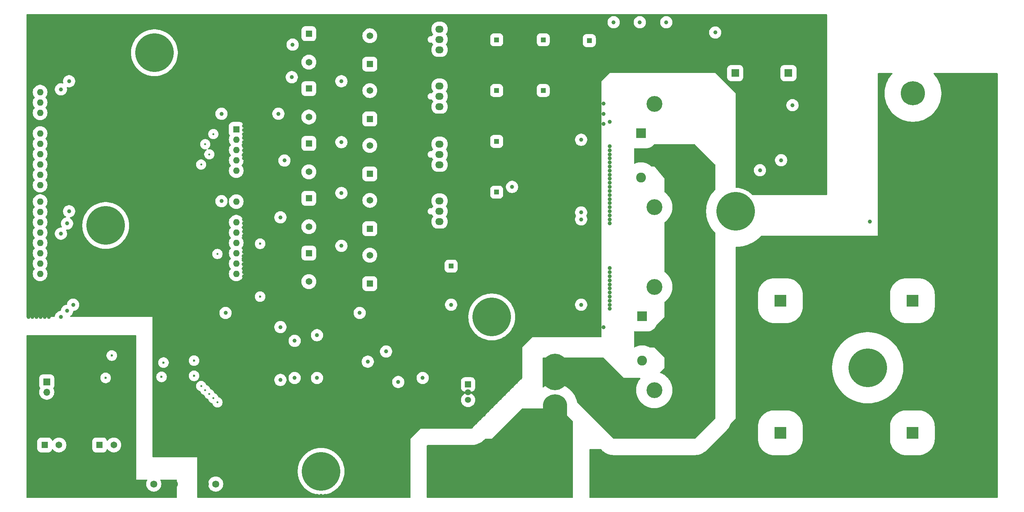
<source format=gbr>
%TF.GenerationSoftware,KiCad,Pcbnew,9.0.0*%
%TF.CreationDate,2025-04-01T22:49:04-07:00*%
%TF.ProjectId,DynamicBrakeGrid,44796e61-6d69-4634-9272-616b65477269,rev?*%
%TF.SameCoordinates,Original*%
%TF.FileFunction,Copper,L2,Inr*%
%TF.FilePolarity,Positive*%
%FSLAX46Y46*%
G04 Gerber Fmt 4.6, Leading zero omitted, Abs format (unit mm)*
G04 Created by KiCad (PCBNEW 9.0.0) date 2025-04-01 22:49:04*
%MOMM*%
%LPD*%
G01*
G04 APERTURE LIST*
G04 Aperture macros list*
%AMHorizOval*
0 Thick line with rounded ends*
0 $1 width*
0 $2 $3 position (X,Y) of the first rounded end (center of the circle)*
0 $4 $5 position (X,Y) of the second rounded end (center of the circle)*
0 Add line between two ends*
20,1,$1,$2,$3,$4,$5,0*
0 Add two circle primitives to create the rounded ends*
1,1,$1,$2,$3*
1,1,$1,$4,$5*%
G04 Aperture macros list end*
%TA.AperFunction,ComponentPad*%
%ADD10R,1.650000X1.650000*%
%TD*%
%TA.AperFunction,ComponentPad*%
%ADD11C,1.650000*%
%TD*%
%TA.AperFunction,ComponentPad*%
%ADD12O,2.030000X1.730000*%
%TD*%
%TA.AperFunction,ComponentPad*%
%ADD13R,2.030000X1.730000*%
%TD*%
%TA.AperFunction,ComponentPad*%
%ADD14C,5.940000*%
%TD*%
%TA.AperFunction,ComponentPad*%
%ADD15R,1.950000X1.950000*%
%TD*%
%TA.AperFunction,ComponentPad*%
%ADD16C,1.950000*%
%TD*%
%TA.AperFunction,ComponentPad*%
%ADD17R,3.000000X3.000000*%
%TD*%
%TA.AperFunction,ComponentPad*%
%ADD18C,3.000000*%
%TD*%
%TA.AperFunction,ComponentPad*%
%ADD19C,3.900000*%
%TD*%
%TA.AperFunction,ComponentPad*%
%ADD20R,1.200000X1.200000*%
%TD*%
%TA.AperFunction,ComponentPad*%
%ADD21C,1.200000*%
%TD*%
%TA.AperFunction,ComponentPad*%
%ADD22R,2.430000X2.430000*%
%TD*%
%TA.AperFunction,ComponentPad*%
%ADD23C,2.430000*%
%TD*%
%TA.AperFunction,ComponentPad*%
%ADD24C,9.500000*%
%TD*%
%TA.AperFunction,ComponentPad*%
%ADD25R,1.700000X1.700000*%
%TD*%
%TA.AperFunction,ComponentPad*%
%ADD26O,1.700000X1.700000*%
%TD*%
%TA.AperFunction,ComponentPad*%
%ADD27R,1.600000X1.600000*%
%TD*%
%TA.AperFunction,ComponentPad*%
%ADD28O,1.600000X1.600000*%
%TD*%
%TA.AperFunction,ComponentPad*%
%ADD29C,1.725000*%
%TD*%
%TA.AperFunction,ComponentPad*%
%ADD30R,1.500000X1.500000*%
%TD*%
%TA.AperFunction,ComponentPad*%
%ADD31C,1.500000*%
%TD*%
%TA.AperFunction,ComponentPad*%
%ADD32HorizOval,0.800000X0.000000X0.000000X0.000000X0.000000X0*%
%TD*%
%TA.AperFunction,ComponentPad*%
%ADD33HorizOval,0.800000X0.000000X0.000000X0.000000X0.000000X0*%
%TD*%
%TA.AperFunction,ComponentPad*%
%ADD34C,0.800000*%
%TD*%
%TA.AperFunction,ComponentPad*%
%ADD35O,6.000000X9.000000*%
%TD*%
%TA.AperFunction,ViaPad*%
%ADD36C,0.500000*%
%TD*%
%TA.AperFunction,ViaPad*%
%ADD37C,1.000000*%
%TD*%
%TA.AperFunction,ViaPad*%
%ADD38C,0.600000*%
%TD*%
G04 APERTURE END LIST*
D10*
%TO.N,CanL_External*%
%TO.C,J15*%
X48500000Y-146500000D03*
D11*
%TO.N,CanH_External*%
X52000000Y-146500000D03*
%TO.N,CANBUS_ISO_GND*%
X55500000Y-146500000D03*
%TD*%
D10*
%TO.N,CanL_External*%
%TO.C,J14*%
X35000000Y-146500000D03*
D11*
%TO.N,CanH_External*%
X38500000Y-146500000D03*
%TO.N,CANBUS_ISO_GND*%
X42000000Y-146500000D03*
%TD*%
D12*
%TO.N,FAN_PWM*%
%TO.C,M1*%
X132160000Y-86460000D03*
%TO.N,unconnected-(M1-Tacho-Pad3)*%
X132160000Y-89000000D03*
%TO.N,+12V*%
X132160000Y-91540000D03*
D13*
%TO.N,GND*%
X132160000Y-94080000D03*
%TD*%
D12*
%TO.N,FAN_PWM*%
%TO.C,M2*%
X132160000Y-72460000D03*
%TO.N,unconnected-(M2-Tacho-Pad3)*%
X132160000Y-75000000D03*
%TO.N,+12V*%
X132160000Y-77540000D03*
D13*
%TO.N,GND*%
X132160000Y-80080000D03*
%TD*%
D12*
%TO.N,FAN_PWM*%
%TO.C,M3*%
X132160000Y-58180000D03*
%TO.N,unconnected-(M3-Tacho-Pad3)*%
X132160000Y-60720000D03*
%TO.N,+12V*%
X132160000Y-63260000D03*
D13*
%TO.N,GND*%
X132160000Y-65800000D03*
%TD*%
D12*
%TO.N,FAN_PWM*%
%TO.C,M8*%
X132160000Y-44180000D03*
%TO.N,unconnected-(M8-Tacho-Pad3)*%
X132160000Y-46720000D03*
%TO.N,+12V*%
X132160000Y-49260000D03*
D13*
%TO.N,GND*%
X132160000Y-51800000D03*
%TD*%
D14*
%TO.N,DC_LINK_V+*%
%TO.C,J13*%
X261350000Y-73000000D03*
%TO.N,GNDPWR*%
X248650000Y-60000000D03*
%TD*%
D15*
%TO.N,+12V*%
%TO.C,J1*%
X218000000Y-55000000D03*
D16*
%TO.N,GND*%
X223000000Y-55000000D03*
%TD*%
D17*
%TO.N,GNDPWR*%
%TO.C,C12*%
X216000000Y-111000000D03*
D18*
%TO.N,DC_LINK_V+*%
X226000000Y-111000000D03*
%TD*%
D19*
%TO.N,unconnected-(H5-Pad1)*%
%TO.C,H5*%
X185000000Y-133000000D03*
%TO.N,unconnected-(H5-Pad2)*%
X185000000Y-107600000D03*
%TD*%
D20*
%TO.N,+12V*%
%TO.C,C6*%
X146210000Y-46800000D03*
D21*
%TO.N,GND*%
X141210000Y-46800000D03*
%TD*%
D22*
%TO.N,Net-(Q1-G)*%
%TO.C,Q1*%
X182000000Y-114860000D03*
D23*
%TO.N,Net-(Q1-D)*%
X182000000Y-120300000D03*
%TO.N,GNDPWR*%
X182000000Y-125740000D03*
%TD*%
D10*
%TO.N,+5V*%
%TO.C,J9*%
X100000000Y-85800000D03*
D11*
%TO.N,GND*%
X100000000Y-89300000D03*
%TO.N,AMBIENT_TEMPSENSE_1WIRE*%
X100000000Y-92800000D03*
%TD*%
D20*
%TO.N,+12V*%
%TO.C,C4*%
X157660000Y-59300000D03*
D21*
%TO.N,GND*%
X152660000Y-59300000D03*
%TD*%
D17*
%TO.N,GNDPWR*%
%TO.C,C13*%
X216000000Y-143500000D03*
D18*
%TO.N,DC_LINK_V+*%
X226000000Y-143500000D03*
%TD*%
D24*
%TO.N,unconnected-(H4-Pad1)*%
%TO.C,H4*%
X237500000Y-127500000D03*
%TD*%
%TO.N,unconnected-(H1-Pad1)*%
%TO.C,H1*%
X62000000Y-50000000D03*
%TD*%
D17*
%TO.N,GNDPWR*%
%TO.C,C15*%
X248500000Y-143500000D03*
D18*
%TO.N,DC_LINK_V+*%
X258500000Y-143500000D03*
%TD*%
D10*
%TO.N,+5V*%
%TO.C,J5*%
X100000000Y-45300000D03*
D11*
%TO.N,GND*%
X100000000Y-48800000D03*
%TO.N,AMBIENT_TEMPSENSE_1WIRE*%
X100000000Y-52300000D03*
%TD*%
D15*
%TO.N,+12V*%
%TO.C,J2*%
X204900000Y-55000000D03*
D16*
%TO.N,GND*%
X209900000Y-55000000D03*
%TD*%
D10*
%TO.N,+5V*%
%TO.C,J12*%
X115000000Y-66300000D03*
D11*
%TO.N,GND*%
X115000000Y-62800000D03*
%TO.N,EXHAUST_TEMPSENSE_1WIRE*%
X115000000Y-59300000D03*
%TD*%
D10*
%TO.N,+5V*%
%TO.C,J25*%
X115000000Y-52800000D03*
D11*
%TO.N,GND*%
X115000000Y-49300000D03*
%TO.N,EXHAUST_TEMPSENSE_1WIRE*%
X115000000Y-45800000D03*
%TD*%
D25*
%TO.N,Net-(JP1-A)*%
%TO.C,JP1*%
X35500000Y-130975000D03*
D26*
%TO.N,CanH_External*%
X35500000Y-133515000D03*
%TD*%
D20*
%TO.N,+12V*%
%TO.C,C9*%
X146210000Y-59300000D03*
D21*
%TO.N,GND*%
X141210000Y-59300000D03*
%TD*%
D10*
%TO.N,+5V*%
%TO.C,J7*%
X100000000Y-58800000D03*
D11*
%TO.N,GND*%
X100000000Y-62300000D03*
%TO.N,AMBIENT_TEMPSENSE_1WIRE*%
X100000000Y-65800000D03*
%TD*%
D10*
%TO.N,+5V*%
%TO.C,J24*%
X100000000Y-99300000D03*
D11*
%TO.N,GND*%
X100000000Y-102800000D03*
%TO.N,AMBIENT_TEMPSENSE_1WIRE*%
X100000000Y-106300000D03*
%TD*%
D20*
%TO.N,+12V*%
%TO.C,C5*%
X157660000Y-46800000D03*
D21*
%TO.N,GND*%
X152660000Y-46800000D03*
%TD*%
D10*
%TO.N,+5V*%
%TO.C,J6*%
X115000000Y-106800000D03*
D11*
%TO.N,GND*%
X115000000Y-103300000D03*
%TO.N,EXHAUST_TEMPSENSE_1WIRE*%
X115000000Y-99800000D03*
%TD*%
D20*
%TO.N,+12V*%
%TO.C,C8*%
X146210000Y-71800000D03*
D21*
%TO.N,GND*%
X141210000Y-71800000D03*
%TD*%
D27*
%TO.N,unconnected-(A1-NC-Pad1)*%
%TO.C,A1*%
X82130000Y-68825000D03*
D28*
%TO.N,unconnected-(A1-IOREF-Pad2)*%
X82130000Y-71365000D03*
%TO.N,unconnected-(A1-~{RESET}-Pad3)*%
X82130000Y-73905000D03*
%TO.N,unconnected-(A1-3V3-Pad4)*%
X82130000Y-76445000D03*
%TO.N,+5V*%
X82130000Y-78985000D03*
%TO.N,GND*%
X82130000Y-81525000D03*
X82130000Y-84065000D03*
%TO.N,+12V*%
X82130000Y-86605000D03*
%TO.N,Arduino_CurrentSense*%
X82130000Y-91685000D03*
%TO.N,unconnected-(A1-A1-Pad10)*%
X82130000Y-94225000D03*
%TO.N,Arduino_VInSense*%
X82130000Y-96765000D03*
%TO.N,unconnected-(A1-A3-Pad12)*%
X82130000Y-99305000D03*
%TO.N,unconnected-(A1-SDA{slash}A4-Pad13)*%
X82130000Y-101845000D03*
%TO.N,unconnected-(A1-SCL{slash}A5-Pad14)*%
X82130000Y-104385000D03*
%TO.N,unconnected-(A1-D0{slash}RX-Pad15)*%
X33870000Y-104385000D03*
%TO.N,unconnected-(A1-D1{slash}TX-Pad16)*%
X33870000Y-101845000D03*
%TO.N,CAN_INT*%
X33870000Y-99305000D03*
%TO.N,unconnected-(A1-D3-Pad18)*%
X33870000Y-96765000D03*
%TO.N,StatusLED_0*%
X33870000Y-94225000D03*
%TO.N,StatusLED_1*%
X33870000Y-91685000D03*
%TO.N,GATE_PWM*%
X33870000Y-89145000D03*
%TO.N,FAN_PWM*%
X33870000Y-86605000D03*
%TO.N,EXHAUST_TEMPSENSE_1WIRE*%
X33870000Y-82545000D03*
%TO.N,AMBIENT_TEMPSENSE_1WIRE*%
X33870000Y-80005000D03*
%TO.N,CAN_CS*%
X33870000Y-77465000D03*
%TO.N,CAN_SI*%
X33870000Y-74925000D03*
%TO.N,CAN_SO*%
X33870000Y-72385000D03*
%TO.N,CAN_SCK*%
X33870000Y-69845000D03*
%TO.N,GND*%
X33870000Y-67305000D03*
%TO.N,unconnected-(A1-AREF-Pad30)*%
X33870000Y-64765000D03*
%TO.N,unconnected-(A1-SDA{slash}A4-Pad31)*%
X33870000Y-62225000D03*
%TO.N,unconnected-(A1-SCL{slash}A5-Pad32)*%
X33870000Y-59685000D03*
%TD*%
D24*
%TO.N,unconnected-(H2-Pad1)*%
%TO.C,H2*%
X205000000Y-89000000D03*
%TD*%
D29*
%TO.N,+5V*%
%TO.C,PS1*%
X77075000Y-156115000D03*
%TO.N,GND*%
X74535000Y-156115000D03*
%TO.N,CANBUS_ISO_GND*%
X66915000Y-156115000D03*
%TO.N,CANBUS_ISO_5V*%
X61835000Y-156115000D03*
%TD*%
D10*
%TO.N,+5V*%
%TO.C,J8*%
X100000000Y-72300000D03*
D11*
%TO.N,GND*%
X100000000Y-75800000D03*
%TO.N,AMBIENT_TEMPSENSE_1WIRE*%
X100000000Y-79300000D03*
%TD*%
D10*
%TO.N,+5V*%
%TO.C,J10*%
X115000000Y-93300000D03*
D11*
%TO.N,GND*%
X115000000Y-89800000D03*
%TO.N,EXHAUST_TEMPSENSE_1WIRE*%
X115000000Y-86300000D03*
%TD*%
D15*
%TO.N,RESISTOR_RETURN*%
%TO.C,J22*%
X131410000Y-150525000D03*
D16*
X136490000Y-150525000D03*
X141570000Y-150525000D03*
%TD*%
D20*
%TO.N,+12V*%
%TO.C,C3*%
X169000000Y-47000000D03*
D21*
%TO.N,GND*%
X164000000Y-47000000D03*
%TD*%
D17*
%TO.N,GNDPWR*%
%TO.C,C14*%
X248500000Y-111000000D03*
D18*
%TO.N,DC_LINK_V+*%
X258500000Y-111000000D03*
%TD*%
D24*
%TO.N,unconnected-(H8-Pad1)*%
%TO.C,H8*%
X50000000Y-92500000D03*
%TD*%
D10*
%TO.N,+5V*%
%TO.C,J11*%
X115000000Y-79800000D03*
D11*
%TO.N,GND*%
X115000000Y-76300000D03*
%TO.N,EXHAUST_TEMPSENSE_1WIRE*%
X115000000Y-72800000D03*
%TD*%
D15*
%TO.N,RESISTOR_RETURN*%
%TO.C,J23*%
X150205000Y-150525000D03*
D16*
X155285000Y-150525000D03*
X160365000Y-150525000D03*
%TD*%
D24*
%TO.N,unconnected-(H7-Pad1)*%
%TO.C,H7*%
X145000000Y-115000000D03*
%TD*%
D20*
%TO.N,+12V*%
%TO.C,C2*%
X135000000Y-102500000D03*
D21*
%TO.N,GND*%
X130000000Y-102500000D03*
%TD*%
D15*
%TO.N,DC_LINK_V+*%
%TO.C,J17*%
X189920000Y-150500000D03*
D16*
X195000000Y-150500000D03*
X200080000Y-150500000D03*
%TD*%
D22*
%TO.N,Net-(Q2-G)*%
%TO.C,Q2*%
X181710000Y-69800000D03*
D23*
%TO.N,Net-(Q1-D)*%
X181710000Y-75240000D03*
%TO.N,GNDPWR*%
X181710000Y-80680000D03*
%TD*%
D19*
%TO.N,unconnected-(H6-Pad1)*%
%TO.C,H6*%
X185000000Y-88000000D03*
%TO.N,unconnected-(H6-Pad2)*%
X185000000Y-62600000D03*
%TD*%
D24*
%TO.N,unconnected-(H3-Pad1)*%
%TO.C,H3*%
X103000000Y-153000000D03*
%TD*%
D15*
%TO.N,DC_LINK_V+*%
%TO.C,J16*%
X170840000Y-150500000D03*
D16*
X175920000Y-150500000D03*
X181000000Y-150500000D03*
%TD*%
D30*
%TO.N,+5V*%
%TO.C,U6*%
X139175000Y-131600000D03*
D31*
%TO.N,GND*%
X139175000Y-133510000D03*
%TO.N,Net-(U6-VIOUT)*%
X139175000Y-135420000D03*
D32*
%TO.N,RESISTOR_RETURN*%
X161205000Y-134560000D03*
D33*
X159945000Y-134560000D03*
D34*
X162235000Y-135310000D03*
X158915000Y-135310000D03*
X162625000Y-136510000D03*
X158525000Y-136510000D03*
X162625000Y-137840000D03*
X158525000Y-137840000D03*
D35*
X160575000Y-138510000D03*
D34*
X162625000Y-139180000D03*
X158525000Y-139180000D03*
X162625000Y-140510000D03*
X158525000Y-140510000D03*
X162235000Y-141710000D03*
X158915000Y-141710000D03*
X161205000Y-142460000D03*
X159945000Y-142460000D03*
%TO.N,Net-(Q1-D)*%
X161205000Y-124560000D03*
X159945000Y-124560000D03*
X162235000Y-125310000D03*
X158915000Y-125310000D03*
X162625000Y-126510000D03*
X158525000Y-126510000D03*
X162625000Y-127840000D03*
X158525000Y-127840000D03*
D35*
X160575000Y-128510000D03*
D34*
X162625000Y-129180000D03*
X158525000Y-129180000D03*
X162625000Y-130510000D03*
X158525000Y-130510000D03*
X162235000Y-131710000D03*
X158915000Y-131710000D03*
D33*
X161205000Y-132460000D03*
D32*
X159945000Y-132460000D03*
%TD*%
D20*
%TO.N,+12V*%
%TO.C,C7*%
X146210000Y-84300000D03*
D21*
%TO.N,GND*%
X141210000Y-84300000D03*
%TD*%
D36*
%TO.N,CAN_INT*%
X77500000Y-99500000D03*
X77500000Y-136000000D03*
D37*
%TO.N,GND*%
X31000000Y-107000000D03*
X174000000Y-86000000D03*
X65000000Y-120000000D03*
X152000000Y-130000000D03*
X73000000Y-153000000D03*
X68000000Y-41000000D03*
X56000000Y-110000000D03*
X31000000Y-51000000D03*
X93000000Y-159000000D03*
X31000000Y-61000000D03*
X174000000Y-89000000D03*
X67000000Y-41000000D03*
X65000000Y-41000000D03*
X118000000Y-159000000D03*
X113000000Y-159000000D03*
D36*
X62000000Y-135500000D03*
D37*
X31000000Y-103000000D03*
X165000000Y-102500000D03*
X85000000Y-133000000D03*
X99000000Y-159000000D03*
X31000000Y-94000000D03*
X109000000Y-159000000D03*
X174000000Y-90000000D03*
X174000000Y-82000000D03*
X31000000Y-58000000D03*
X75000000Y-41000000D03*
X89000000Y-159000000D03*
X52000000Y-41000000D03*
X121000000Y-134000000D03*
X31000000Y-83000000D03*
X75000000Y-159000000D03*
X152000000Y-124000000D03*
X107500000Y-132500000D03*
X152000000Y-123000000D03*
X31000000Y-109000000D03*
X43000000Y-41000000D03*
X38000000Y-41000000D03*
X31000000Y-48000000D03*
X174000000Y-106000000D03*
X31000000Y-100000000D03*
X174000000Y-84000000D03*
X135000000Y-120000000D03*
X62000000Y-41000000D03*
X84000000Y-159000000D03*
X72000000Y-110000000D03*
X134000000Y-142000000D03*
X31000000Y-104000000D03*
X82500000Y-140000000D03*
X59000000Y-41000000D03*
X84000000Y-99000000D03*
X84000000Y-109000000D03*
X174000000Y-76000000D03*
X31000000Y-52000000D03*
X68000000Y-110000000D03*
X172500000Y-65000000D03*
X174000000Y-81000000D03*
X88000000Y-159000000D03*
X84000000Y-95000000D03*
X73000000Y-158000000D03*
X155000000Y-119000000D03*
X80000000Y-41000000D03*
X90000000Y-159000000D03*
X81000000Y-159000000D03*
X144000000Y-138000000D03*
X174000000Y-109000000D03*
X83980856Y-100027265D03*
X156000000Y-119000000D03*
X73000000Y-156000000D03*
X84000000Y-42000000D03*
X31000000Y-93000000D03*
X46000000Y-110000000D03*
X117000000Y-159000000D03*
X31000000Y-115000000D03*
X224000000Y-73900000D03*
X84000000Y-105000000D03*
X44000000Y-41000000D03*
X31000000Y-70000000D03*
X50000000Y-41000000D03*
X84000000Y-104000000D03*
X31000000Y-85000000D03*
X84000000Y-52000000D03*
X71000000Y-41000000D03*
X31000000Y-114000000D03*
D38*
X217000000Y-81000000D03*
D37*
X143000000Y-139000000D03*
X45000000Y-41000000D03*
X73000000Y-159000000D03*
X152000000Y-129000000D03*
X51000000Y-41000000D03*
X95000000Y-159000000D03*
X31000000Y-106000000D03*
X71250000Y-122250000D03*
X31000000Y-88000000D03*
X31000000Y-90000000D03*
X84000000Y-61000000D03*
X73000000Y-151000000D03*
X155000000Y-80000000D03*
X54000000Y-41000000D03*
X31000000Y-49000000D03*
X48000000Y-110000000D03*
X80000000Y-159000000D03*
X84000000Y-92000000D03*
X53000000Y-110000000D03*
X31000000Y-44000000D03*
X129000000Y-142000000D03*
X31000000Y-87000000D03*
X68000000Y-139500000D03*
X116000000Y-159000000D03*
X102500000Y-145000000D03*
X150000000Y-132000000D03*
X61000000Y-110000000D03*
X172500000Y-67500000D03*
X133000000Y-142000000D03*
X31000000Y-59000000D03*
X31000000Y-74000000D03*
X174000000Y-83000000D03*
X135000000Y-142000000D03*
X124000000Y-157000000D03*
X49000000Y-41000000D03*
X73000000Y-155000000D03*
X33000000Y-41000000D03*
X132000000Y-142000000D03*
X98000000Y-159000000D03*
X142000000Y-140000000D03*
X78000000Y-159000000D03*
X124000000Y-149000000D03*
X84000000Y-107000000D03*
X152000000Y-128000000D03*
X55000000Y-110000000D03*
X31000000Y-89000000D03*
X84000000Y-81000000D03*
X58000000Y-41000000D03*
X82000000Y-110000000D03*
X84000000Y-41000000D03*
X82500000Y-150000000D03*
X84000000Y-75000000D03*
X79500000Y-125250000D03*
X83000000Y-41000000D03*
X104000000Y-159000000D03*
X81000000Y-41000000D03*
X92000000Y-159000000D03*
X67000000Y-110000000D03*
X140000000Y-125000000D03*
X31000000Y-42000000D03*
X149015467Y-132954151D03*
X84000000Y-93000000D03*
X174000000Y-108000000D03*
X84000000Y-46000000D03*
X31000000Y-43000000D03*
X74750000Y-148250000D03*
X46000000Y-41000000D03*
X174000000Y-85000000D03*
X139000000Y-142000000D03*
X160000000Y-80000000D03*
X83980856Y-101041877D03*
X53000000Y-41000000D03*
X75000000Y-138250000D03*
X130000000Y-142000000D03*
X85000000Y-110000000D03*
X62000000Y-110000000D03*
X84000000Y-50000000D03*
X74750000Y-146250000D03*
X86000000Y-159000000D03*
X84000000Y-69000000D03*
X84000000Y-63000000D03*
X87000000Y-159000000D03*
X114000000Y-159000000D03*
X31000000Y-79000000D03*
D36*
X66000000Y-137500000D03*
D37*
X91000000Y-125000000D03*
X52000000Y-110000000D03*
X65000000Y-110000000D03*
X124000000Y-145000000D03*
X73000000Y-152000000D03*
X63000000Y-41000000D03*
X84000000Y-91000000D03*
X84000000Y-125000000D03*
X31000000Y-65000000D03*
X73000000Y-150000000D03*
X84000000Y-90000000D03*
X57000000Y-110000000D03*
X31000000Y-99000000D03*
X31000000Y-64000000D03*
X71000000Y-110000000D03*
X31000000Y-69000000D03*
X57000000Y-41000000D03*
X31000000Y-101000000D03*
X31000000Y-92000000D03*
X31000000Y-113000000D03*
X174000000Y-111000000D03*
X83000000Y-110000000D03*
X97000000Y-159000000D03*
X122500000Y-142500000D03*
X174000000Y-75000000D03*
X124000000Y-153000000D03*
X31000000Y-50000000D03*
X31000000Y-60000000D03*
X174000000Y-92000000D03*
X49000000Y-110000000D03*
X165000000Y-65000000D03*
X77000000Y-41000000D03*
X158000000Y-119000000D03*
X152000000Y-125000000D03*
X31000000Y-54000000D03*
X106000000Y-159000000D03*
X31000000Y-76000000D03*
X136000000Y-142000000D03*
X121000000Y-159000000D03*
X154000000Y-120000000D03*
X78000000Y-41000000D03*
X151000000Y-131000000D03*
X174000000Y-74000000D03*
X62750000Y-133500000D03*
X147000000Y-135000000D03*
X172500000Y-117500000D03*
X123000000Y-159000000D03*
X145000000Y-137000000D03*
X138000000Y-142000000D03*
X167500000Y-62500000D03*
X117500000Y-142500000D03*
X84000000Y-76000000D03*
X73000000Y-154000000D03*
X84000000Y-71000000D03*
X140000000Y-142000000D03*
X45000000Y-110000000D03*
X84000000Y-83000000D03*
X69000000Y-41000000D03*
X84000000Y-110000000D03*
X31000000Y-56000000D03*
X62750000Y-122500000D03*
X31000000Y-68000000D03*
X112000000Y-159000000D03*
X55000000Y-41000000D03*
X124000000Y-150000000D03*
X80750000Y-125241856D03*
X84000000Y-47000000D03*
X91000000Y-159000000D03*
X76000000Y-41000000D03*
X82000000Y-41000000D03*
X74000000Y-41000000D03*
X124000000Y-148000000D03*
X31000000Y-80000000D03*
X124000000Y-147000000D03*
X124000000Y-152000000D03*
X82000000Y-159000000D03*
X174000000Y-107000000D03*
X84000000Y-68000000D03*
X97500000Y-145000000D03*
X157000000Y-119000000D03*
X84000000Y-103000000D03*
X83980856Y-82089699D03*
X131000000Y-142000000D03*
X90000000Y-140000000D03*
X120000000Y-159000000D03*
X126000000Y-143000000D03*
X170000000Y-62500000D03*
X31000000Y-111000000D03*
X84000000Y-85000000D03*
X212000000Y-72900000D03*
X47000000Y-110000000D03*
X100000000Y-159000000D03*
D38*
X216500000Y-72500000D03*
D37*
X31000000Y-57000000D03*
X84000000Y-108000000D03*
X39000000Y-41000000D03*
X84000000Y-106000000D03*
X170000000Y-80000000D03*
X155000000Y-102500000D03*
X152000000Y-122000000D03*
X150000000Y-80000000D03*
X83961712Y-102075632D03*
X41000000Y-41000000D03*
X174000000Y-77000000D03*
X31000000Y-47000000D03*
X174000000Y-105000000D03*
X63000000Y-110000000D03*
X36000000Y-41000000D03*
X107500000Y-140000000D03*
X42000000Y-41000000D03*
X174000000Y-67000000D03*
X83966806Y-49079886D03*
X31000000Y-78000000D03*
X34000000Y-115000000D03*
X124000000Y-158000000D03*
X84000000Y-70000000D03*
X125000000Y-125000000D03*
X58000000Y-110000000D03*
X115000000Y-159000000D03*
X107500000Y-145000000D03*
X110000000Y-159000000D03*
X48000000Y-41000000D03*
X174000000Y-78000000D03*
X174000000Y-103000000D03*
X31000000Y-71000000D03*
X125000000Y-144000000D03*
X70000000Y-41000000D03*
X105000000Y-159000000D03*
X31000000Y-105000000D03*
X76000000Y-159000000D03*
X174000000Y-112000000D03*
X64000000Y-110000000D03*
X170000000Y-110000000D03*
X125000000Y-115000000D03*
X31000000Y-82000000D03*
X66000000Y-41000000D03*
X85000000Y-60000000D03*
X66000000Y-110000000D03*
X84000000Y-67000000D03*
X68938000Y-133375000D03*
X31000000Y-86000000D03*
X174000000Y-113000000D03*
X124000000Y-151000000D03*
X155000000Y-115000000D03*
X150000000Y-107500000D03*
X31000000Y-41000000D03*
X72000000Y-41000000D03*
X174000000Y-73000000D03*
X31000000Y-73000000D03*
X31000000Y-63000000D03*
X86000000Y-110000000D03*
X79000000Y-159000000D03*
X34000000Y-41000000D03*
X73000000Y-41000000D03*
X50000000Y-110000000D03*
X32000000Y-41000000D03*
X99000000Y-128000000D03*
X31000000Y-96000000D03*
X105000000Y-130000000D03*
X60000000Y-110000000D03*
X84000000Y-74000000D03*
X84000000Y-43000000D03*
X31000000Y-45000000D03*
X84000000Y-62000000D03*
X31000000Y-102000000D03*
X172500000Y-62500000D03*
X84000000Y-94000000D03*
X122000000Y-159000000D03*
X59000000Y-110000000D03*
X124000000Y-155000000D03*
X124000000Y-159000000D03*
X31000000Y-95000000D03*
X152500000Y-77500000D03*
X174000000Y-91000000D03*
X32000000Y-115000000D03*
X84000000Y-48000000D03*
X51000000Y-110000000D03*
X152000000Y-126000000D03*
X160000000Y-105000000D03*
X31000000Y-97000000D03*
X128000000Y-142000000D03*
X83000000Y-159000000D03*
X127000000Y-142000000D03*
X84000000Y-44000000D03*
X84000000Y-84080635D03*
X224000000Y-80900000D03*
X119000000Y-159000000D03*
X69000000Y-110000000D03*
X31000000Y-91000000D03*
X31000000Y-81000000D03*
X147500000Y-125000000D03*
X61000000Y-41000000D03*
X31000000Y-67000000D03*
X36000000Y-115000000D03*
X31000000Y-112000000D03*
X56000000Y-41000000D03*
X31000000Y-77000000D03*
X64000000Y-41000000D03*
X94000000Y-159000000D03*
X31000000Y-110000000D03*
X31000000Y-108000000D03*
X73000000Y-157000000D03*
X85000000Y-117500000D03*
X170000000Y-85000000D03*
X31000000Y-62000000D03*
X31000000Y-53000000D03*
X74000000Y-159000000D03*
X84000000Y-72000000D03*
X141000000Y-141000000D03*
X107000000Y-159000000D03*
X111000000Y-159000000D03*
X35000000Y-115000000D03*
X84000000Y-89000000D03*
X96000000Y-159000000D03*
X146000000Y-136000000D03*
X174000000Y-88000000D03*
X70000000Y-110000000D03*
X40000000Y-41000000D03*
X54000000Y-110000000D03*
X102000000Y-159000000D03*
X82000000Y-125250000D03*
X153000000Y-121000000D03*
X74750000Y-144500000D03*
X124000000Y-154000000D03*
X31000000Y-55000000D03*
X152000000Y-127000000D03*
X165000000Y-92500000D03*
X60000000Y-41000000D03*
X132500000Y-125000000D03*
X150000000Y-102500000D03*
X174000000Y-87000000D03*
X105000000Y-125000000D03*
X148023062Y-133946556D03*
X82500000Y-155000000D03*
X31000000Y-66000000D03*
X174000000Y-79000000D03*
X35000000Y-41000000D03*
X108000000Y-159000000D03*
X206000000Y-74900000D03*
X70500000Y-127750000D03*
X31000000Y-75000000D03*
X157500000Y-92500000D03*
X84000000Y-51000000D03*
X31000000Y-46000000D03*
X87000000Y-133000000D03*
X33000000Y-115000000D03*
X101000000Y-159000000D03*
X47000000Y-41000000D03*
X84000000Y-73000000D03*
X31000000Y-84000000D03*
X174000000Y-80000000D03*
X31000000Y-98000000D03*
X174000000Y-104000000D03*
X31000000Y-72000000D03*
X137000000Y-142000000D03*
X174000000Y-110000000D03*
X103000000Y-159000000D03*
X82500000Y-145000000D03*
X165000000Y-80000000D03*
X124000000Y-146000000D03*
X85000000Y-159000000D03*
X112500000Y-142500000D03*
X37000000Y-41000000D03*
X124000000Y-156000000D03*
X84000000Y-45000000D03*
X159000000Y-119000000D03*
X44000000Y-110000000D03*
X77000000Y-159000000D03*
X79000000Y-41000000D03*
%TO.N,FAN_PWM*%
X92500000Y-65000000D03*
X78500000Y-86500000D03*
X78500000Y-65000000D03*
%TO.N,StatusLED_0*%
X96500000Y-120872018D03*
X39000000Y-94500000D03*
X96500000Y-130000000D03*
X39000000Y-115000000D03*
D36*
%TO.N,CAN_SI*%
X75500000Y-75000000D03*
X75500000Y-134000000D03*
D37*
%TO.N,GATE_PWM*%
X42000000Y-112000000D03*
X41000000Y-89000000D03*
%TO.N,AMBIENT_TEMPSENSE_1WIRE*%
X39000000Y-59000000D03*
%TO.N,+5V*%
X108000000Y-57000000D03*
X128000000Y-130000000D03*
D38*
X71750000Y-125750000D03*
D37*
X94000000Y-76500000D03*
D38*
X64232500Y-126232500D03*
D37*
X95800000Y-56000000D03*
X119000000Y-123500000D03*
D38*
X63750000Y-129750000D03*
D37*
X93000000Y-130500000D03*
X108000000Y-84500000D03*
X122000000Y-131000000D03*
X96000000Y-48000000D03*
X108000000Y-97500000D03*
X108000000Y-72000000D03*
D38*
X71750000Y-129500000D03*
D37*
%TO.N,Arduino_CurrentSense*%
X114500000Y-126000000D03*
X79500000Y-114000000D03*
X112500000Y-114000000D03*
D36*
%TO.N,CAN_SO*%
X74500000Y-72500000D03*
X74500000Y-133000000D03*
D37*
%TO.N,EXHAUST_TEMPSENSE_1WIRE*%
X41000000Y-57000000D03*
D36*
%TO.N,CAN_CS*%
X73500000Y-132000000D03*
X73500000Y-77500000D03*
D37*
%TO.N,+12V*%
X175000000Y-42500000D03*
X150000000Y-83000000D03*
X93000000Y-117500000D03*
X93000000Y-90500000D03*
X219000000Y-62900000D03*
X187937500Y-42500000D03*
X181437500Y-42500000D03*
X135000000Y-112000000D03*
X200000000Y-45000000D03*
%TO.N,StatusLED_1*%
X102000000Y-119498549D03*
X102000000Y-130000000D03*
X40500000Y-113500000D03*
X40500000Y-92000000D03*
D36*
%TO.N,CAN_SCK*%
X76500000Y-135000000D03*
X76500000Y-70000000D03*
D37*
%TO.N,DC_LINK_V+*%
X238000000Y-91500000D03*
D38*
%TO.N,Arduino_VInSense*%
X88000000Y-97000000D03*
X88000000Y-110000000D03*
D37*
%TO.N,Gate1*%
X167000000Y-91000000D03*
X167000000Y-112000000D03*
%TO.N,Gate2*%
X167000000Y-89289000D03*
X167000000Y-71398764D03*
%TO.N,Net-(IC5-IN2-)*%
X216200000Y-76430000D03*
X211000000Y-78900000D03*
D38*
%TO.N,CANBUS_ISO_5V*%
X50000000Y-130000000D03*
X51500000Y-124500000D03*
D37*
%TO.N,CANBUS_ISO_GND*%
X31000000Y-133000000D03*
X66000000Y-159000000D03*
X37000000Y-159000000D03*
X48000000Y-120000000D03*
X51000000Y-120000000D03*
X31000000Y-126000000D03*
X32000000Y-120000000D03*
X31000000Y-150000000D03*
X45000000Y-120000000D03*
X50000000Y-159000000D03*
X31000000Y-147000000D03*
X57000000Y-124000000D03*
X57000000Y-155000000D03*
X42000000Y-159000000D03*
X31000000Y-157000000D03*
X31000000Y-141000000D03*
X31000000Y-145000000D03*
X33000000Y-120000000D03*
X38000000Y-120000000D03*
X57000000Y-142000000D03*
X31000000Y-159000000D03*
X31000000Y-148000000D03*
X54000000Y-120000000D03*
X35000000Y-120000000D03*
X31000000Y-120000000D03*
X31000000Y-136000000D03*
X49000000Y-159000000D03*
X31000000Y-122000000D03*
X57000000Y-121000000D03*
X46000000Y-159000000D03*
X31000000Y-142000000D03*
X64000000Y-159000000D03*
X57000000Y-144000000D03*
X31000000Y-143000000D03*
X31000000Y-144000000D03*
X31000000Y-139000000D03*
X31000000Y-149000000D03*
X44000000Y-120000000D03*
X57000000Y-159000000D03*
X31000000Y-152000000D03*
X31000000Y-130000000D03*
X56000000Y-120000000D03*
X31000000Y-123000000D03*
X57000000Y-138000000D03*
X31000000Y-158000000D03*
X31000000Y-155000000D03*
X45000000Y-159000000D03*
X55000000Y-159000000D03*
X31000000Y-124000000D03*
X31000000Y-134000000D03*
X57000000Y-149000000D03*
X57000000Y-139000000D03*
X55000000Y-120000000D03*
X47000000Y-159000000D03*
X31000000Y-138000000D03*
X53000000Y-120000000D03*
X57000000Y-147000000D03*
X41000000Y-120000000D03*
X57000000Y-135000000D03*
X60000000Y-159000000D03*
X31000000Y-128000000D03*
X48000000Y-159000000D03*
X57000000Y-145000000D03*
X43000000Y-120000000D03*
X31000000Y-125000000D03*
X57000000Y-137000000D03*
X34000000Y-159000000D03*
X57000000Y-120000000D03*
X31000000Y-140000000D03*
X63000000Y-159000000D03*
X57000000Y-140000000D03*
X47000000Y-120000000D03*
X54000000Y-159000000D03*
X31000000Y-154000000D03*
X39000000Y-120000000D03*
X57000000Y-154000000D03*
X57000000Y-122000000D03*
X57000000Y-141000000D03*
X31000000Y-121000000D03*
X53000000Y-159000000D03*
X61000000Y-159000000D03*
X42000000Y-120000000D03*
X57000000Y-134000000D03*
X57000000Y-152000000D03*
X46000000Y-120000000D03*
X34000000Y-120000000D03*
X44000000Y-159000000D03*
X31000000Y-131000000D03*
X40000000Y-120000000D03*
X38000000Y-159000000D03*
X36000000Y-159000000D03*
X31000000Y-135000000D03*
X59000000Y-159000000D03*
X37000000Y-120000000D03*
X33000000Y-159000000D03*
X43000000Y-159000000D03*
X31000000Y-153000000D03*
X31000000Y-127000000D03*
X31000000Y-137000000D03*
X35000000Y-159000000D03*
X32000000Y-159000000D03*
X31000000Y-151000000D03*
X51000000Y-159000000D03*
X57000000Y-136000000D03*
X31000000Y-129000000D03*
X49000000Y-120000000D03*
X57000000Y-153000000D03*
X52000000Y-159000000D03*
X56000000Y-159000000D03*
X31000000Y-146000000D03*
X57000000Y-148000000D03*
X39000000Y-159000000D03*
X52000000Y-120000000D03*
X57000000Y-150000000D03*
X57000000Y-151000000D03*
X57000000Y-123000000D03*
X50000000Y-120000000D03*
X67000000Y-159000000D03*
X36000000Y-120000000D03*
X65000000Y-159000000D03*
X57000000Y-146000000D03*
X57000000Y-143000000D03*
X58000000Y-159000000D03*
X31000000Y-156000000D03*
X31000000Y-132000000D03*
X41000000Y-159000000D03*
X40000000Y-159000000D03*
X62000000Y-159000000D03*
%TD*%
%TA.AperFunction,Conductor*%
%TO.N,DC_LINK_V+*%
G36*
X243559901Y-55019685D02*
G01*
X243605656Y-55072489D01*
X243615600Y-55141647D01*
X243586575Y-55205203D01*
X243580543Y-55211681D01*
X243545098Y-55247125D01*
X243545074Y-55247151D01*
X243219011Y-55623446D01*
X242920638Y-56022027D01*
X242920635Y-56022032D01*
X242651445Y-56440901D01*
X242412827Y-56877897D01*
X242205993Y-57330800D01*
X242031986Y-57797331D01*
X241891717Y-58275048D01*
X241891714Y-58275058D01*
X241785879Y-58761569D01*
X241715020Y-59254412D01*
X241679500Y-59751045D01*
X241679500Y-60248954D01*
X241715020Y-60745587D01*
X241785879Y-61238430D01*
X241891714Y-61724941D01*
X241891717Y-61724951D01*
X242031986Y-62202668D01*
X242205993Y-62669199D01*
X242412827Y-63122102D01*
X242651445Y-63559098D01*
X242920635Y-63977967D01*
X242920638Y-63977972D01*
X243219011Y-64376553D01*
X243394935Y-64579579D01*
X243545077Y-64752852D01*
X243545086Y-64752861D01*
X243545098Y-64752874D01*
X243897125Y-65104901D01*
X243897138Y-65104913D01*
X243897148Y-65104923D01*
X244044215Y-65232357D01*
X244273446Y-65430988D01*
X244672027Y-65729361D01*
X244672032Y-65729364D01*
X245090895Y-65998551D01*
X245527895Y-66237171D01*
X245980804Y-66444008D01*
X246447316Y-66618008D01*
X246447323Y-66618010D01*
X246447331Y-66618013D01*
X246925048Y-66758282D01*
X246925058Y-66758285D01*
X247411569Y-66864120D01*
X247411576Y-66864121D01*
X247904413Y-66934980D01*
X248401048Y-66970500D01*
X248898952Y-66970500D01*
X249395587Y-66934980D01*
X249888424Y-66864121D01*
X249888425Y-66864120D01*
X249888430Y-66864120D01*
X250374941Y-66758285D01*
X250374944Y-66758284D01*
X250374949Y-66758283D01*
X250769885Y-66642320D01*
X250852668Y-66618013D01*
X250852671Y-66618011D01*
X250852684Y-66618008D01*
X251319196Y-66444008D01*
X251772105Y-66237171D01*
X252209105Y-65998551D01*
X252627968Y-65729364D01*
X252630181Y-65727706D01*
X253026553Y-65430988D01*
X253205312Y-65276092D01*
X253402852Y-65104923D01*
X253754923Y-64752852D01*
X254080981Y-64376561D01*
X254080980Y-64376561D01*
X254080988Y-64376553D01*
X254379361Y-63977972D01*
X254379360Y-63977972D01*
X254379364Y-63977968D01*
X254648551Y-63559105D01*
X254887171Y-63122105D01*
X255094008Y-62669196D01*
X255268008Y-62202684D01*
X255408283Y-61724949D01*
X255514121Y-61238424D01*
X255584980Y-60745587D01*
X255620500Y-60248952D01*
X255620500Y-59751048D01*
X255584980Y-59254413D01*
X255514121Y-58761576D01*
X255514120Y-58761569D01*
X255408285Y-58275058D01*
X255408282Y-58275048D01*
X255268013Y-57797331D01*
X255268010Y-57797323D01*
X255268008Y-57797316D01*
X255094008Y-57330804D01*
X254887171Y-56877895D01*
X254648551Y-56440895D01*
X254379364Y-56022032D01*
X254379361Y-56022027D01*
X254080988Y-55623446D01*
X253882357Y-55394215D01*
X253754923Y-55247148D01*
X253754913Y-55247138D01*
X253754901Y-55247125D01*
X253719457Y-55211681D01*
X253685972Y-55150358D01*
X253690956Y-55080666D01*
X253732828Y-55024733D01*
X253798292Y-55000316D01*
X253807138Y-55000000D01*
X269375500Y-55000000D01*
X269442539Y-55019685D01*
X269488294Y-55072489D01*
X269499500Y-55124000D01*
X269499500Y-159375500D01*
X269479815Y-159442539D01*
X269427011Y-159488294D01*
X269375500Y-159499500D01*
X169129500Y-159499500D01*
X169062461Y-159479815D01*
X169016706Y-159427011D01*
X169005500Y-159375500D01*
X169005500Y-147624000D01*
X169025185Y-147556961D01*
X169077989Y-147511206D01*
X169129500Y-147500000D01*
X171784006Y-147500000D01*
X171851045Y-147519685D01*
X171871687Y-147536319D01*
X172131338Y-147795971D01*
X172152323Y-147816802D01*
X172152332Y-147816810D01*
X172152338Y-147816816D01*
X172169706Y-147832301D01*
X172450382Y-148082552D01*
X172471024Y-148099187D01*
X172471026Y-148099188D01*
X172471030Y-148099191D01*
X172633266Y-148217864D01*
X172773133Y-148320176D01*
X173116654Y-148523737D01*
X173116659Y-148523739D01*
X173116665Y-148523743D01*
X173297711Y-148607918D01*
X173478755Y-148692093D01*
X173855785Y-148823546D01*
X173855798Y-148823550D01*
X173855813Y-148823555D01*
X173922852Y-148843240D01*
X174257688Y-148926081D01*
X174652543Y-148985596D01*
X175051362Y-149005500D01*
X175051379Y-149005500D01*
X194948680Y-149005500D01*
X194969316Y-149005423D01*
X194978178Y-149005391D01*
X195376840Y-148982546D01*
X195403198Y-148979712D01*
X195773125Y-148922344D01*
X196159980Y-148823371D01*
X196535059Y-148686371D01*
X196894633Y-148512707D01*
X196955956Y-148479222D01*
X197251265Y-148301052D01*
X197572553Y-148063930D01*
X197868635Y-147795997D01*
X202795997Y-142868635D01*
X202816816Y-142847662D01*
X203082557Y-142549612D01*
X203099191Y-142528970D01*
X203320177Y-142226865D01*
X203522186Y-141885962D01*
X210499500Y-141885962D01*
X210499500Y-145114037D01*
X210509762Y-145349087D01*
X210509763Y-145349098D01*
X210564350Y-145744660D01*
X210658052Y-146132830D01*
X210658056Y-146132844D01*
X210789932Y-146509721D01*
X210789941Y-146509744D01*
X210958695Y-146871637D01*
X211162646Y-147214933D01*
X211162654Y-147214945D01*
X211399759Y-147536211D01*
X211399764Y-147536218D01*
X211667698Y-147832301D01*
X211963781Y-148100235D01*
X211963788Y-148100240D01*
X212285054Y-148337345D01*
X212285066Y-148337353D01*
X212628365Y-148541306D01*
X212990266Y-148710063D01*
X213084298Y-148742966D01*
X213367155Y-148841943D01*
X213367164Y-148841945D01*
X213367171Y-148841948D01*
X213755335Y-148935649D01*
X214150900Y-148990237D01*
X214385962Y-149000500D01*
X217614038Y-149000500D01*
X217849100Y-148990237D01*
X218244665Y-148935649D01*
X218632829Y-148841948D01*
X218632840Y-148841944D01*
X218632844Y-148841943D01*
X218750369Y-148800818D01*
X219009734Y-148710063D01*
X219371635Y-148541306D01*
X219714934Y-148337353D01*
X220036221Y-148100233D01*
X220332301Y-147832301D01*
X220600233Y-147536221D01*
X220837353Y-147214934D01*
X221041306Y-146871635D01*
X221210063Y-146509734D01*
X221341948Y-146132829D01*
X221435649Y-145744665D01*
X221490237Y-145349100D01*
X221500500Y-145114038D01*
X221500500Y-141885962D01*
X242999500Y-141885962D01*
X242999500Y-145114037D01*
X243009762Y-145349087D01*
X243009763Y-145349098D01*
X243064350Y-145744660D01*
X243158052Y-146132830D01*
X243158056Y-146132844D01*
X243289932Y-146509721D01*
X243289941Y-146509744D01*
X243458695Y-146871637D01*
X243662646Y-147214933D01*
X243662654Y-147214945D01*
X243899759Y-147536211D01*
X243899764Y-147536218D01*
X244167698Y-147832301D01*
X244463781Y-148100235D01*
X244463788Y-148100240D01*
X244785054Y-148337345D01*
X244785066Y-148337353D01*
X245128365Y-148541306D01*
X245490266Y-148710063D01*
X245584298Y-148742966D01*
X245867155Y-148841943D01*
X245867164Y-148841945D01*
X245867171Y-148841948D01*
X246255335Y-148935649D01*
X246650900Y-148990237D01*
X246885962Y-149000500D01*
X250114038Y-149000500D01*
X250349100Y-148990237D01*
X250744665Y-148935649D01*
X251132829Y-148841948D01*
X251132840Y-148841944D01*
X251132844Y-148841943D01*
X251250369Y-148800818D01*
X251509734Y-148710063D01*
X251871635Y-148541306D01*
X252214934Y-148337353D01*
X252536221Y-148100233D01*
X252832301Y-147832301D01*
X253100233Y-147536221D01*
X253337353Y-147214934D01*
X253541306Y-146871635D01*
X253710063Y-146509734D01*
X253841948Y-146132829D01*
X253935649Y-145744665D01*
X253990237Y-145349100D01*
X254000500Y-145114038D01*
X254000500Y-141885962D01*
X253990237Y-141650900D01*
X253935649Y-141255335D01*
X253841948Y-140867171D01*
X253841945Y-140867164D01*
X253841943Y-140867155D01*
X253710067Y-140490278D01*
X253710063Y-140490266D01*
X253541306Y-140128365D01*
X253337353Y-139785066D01*
X253337345Y-139785054D01*
X253100240Y-139463788D01*
X253100235Y-139463781D01*
X252832301Y-139167698D01*
X252536218Y-138899764D01*
X252536211Y-138899759D01*
X252214945Y-138662654D01*
X252214933Y-138662646D01*
X251871637Y-138458695D01*
X251509744Y-138289941D01*
X251509721Y-138289932D01*
X251132844Y-138158056D01*
X251132830Y-138158052D01*
X250996983Y-138125259D01*
X250744665Y-138064351D01*
X250744660Y-138064350D01*
X250744661Y-138064350D01*
X250499892Y-138030572D01*
X250349100Y-138009763D01*
X250349096Y-138009762D01*
X250349087Y-138009762D01*
X250114038Y-137999500D01*
X246885962Y-137999500D01*
X246650912Y-138009762D01*
X246650901Y-138009762D01*
X246650900Y-138009763D01*
X246557748Y-138022617D01*
X246255339Y-138064350D01*
X245867169Y-138158052D01*
X245867155Y-138158056D01*
X245490278Y-138289932D01*
X245490255Y-138289941D01*
X245128362Y-138458695D01*
X244785066Y-138662646D01*
X244785054Y-138662654D01*
X244463788Y-138899759D01*
X244463781Y-138899764D01*
X244167698Y-139167698D01*
X243899764Y-139463781D01*
X243899759Y-139463788D01*
X243662654Y-139785054D01*
X243662646Y-139785066D01*
X243458695Y-140128362D01*
X243289941Y-140490255D01*
X243289932Y-140490278D01*
X243158056Y-140867155D01*
X243158052Y-140867169D01*
X243064350Y-141255339D01*
X243009763Y-141650901D01*
X243009762Y-141650912D01*
X242999500Y-141885962D01*
X221500500Y-141885962D01*
X221490237Y-141650900D01*
X221435649Y-141255335D01*
X221341948Y-140867171D01*
X221341945Y-140867164D01*
X221341943Y-140867155D01*
X221210067Y-140490278D01*
X221210063Y-140490266D01*
X221041306Y-140128365D01*
X220837353Y-139785066D01*
X220837345Y-139785054D01*
X220600240Y-139463788D01*
X220600235Y-139463781D01*
X220332301Y-139167698D01*
X220036218Y-138899764D01*
X220036211Y-138899759D01*
X219714945Y-138662654D01*
X219714933Y-138662646D01*
X219371637Y-138458695D01*
X219009744Y-138289941D01*
X219009721Y-138289932D01*
X218632844Y-138158056D01*
X218632830Y-138158052D01*
X218496983Y-138125259D01*
X218244665Y-138064351D01*
X218244660Y-138064350D01*
X218244661Y-138064350D01*
X217999892Y-138030572D01*
X217849100Y-138009763D01*
X217849096Y-138009762D01*
X217849087Y-138009762D01*
X217614038Y-137999500D01*
X214385962Y-137999500D01*
X214150912Y-138009762D01*
X214150901Y-138009762D01*
X214150900Y-138009763D01*
X214057748Y-138022617D01*
X213755339Y-138064350D01*
X213367169Y-138158052D01*
X213367155Y-138158056D01*
X212990278Y-138289932D01*
X212990255Y-138289941D01*
X212628362Y-138458695D01*
X212285066Y-138662646D01*
X212285054Y-138662654D01*
X211963788Y-138899759D01*
X211963781Y-138899764D01*
X211667698Y-139167698D01*
X211399764Y-139463781D01*
X211399759Y-139463788D01*
X211162654Y-139785054D01*
X211162646Y-139785066D01*
X210958695Y-140128362D01*
X210789941Y-140490255D01*
X210789932Y-140490278D01*
X210658056Y-140867155D01*
X210658052Y-140867169D01*
X210564350Y-141255339D01*
X210509763Y-141650901D01*
X210509762Y-141650912D01*
X210499500Y-141885962D01*
X203522186Y-141885962D01*
X203523743Y-141883335D01*
X203692094Y-141521242D01*
X203796948Y-141220500D01*
X203826349Y-141173650D01*
X205000000Y-140000000D01*
X205000000Y-127213538D01*
X228749500Y-127213538D01*
X228749500Y-127786462D01*
X228775950Y-128190012D01*
X228786971Y-128358163D01*
X228861751Y-128926178D01*
X228861753Y-128926189D01*
X228973519Y-129488078D01*
X228973520Y-129488082D01*
X229121805Y-130041491D01*
X229121809Y-130041505D01*
X229305967Y-130584012D01*
X229305971Y-130584023D01*
X229525217Y-131113331D01*
X229778613Y-131627167D01*
X230065072Y-132123329D01*
X230065075Y-132123333D01*
X230383374Y-132599702D01*
X230732148Y-133054232D01*
X231109903Y-133484979D01*
X231515021Y-133890097D01*
X231945768Y-134267852D01*
X232400298Y-134616626D01*
X232400304Y-134616630D01*
X232876670Y-134934927D01*
X233372832Y-135221386D01*
X233859608Y-135461437D01*
X233886672Y-135474784D01*
X234415985Y-135694032D01*
X234958503Y-135878193D01*
X235511905Y-136026476D01*
X235511908Y-136026476D01*
X235511917Y-136026479D01*
X235511921Y-136026480D01*
X236066433Y-136136778D01*
X236073820Y-136138248D01*
X236641842Y-136213029D01*
X237213538Y-136250500D01*
X237213549Y-136250500D01*
X237786451Y-136250500D01*
X237786462Y-136250500D01*
X238358158Y-136213029D01*
X238926180Y-136138248D01*
X239068505Y-136109937D01*
X239488078Y-136026480D01*
X239488082Y-136026479D01*
X239488087Y-136026477D01*
X239488095Y-136026476D01*
X240041497Y-135878193D01*
X240584015Y-135694032D01*
X241113328Y-135474784D01*
X241627167Y-135221386D01*
X242123333Y-134934925D01*
X242599702Y-134616626D01*
X243054232Y-134267852D01*
X243484979Y-133890097D01*
X243890097Y-133484979D01*
X244267852Y-133054232D01*
X244616626Y-132599702D01*
X244934925Y-132123333D01*
X245221386Y-131627167D01*
X245474784Y-131113328D01*
X245694032Y-130584015D01*
X245878193Y-130041497D01*
X246026476Y-129488095D01*
X246026479Y-129488082D01*
X246026480Y-129488078D01*
X246138246Y-128926189D01*
X246138248Y-128926178D01*
X246213028Y-128358163D01*
X246213029Y-128358158D01*
X246250500Y-127786462D01*
X246250500Y-127213538D01*
X246213029Y-126641842D01*
X246138248Y-126073820D01*
X246136778Y-126066433D01*
X246026480Y-125511921D01*
X246026479Y-125511917D01*
X245878194Y-124958508D01*
X245878190Y-124958494D01*
X245864364Y-124917766D01*
X245694032Y-124415985D01*
X245474784Y-123886672D01*
X245221386Y-123372833D01*
X245221386Y-123372832D01*
X244934927Y-122876670D01*
X244616630Y-122400304D01*
X244616626Y-122400298D01*
X244267852Y-121945768D01*
X243890097Y-121515021D01*
X243484979Y-121109903D01*
X243054232Y-120732148D01*
X242599702Y-120383374D01*
X242599695Y-120383369D01*
X242123329Y-120065072D01*
X241627167Y-119778613D01*
X241113331Y-119525217D01*
X240584023Y-119305971D01*
X240584012Y-119305967D01*
X240041505Y-119121809D01*
X240041491Y-119121805D01*
X239488082Y-118973520D01*
X239488078Y-118973519D01*
X238926189Y-118861753D01*
X238926178Y-118861751D01*
X238358163Y-118786971D01*
X238179503Y-118775261D01*
X237786462Y-118749500D01*
X237213538Y-118749500D01*
X236844699Y-118773675D01*
X236641836Y-118786971D01*
X236073821Y-118861751D01*
X236073810Y-118861753D01*
X235511921Y-118973519D01*
X235511917Y-118973520D01*
X234958508Y-119121805D01*
X234958494Y-119121809D01*
X234415987Y-119305967D01*
X234415976Y-119305971D01*
X233886668Y-119525217D01*
X233372832Y-119778613D01*
X232876670Y-120065072D01*
X232400304Y-120383369D01*
X232211889Y-120527945D01*
X231945768Y-120732148D01*
X231945762Y-120732152D01*
X231945757Y-120732157D01*
X231515016Y-121109907D01*
X231109907Y-121515016D01*
X230732157Y-121945757D01*
X230732152Y-121945762D01*
X230732148Y-121945768D01*
X230570130Y-122156914D01*
X230383369Y-122400304D01*
X230065072Y-122876670D01*
X229778613Y-123372832D01*
X229525217Y-123886668D01*
X229305971Y-124415976D01*
X229305967Y-124415987D01*
X229121809Y-124958494D01*
X229121805Y-124958508D01*
X228973520Y-125511917D01*
X228973519Y-125511921D01*
X228861753Y-126073810D01*
X228861751Y-126073821D01*
X228786971Y-126641836D01*
X228786971Y-126641842D01*
X228749500Y-127213538D01*
X205000000Y-127213538D01*
X205000000Y-109385962D01*
X210499500Y-109385962D01*
X210499500Y-112614038D01*
X210509763Y-112849100D01*
X210564351Y-113244665D01*
X210592576Y-113361591D01*
X210658052Y-113632830D01*
X210658056Y-113632844D01*
X210789932Y-114009721D01*
X210789941Y-114009744D01*
X210958695Y-114371637D01*
X211162646Y-114714933D01*
X211162654Y-114714945D01*
X211399759Y-115036211D01*
X211399764Y-115036218D01*
X211667698Y-115332301D01*
X211963781Y-115600235D01*
X211963788Y-115600240D01*
X212285054Y-115837345D01*
X212285066Y-115837353D01*
X212628365Y-116041306D01*
X212990266Y-116210063D01*
X213084298Y-116242966D01*
X213367155Y-116341943D01*
X213367164Y-116341945D01*
X213367171Y-116341948D01*
X213755335Y-116435649D01*
X214150900Y-116490237D01*
X214385962Y-116500500D01*
X217614038Y-116500500D01*
X217849100Y-116490237D01*
X218244665Y-116435649D01*
X218632829Y-116341948D01*
X218632840Y-116341944D01*
X218632844Y-116341943D01*
X218803081Y-116282374D01*
X219009734Y-116210063D01*
X219371635Y-116041306D01*
X219714934Y-115837353D01*
X220036221Y-115600233D01*
X220332301Y-115332301D01*
X220600233Y-115036221D01*
X220837353Y-114714934D01*
X221041306Y-114371635D01*
X221210063Y-114009734D01*
X221341948Y-113632829D01*
X221435649Y-113244665D01*
X221490237Y-112849100D01*
X221500500Y-112614038D01*
X221500500Y-109385962D01*
X242999500Y-109385962D01*
X242999500Y-112614038D01*
X243009763Y-112849100D01*
X243064351Y-113244665D01*
X243092576Y-113361591D01*
X243158052Y-113632830D01*
X243158056Y-113632844D01*
X243289932Y-114009721D01*
X243289941Y-114009744D01*
X243458695Y-114371637D01*
X243662646Y-114714933D01*
X243662654Y-114714945D01*
X243899759Y-115036211D01*
X243899764Y-115036218D01*
X244167698Y-115332301D01*
X244463781Y-115600235D01*
X244463788Y-115600240D01*
X244785054Y-115837345D01*
X244785066Y-115837353D01*
X245128365Y-116041306D01*
X245490266Y-116210063D01*
X245584298Y-116242966D01*
X245867155Y-116341943D01*
X245867164Y-116341945D01*
X245867171Y-116341948D01*
X246255335Y-116435649D01*
X246650900Y-116490237D01*
X246885962Y-116500500D01*
X250114038Y-116500500D01*
X250349100Y-116490237D01*
X250744665Y-116435649D01*
X251132829Y-116341948D01*
X251132840Y-116341944D01*
X251132844Y-116341943D01*
X251303081Y-116282374D01*
X251509734Y-116210063D01*
X251871635Y-116041306D01*
X252214934Y-115837353D01*
X252536221Y-115600233D01*
X252832301Y-115332301D01*
X253100233Y-115036221D01*
X253337353Y-114714934D01*
X253541306Y-114371635D01*
X253710063Y-114009734D01*
X253841948Y-113632829D01*
X253935649Y-113244665D01*
X253990237Y-112849100D01*
X254000500Y-112614038D01*
X254000500Y-109385962D01*
X253990237Y-109150900D01*
X253935649Y-108755335D01*
X253841948Y-108367171D01*
X253841945Y-108367164D01*
X253841943Y-108367155D01*
X253710067Y-107990278D01*
X253710063Y-107990266D01*
X253541306Y-107628365D01*
X253337353Y-107285066D01*
X253337345Y-107285054D01*
X253100240Y-106963788D01*
X253100235Y-106963781D01*
X252832301Y-106667698D01*
X252536218Y-106399764D01*
X252536211Y-106399759D01*
X252214945Y-106162654D01*
X252214933Y-106162646D01*
X251871637Y-105958695D01*
X251509744Y-105789941D01*
X251509721Y-105789932D01*
X251132844Y-105658056D01*
X251132830Y-105658052D01*
X250996983Y-105625259D01*
X250744665Y-105564351D01*
X250744660Y-105564350D01*
X250744661Y-105564350D01*
X250499892Y-105530572D01*
X250349100Y-105509763D01*
X250349096Y-105509762D01*
X250349087Y-105509762D01*
X250114038Y-105499500D01*
X246885962Y-105499500D01*
X246650912Y-105509762D01*
X246650901Y-105509762D01*
X246650900Y-105509763D01*
X246557748Y-105522617D01*
X246255339Y-105564350D01*
X245867169Y-105658052D01*
X245867155Y-105658056D01*
X245490278Y-105789932D01*
X245490255Y-105789941D01*
X245128362Y-105958695D01*
X244785066Y-106162646D01*
X244785054Y-106162654D01*
X244463788Y-106399759D01*
X244463781Y-106399764D01*
X244167698Y-106667698D01*
X243899764Y-106963781D01*
X243899759Y-106963788D01*
X243662654Y-107285054D01*
X243662646Y-107285066D01*
X243458695Y-107628362D01*
X243289941Y-107990255D01*
X243289932Y-107990278D01*
X243158056Y-108367155D01*
X243158052Y-108367169D01*
X243064350Y-108755339D01*
X243022617Y-109057748D01*
X243009763Y-109150900D01*
X242999500Y-109385962D01*
X221500500Y-109385962D01*
X221490237Y-109150900D01*
X221435649Y-108755335D01*
X221341948Y-108367171D01*
X221341945Y-108367164D01*
X221341943Y-108367155D01*
X221210067Y-107990278D01*
X221210063Y-107990266D01*
X221041306Y-107628365D01*
X220837353Y-107285066D01*
X220837345Y-107285054D01*
X220600240Y-106963788D01*
X220600235Y-106963781D01*
X220332301Y-106667698D01*
X220036218Y-106399764D01*
X220036211Y-106399759D01*
X219714945Y-106162654D01*
X219714933Y-106162646D01*
X219371637Y-105958695D01*
X219009744Y-105789941D01*
X219009721Y-105789932D01*
X218632844Y-105658056D01*
X218632830Y-105658052D01*
X218496983Y-105625259D01*
X218244665Y-105564351D01*
X218244660Y-105564350D01*
X218244661Y-105564350D01*
X217999892Y-105530572D01*
X217849100Y-105509763D01*
X217849096Y-105509762D01*
X217849087Y-105509762D01*
X217614038Y-105499500D01*
X214385962Y-105499500D01*
X214150912Y-105509762D01*
X214150901Y-105509762D01*
X214150900Y-105509763D01*
X214057748Y-105522617D01*
X213755339Y-105564350D01*
X213367169Y-105658052D01*
X213367155Y-105658056D01*
X212990278Y-105789932D01*
X212990255Y-105789941D01*
X212628362Y-105958695D01*
X212285066Y-106162646D01*
X212285054Y-106162654D01*
X211963788Y-106399759D01*
X211963781Y-106399764D01*
X211667698Y-106667698D01*
X211399764Y-106963781D01*
X211399759Y-106963788D01*
X211162654Y-107285054D01*
X211162646Y-107285066D01*
X210958695Y-107628362D01*
X210789941Y-107990255D01*
X210789932Y-107990278D01*
X210658056Y-108367155D01*
X210658052Y-108367169D01*
X210564350Y-108755339D01*
X210522617Y-109057748D01*
X210509763Y-109150900D01*
X210499500Y-109385962D01*
X205000000Y-109385962D01*
X205000000Y-97874500D01*
X205019685Y-97807461D01*
X205072489Y-97761706D01*
X205124000Y-97750500D01*
X205286451Y-97750500D01*
X205286462Y-97750500D01*
X205858158Y-97713029D01*
X206426180Y-97638248D01*
X206568505Y-97609937D01*
X206988078Y-97526480D01*
X206988082Y-97526479D01*
X206988087Y-97526477D01*
X206988095Y-97526476D01*
X207541497Y-97378193D01*
X208084015Y-97194032D01*
X208613328Y-96974784D01*
X209127167Y-96721386D01*
X209623333Y-96434925D01*
X210099702Y-96116626D01*
X210554232Y-95767852D01*
X210984979Y-95390097D01*
X211338757Y-95036319D01*
X211400080Y-95002834D01*
X211426438Y-95000000D01*
X240000000Y-95000000D01*
X240000000Y-55124000D01*
X240019685Y-55056961D01*
X240072489Y-55011206D01*
X240124000Y-55000000D01*
X243492862Y-55000000D01*
X243559901Y-55019685D01*
G37*
%TD.AperFunction*%
%TD*%
%TA.AperFunction,Conductor*%
%TO.N,Net-(Q1-D)*%
G36*
X195015677Y-72519685D02*
G01*
X195036319Y-72536319D01*
X199963681Y-77463681D01*
X199997166Y-77525004D01*
X200000000Y-77551362D01*
X200000000Y-83694881D01*
X199980315Y-83761920D01*
X199963681Y-83782562D01*
X199690036Y-84056206D01*
X199690012Y-84056232D01*
X199350852Y-84447642D01*
X199040493Y-84862234D01*
X199040490Y-84862239D01*
X198760487Y-85297934D01*
X198512284Y-85752484D01*
X198297141Y-86223581D01*
X198116145Y-86708850D01*
X197970241Y-87205758D01*
X197970238Y-87205768D01*
X197860152Y-87711823D01*
X197786447Y-88224462D01*
X197749500Y-88741045D01*
X197749500Y-89258954D01*
X197786447Y-89775537D01*
X197860152Y-90288176D01*
X197970238Y-90794231D01*
X197970241Y-90794241D01*
X198116145Y-91291149D01*
X198297141Y-91776418D01*
X198512284Y-92247515D01*
X198760487Y-92702065D01*
X198760491Y-92702072D01*
X198843961Y-92831954D01*
X199040490Y-93137760D01*
X199040493Y-93137765D01*
X199350852Y-93552357D01*
X199545047Y-93776469D01*
X199690015Y-93943771D01*
X199690024Y-93943780D01*
X199690036Y-93943793D01*
X199963681Y-94217437D01*
X199997166Y-94278760D01*
X200000000Y-94305118D01*
X200000000Y-139948638D01*
X199980315Y-140015677D01*
X199963681Y-140036319D01*
X195036319Y-144963681D01*
X194974996Y-144997166D01*
X194948638Y-145000000D01*
X175051362Y-145000000D01*
X174984323Y-144980315D01*
X174963681Y-144963681D01*
X166009593Y-136009593D01*
X165976108Y-135948270D01*
X165974800Y-135941303D01*
X165973975Y-135936093D01*
X165973973Y-135936085D01*
X165973972Y-135936078D01*
X165873070Y-135515790D01*
X165739503Y-135104714D01*
X165574096Y-134705385D01*
X165377867Y-134320265D01*
X165377857Y-134320248D01*
X165152033Y-133951737D01*
X165152029Y-133951732D01*
X165152027Y-133951728D01*
X164897969Y-133602046D01*
X164897964Y-133602039D01*
X164617262Y-133273382D01*
X164617257Y-133273376D01*
X164311624Y-132967743D01*
X164121881Y-132805686D01*
X163982960Y-132687035D01*
X163982946Y-132687025D01*
X163633273Y-132432974D01*
X163633262Y-132432966D01*
X163264751Y-132207142D01*
X163264740Y-132207136D01*
X163264739Y-132207135D01*
X163264735Y-132207133D01*
X162879615Y-132010904D01*
X162751677Y-131957910D01*
X162480280Y-131845494D01*
X162187796Y-131750461D01*
X162069210Y-131711930D01*
X161648922Y-131611028D01*
X161222013Y-131543412D01*
X160791120Y-131509500D01*
X160791115Y-131509500D01*
X160358885Y-131509500D01*
X160358879Y-131509500D01*
X159927986Y-131543412D01*
X159927985Y-131543412D01*
X159501083Y-131611027D01*
X159501080Y-131611027D01*
X159501078Y-131611028D01*
X159350562Y-131647163D01*
X159080801Y-131711927D01*
X159080795Y-131711928D01*
X159080790Y-131711930D01*
X159080778Y-131711934D01*
X158669719Y-131845494D01*
X158270387Y-132010903D01*
X157885259Y-132207136D01*
X157885248Y-132207142D01*
X157688790Y-132327533D01*
X157621344Y-132345778D01*
X157554742Y-132324662D01*
X157510128Y-132270890D01*
X157500000Y-132221806D01*
X157500000Y-125124000D01*
X157519685Y-125056961D01*
X157572489Y-125011206D01*
X157624000Y-125000000D01*
X172448638Y-125000000D01*
X172515677Y-125019685D01*
X172536319Y-125036319D01*
X177500000Y-130000000D01*
X181441664Y-130000000D01*
X181508703Y-130019685D01*
X181554458Y-130072489D01*
X181564402Y-130141647D01*
X181536654Y-130203706D01*
X181465816Y-130288126D01*
X181242914Y-130606463D01*
X181242905Y-130606478D01*
X181048600Y-130943023D01*
X181048587Y-130943047D01*
X180884362Y-131295231D01*
X180751435Y-131660444D01*
X180650857Y-132035810D01*
X180650853Y-132035827D01*
X180583371Y-132418533D01*
X180583371Y-132418537D01*
X180549500Y-132805683D01*
X180549500Y-133194316D01*
X180583371Y-133581462D01*
X180583371Y-133581466D01*
X180650853Y-133964172D01*
X180650857Y-133964189D01*
X180751435Y-134339555D01*
X180884362Y-134704768D01*
X181048587Y-135056952D01*
X181048600Y-135056976D01*
X181242905Y-135393521D01*
X181242914Y-135393536D01*
X181465821Y-135711880D01*
X181653946Y-135936078D01*
X181715621Y-136009579D01*
X181990421Y-136284379D01*
X182084102Y-136362987D01*
X182288119Y-136534178D01*
X182288125Y-136534182D01*
X182288126Y-136534183D01*
X182606470Y-136757090D01*
X182921894Y-136939200D01*
X182943023Y-136951399D01*
X182943047Y-136951412D01*
X183295231Y-137115637D01*
X183295236Y-137115638D01*
X183295245Y-137115643D01*
X183660434Y-137248561D01*
X183660440Y-137248562D01*
X183660444Y-137248564D01*
X183762666Y-137275954D01*
X184035818Y-137349145D01*
X184418540Y-137416629D01*
X184805685Y-137450499D01*
X184805686Y-137450500D01*
X184805687Y-137450500D01*
X185194314Y-137450500D01*
X185194314Y-137450499D01*
X185581460Y-137416629D01*
X185964182Y-137349145D01*
X186339566Y-137248561D01*
X186704755Y-137115643D01*
X186704768Y-137115637D01*
X187056952Y-136951412D01*
X187056960Y-136951407D01*
X187056970Y-136951403D01*
X187393530Y-136757090D01*
X187711874Y-136534183D01*
X188009579Y-136284379D01*
X188284379Y-136009579D01*
X188534183Y-135711874D01*
X188757090Y-135393530D01*
X188951403Y-135056970D01*
X188951407Y-135056960D01*
X188951412Y-135056952D01*
X189115637Y-134704768D01*
X189115637Y-134704767D01*
X189115643Y-134704755D01*
X189248561Y-134339566D01*
X189349145Y-133964182D01*
X189416629Y-133581460D01*
X189450500Y-133194313D01*
X189450500Y-132805687D01*
X189416629Y-132418540D01*
X189349145Y-132035818D01*
X189275954Y-131762666D01*
X189248564Y-131660444D01*
X189248562Y-131660440D01*
X189248561Y-131660434D01*
X189115643Y-131295245D01*
X189115638Y-131295236D01*
X189115637Y-131295231D01*
X188951412Y-130943047D01*
X188951399Y-130943023D01*
X188939200Y-130921894D01*
X188757090Y-130606470D01*
X188534183Y-130288126D01*
X188534182Y-130288125D01*
X188534178Y-130288119D01*
X188308934Y-130019685D01*
X188284379Y-129990421D01*
X188009579Y-129715621D01*
X187938952Y-129656358D01*
X187711880Y-129465821D01*
X187393536Y-129242914D01*
X187393533Y-129242912D01*
X187393530Y-129242910D01*
X187293538Y-129185179D01*
X187056976Y-129048600D01*
X187056952Y-129048587D01*
X186704768Y-128884362D01*
X186704757Y-128884358D01*
X186704755Y-128884357D01*
X186455746Y-128793725D01*
X186399482Y-128752298D01*
X186374547Y-128687030D01*
X186388857Y-128618641D01*
X186410470Y-128589529D01*
X187500000Y-127500000D01*
X187500000Y-125000000D01*
X185000000Y-122500000D01*
X183851342Y-122500000D01*
X183792889Y-122485358D01*
X183590504Y-122377180D01*
X183590499Y-122377178D01*
X183253225Y-122237474D01*
X182903872Y-122131499D01*
X182903861Y-122131496D01*
X182545834Y-122060281D01*
X182272209Y-122033332D01*
X182182531Y-122024500D01*
X181817469Y-122024500D01*
X181734608Y-122032660D01*
X181454165Y-122060281D01*
X181096138Y-122131496D01*
X181096127Y-122131499D01*
X180746774Y-122237474D01*
X180409500Y-122377178D01*
X180409495Y-122377180D01*
X180207111Y-122485358D01*
X180193099Y-122488867D01*
X180183593Y-122494977D01*
X180148658Y-122500000D01*
X180124000Y-122500000D01*
X180056961Y-122480315D01*
X180011206Y-122427511D01*
X180000000Y-122376000D01*
X180000000Y-118615980D01*
X180019685Y-118548941D01*
X180072489Y-118503186D01*
X180141647Y-118493242D01*
X180158596Y-118496904D01*
X180238452Y-118520105D01*
X180238456Y-118520106D01*
X180549217Y-118569325D01*
X180680156Y-118575500D01*
X180680160Y-118575500D01*
X183319844Y-118575500D01*
X183394664Y-118571971D01*
X183450783Y-118569325D01*
X183450785Y-118569325D01*
X183761543Y-118520106D01*
X183761551Y-118520104D01*
X183912617Y-118476214D01*
X184063689Y-118432324D01*
X184352448Y-118307367D01*
X184623268Y-118147204D01*
X184871879Y-117954362D01*
X184871880Y-117954362D01*
X185094362Y-117731880D01*
X185094362Y-117731879D01*
X185287197Y-117483277D01*
X185287204Y-117483268D01*
X185447367Y-117212448D01*
X185559891Y-116952418D01*
X185586004Y-116913995D01*
X187500000Y-115000000D01*
X187500000Y-111347088D01*
X187519685Y-111280049D01*
X187552874Y-111245515D01*
X187711874Y-111134183D01*
X188009579Y-110884379D01*
X188284379Y-110609579D01*
X188534183Y-110311874D01*
X188757090Y-109993530D01*
X188951403Y-109656970D01*
X188951407Y-109656960D01*
X188951412Y-109656952D01*
X189115637Y-109304768D01*
X189115637Y-109304767D01*
X189115643Y-109304755D01*
X189248561Y-108939566D01*
X189349145Y-108564182D01*
X189416629Y-108181460D01*
X189450500Y-107794313D01*
X189450500Y-107405687D01*
X189416629Y-107018540D01*
X189349145Y-106635818D01*
X189248561Y-106260434D01*
X189115643Y-105895245D01*
X189115638Y-105895236D01*
X189115637Y-105895231D01*
X188951412Y-105543047D01*
X188951399Y-105543023D01*
X188861767Y-105387776D01*
X188757090Y-105206470D01*
X188534183Y-104888126D01*
X188534182Y-104888125D01*
X188534178Y-104888119D01*
X188284376Y-104590418D01*
X188009581Y-104315623D01*
X187711880Y-104065821D01*
X187552876Y-103954485D01*
X187509251Y-103899908D01*
X187500000Y-103852910D01*
X187500000Y-91747088D01*
X187519685Y-91680049D01*
X187552874Y-91645515D01*
X187711874Y-91534183D01*
X188009579Y-91284379D01*
X188284379Y-91009579D01*
X188534183Y-90711874D01*
X188757090Y-90393530D01*
X188951403Y-90056970D01*
X188951407Y-90056960D01*
X188951412Y-90056952D01*
X189115637Y-89704768D01*
X189115637Y-89704767D01*
X189115643Y-89704755D01*
X189248561Y-89339566D01*
X189349145Y-88964182D01*
X189416629Y-88581460D01*
X189450500Y-88194313D01*
X189450500Y-87805687D01*
X189416629Y-87418540D01*
X189349145Y-87035818D01*
X189248561Y-86660434D01*
X189115643Y-86295245D01*
X189115638Y-86295236D01*
X189115637Y-86295231D01*
X188951412Y-85943047D01*
X188951399Y-85943023D01*
X188841390Y-85752482D01*
X188757090Y-85606470D01*
X188534183Y-85288126D01*
X188534182Y-85288125D01*
X188534178Y-85288119D01*
X188284376Y-84990418D01*
X188009581Y-84715623D01*
X187711880Y-84465821D01*
X187552876Y-84354485D01*
X187509251Y-84299908D01*
X187500000Y-84252910D01*
X187500000Y-81000000D01*
X185000000Y-78000000D01*
X184335873Y-78000000D01*
X184268834Y-77980315D01*
X184248191Y-77963680D01*
X184208191Y-77923680D01*
X184208187Y-77923676D01*
X183925990Y-77692083D01*
X183925985Y-77692080D01*
X183925972Y-77692070D01*
X183622468Y-77489276D01*
X183622440Y-77489259D01*
X183300504Y-77317180D01*
X183300499Y-77317178D01*
X183248545Y-77295658D01*
X183191073Y-77271852D01*
X182963225Y-77177474D01*
X182613872Y-77071499D01*
X182613861Y-77071496D01*
X182255834Y-77000281D01*
X181982209Y-76973332D01*
X181892531Y-76964500D01*
X181527469Y-76964500D01*
X181444608Y-76972660D01*
X181164165Y-77000281D01*
X180806138Y-77071496D01*
X180806127Y-77071499D01*
X180456770Y-77177475D01*
X180171452Y-77295658D01*
X180101983Y-77303127D01*
X180039504Y-77271852D01*
X180003852Y-77211763D01*
X180000000Y-77181097D01*
X180000000Y-73613454D01*
X180019685Y-73546415D01*
X180072489Y-73500660D01*
X180141647Y-73490716D01*
X180143365Y-73490975D01*
X180259217Y-73509325D01*
X180302864Y-73511383D01*
X180390156Y-73515500D01*
X180390160Y-73515500D01*
X183029844Y-73515500D01*
X183104664Y-73511971D01*
X183160783Y-73509325D01*
X183160785Y-73509325D01*
X183471543Y-73460106D01*
X183471551Y-73460104D01*
X183673998Y-73401287D01*
X183773689Y-73372324D01*
X184062448Y-73247367D01*
X184333268Y-73087204D01*
X184581879Y-72894362D01*
X184581880Y-72894362D01*
X184804362Y-72671880D01*
X184804362Y-72671879D01*
X184900453Y-72548000D01*
X184957095Y-72507093D01*
X184998432Y-72500000D01*
X194948638Y-72500000D01*
X195015677Y-72519685D01*
G37*
%TD.AperFunction*%
%TD*%
%TA.AperFunction,Conductor*%
%TO.N,GND*%
G36*
X227443039Y-40520185D02*
G01*
X227488794Y-40572989D01*
X227500000Y-40624500D01*
X227500000Y-84876000D01*
X227480315Y-84943039D01*
X227427511Y-84988794D01*
X227376000Y-85000000D01*
X209183798Y-85000000D01*
X209116759Y-84980315D01*
X209096117Y-84963681D01*
X208906463Y-84774027D01*
X208906456Y-84774020D01*
X208906448Y-84774013D01*
X208906437Y-84774003D01*
X208562866Y-84480566D01*
X208562839Y-84480545D01*
X208334563Y-84314693D01*
X208197272Y-84214945D01*
X208197269Y-84214943D01*
X208197262Y-84214938D01*
X207812002Y-83978850D01*
X207811997Y-83978847D01*
X207811987Y-83978842D01*
X207811984Y-83978840D01*
X207409360Y-83773693D01*
X207260661Y-83712100D01*
X206991876Y-83600765D01*
X206686101Y-83501413D01*
X206562123Y-83461131D01*
X206122733Y-83355643D01*
X206122727Y-83355642D01*
X205676429Y-83284955D01*
X205676420Y-83284954D01*
X205676418Y-83284953D01*
X205676410Y-83284953D01*
X205225943Y-83249500D01*
X205225938Y-83249500D01*
X205124000Y-83249500D01*
X205056961Y-83229815D01*
X205011206Y-83177011D01*
X205000000Y-83125500D01*
X205000000Y-78781902D01*
X209499500Y-78781902D01*
X209499500Y-79018097D01*
X209536446Y-79251368D01*
X209609433Y-79475996D01*
X209654780Y-79564993D01*
X209716657Y-79686433D01*
X209855483Y-79877510D01*
X210022490Y-80044517D01*
X210213567Y-80183343D01*
X210312991Y-80234002D01*
X210424003Y-80290566D01*
X210424005Y-80290566D01*
X210424008Y-80290568D01*
X210544412Y-80329689D01*
X210648631Y-80363553D01*
X210881903Y-80400500D01*
X210881908Y-80400500D01*
X211118097Y-80400500D01*
X211351368Y-80363553D01*
X211371505Y-80357010D01*
X211575992Y-80290568D01*
X211786433Y-80183343D01*
X211977510Y-80044517D01*
X212144517Y-79877510D01*
X212283343Y-79686433D01*
X212390568Y-79475992D01*
X212463553Y-79251368D01*
X212469141Y-79216085D01*
X212500500Y-79018097D01*
X212500500Y-78781902D01*
X212463553Y-78548631D01*
X212404492Y-78366863D01*
X212390568Y-78324008D01*
X212390566Y-78324005D01*
X212390566Y-78324003D01*
X212334002Y-78212991D01*
X212283343Y-78113567D01*
X212144517Y-77922490D01*
X211977510Y-77755483D01*
X211786433Y-77616657D01*
X211720417Y-77583020D01*
X211575996Y-77509433D01*
X211351368Y-77436446D01*
X211118097Y-77399500D01*
X211118092Y-77399500D01*
X210881908Y-77399500D01*
X210881903Y-77399500D01*
X210648631Y-77436446D01*
X210424003Y-77509433D01*
X210213566Y-77616657D01*
X210150771Y-77662281D01*
X210022490Y-77755483D01*
X210022488Y-77755485D01*
X210022487Y-77755485D01*
X209855485Y-77922487D01*
X209855485Y-77922488D01*
X209855483Y-77922490D01*
X209811850Y-77982545D01*
X209716657Y-78113566D01*
X209609433Y-78324003D01*
X209536446Y-78548631D01*
X209499500Y-78781902D01*
X205000000Y-78781902D01*
X205000000Y-76311902D01*
X214699500Y-76311902D01*
X214699500Y-76548097D01*
X214736446Y-76781368D01*
X214809433Y-77005996D01*
X214911939Y-77207173D01*
X214916657Y-77216433D01*
X215055483Y-77407510D01*
X215222490Y-77574517D01*
X215413567Y-77713343D01*
X215512991Y-77764002D01*
X215624003Y-77820566D01*
X215624005Y-77820566D01*
X215624008Y-77820568D01*
X215744412Y-77859689D01*
X215848631Y-77893553D01*
X216081903Y-77930500D01*
X216081908Y-77930500D01*
X216318097Y-77930500D01*
X216551368Y-77893553D01*
X216560561Y-77890566D01*
X216775992Y-77820568D01*
X216986433Y-77713343D01*
X217177510Y-77574517D01*
X217344517Y-77407510D01*
X217483343Y-77216433D01*
X217590568Y-77005992D01*
X217663553Y-76781368D01*
X217674360Y-76713136D01*
X217700500Y-76548097D01*
X217700500Y-76311902D01*
X217663553Y-76078631D01*
X217623001Y-75953825D01*
X217590568Y-75854008D01*
X217590566Y-75854005D01*
X217590566Y-75854003D01*
X217516885Y-75709397D01*
X217483343Y-75643567D01*
X217344517Y-75452490D01*
X217177510Y-75285483D01*
X216986433Y-75146657D01*
X216942290Y-75124165D01*
X216775996Y-75039433D01*
X216551368Y-74966446D01*
X216318097Y-74929500D01*
X216318092Y-74929500D01*
X216081908Y-74929500D01*
X216081903Y-74929500D01*
X215848631Y-74966446D01*
X215624003Y-75039433D01*
X215413566Y-75146657D01*
X215304550Y-75225862D01*
X215222490Y-75285483D01*
X215222488Y-75285485D01*
X215222487Y-75285485D01*
X215055485Y-75452487D01*
X215055485Y-75452488D01*
X215055483Y-75452490D01*
X215013487Y-75510292D01*
X214916657Y-75643566D01*
X214809433Y-75854003D01*
X214736446Y-76078631D01*
X214699500Y-76311902D01*
X205000000Y-76311902D01*
X205000000Y-62781902D01*
X217499500Y-62781902D01*
X217499500Y-63018097D01*
X217536446Y-63251368D01*
X217609433Y-63475996D01*
X217716657Y-63686433D01*
X217855483Y-63877510D01*
X218022490Y-64044517D01*
X218213567Y-64183343D01*
X218272883Y-64213566D01*
X218424003Y-64290566D01*
X218424005Y-64290566D01*
X218424008Y-64290568D01*
X218544412Y-64329689D01*
X218648631Y-64363553D01*
X218881903Y-64400500D01*
X218881908Y-64400500D01*
X219118097Y-64400500D01*
X219351368Y-64363553D01*
X219575992Y-64290568D01*
X219786433Y-64183343D01*
X219977510Y-64044517D01*
X220144517Y-63877510D01*
X220283343Y-63686433D01*
X220390568Y-63475992D01*
X220463553Y-63251368D01*
X220481552Y-63137729D01*
X220500500Y-63018097D01*
X220500500Y-62781902D01*
X220463553Y-62548631D01*
X220390566Y-62324003D01*
X220283342Y-62113566D01*
X220278568Y-62106995D01*
X220144517Y-61922490D01*
X219977510Y-61755483D01*
X219786433Y-61616657D01*
X219575996Y-61509433D01*
X219351368Y-61436446D01*
X219118097Y-61399500D01*
X219118092Y-61399500D01*
X218881908Y-61399500D01*
X218881903Y-61399500D01*
X218648631Y-61436446D01*
X218424003Y-61509433D01*
X218213566Y-61616657D01*
X218104550Y-61695862D01*
X218022490Y-61755483D01*
X218022488Y-61755485D01*
X218022487Y-61755485D01*
X217855485Y-61922487D01*
X217855485Y-61922488D01*
X217855483Y-61922490D01*
X217848667Y-61931872D01*
X217716657Y-62113566D01*
X217609433Y-62324003D01*
X217536446Y-62548631D01*
X217499500Y-62781902D01*
X205000000Y-62781902D01*
X205000000Y-60000000D01*
X200000000Y-55000000D01*
X174000000Y-55000000D01*
X173999999Y-55000000D01*
X172000000Y-56999999D01*
X172000000Y-119876000D01*
X171980315Y-119943039D01*
X171927511Y-119988794D01*
X171876000Y-120000000D01*
X154999999Y-120000000D01*
X152500000Y-122499999D01*
X152500000Y-129948638D01*
X152480315Y-130015677D01*
X152463681Y-130036319D01*
X140036319Y-142463681D01*
X139974996Y-142497166D01*
X139948638Y-142500000D01*
X127499999Y-142500000D01*
X125000000Y-144999999D01*
X125000000Y-159375500D01*
X124980315Y-159442539D01*
X124927511Y-159488294D01*
X124876000Y-159499500D01*
X72624000Y-159499500D01*
X72556961Y-159479815D01*
X72511206Y-159427011D01*
X72500000Y-159375500D01*
X72500000Y-155992885D01*
X75212000Y-155992885D01*
X75212000Y-156237114D01*
X75238549Y-156438767D01*
X75243877Y-156479233D01*
X75307084Y-156715126D01*
X75307087Y-156715136D01*
X75386327Y-156906437D01*
X75400541Y-156940752D01*
X75522649Y-157152248D01*
X75522654Y-157152254D01*
X75522655Y-157152256D01*
X75671315Y-157345995D01*
X75671321Y-157346002D01*
X75843997Y-157518678D01*
X75844004Y-157518684D01*
X75981954Y-157624536D01*
X76037752Y-157667351D01*
X76249248Y-157789459D01*
X76474873Y-157882916D01*
X76710767Y-157946123D01*
X76952893Y-157978000D01*
X76952900Y-157978000D01*
X77197100Y-157978000D01*
X77197107Y-157978000D01*
X77439233Y-157946123D01*
X77675127Y-157882916D01*
X77900752Y-157789459D01*
X78112248Y-157667351D01*
X78305997Y-157518683D01*
X78478683Y-157345997D01*
X78627351Y-157152248D01*
X78749459Y-156940752D01*
X78842916Y-156715127D01*
X78906123Y-156479233D01*
X78938000Y-156237107D01*
X78938000Y-155992893D01*
X78906123Y-155750767D01*
X78842916Y-155514873D01*
X78749459Y-155289248D01*
X78627351Y-155077752D01*
X78478683Y-154884003D01*
X78478678Y-154883997D01*
X78306002Y-154711321D01*
X78305995Y-154711315D01*
X78112256Y-154562655D01*
X78112254Y-154562654D01*
X78112248Y-154562649D01*
X77900752Y-154440541D01*
X77900748Y-154440539D01*
X77675136Y-154347087D01*
X77675129Y-154347085D01*
X77675127Y-154347084D01*
X77439233Y-154283877D01*
X77398767Y-154278549D01*
X77197114Y-154252000D01*
X77197107Y-154252000D01*
X76952893Y-154252000D01*
X76952885Y-154252000D01*
X76722423Y-154282342D01*
X76710767Y-154283877D01*
X76474873Y-154347084D01*
X76474863Y-154347087D01*
X76249251Y-154440539D01*
X76249247Y-154440541D01*
X76037752Y-154562649D01*
X76037743Y-154562655D01*
X75844004Y-154711315D01*
X75843997Y-154711321D01*
X75671321Y-154883997D01*
X75671315Y-154884004D01*
X75522655Y-155077743D01*
X75522649Y-155077752D01*
X75400541Y-155289247D01*
X75400539Y-155289251D01*
X75307087Y-155514863D01*
X75307084Y-155514873D01*
X75243878Y-155750764D01*
X75243876Y-155750775D01*
X75212000Y-155992885D01*
X72500000Y-155992885D01*
X72500000Y-152774056D01*
X97249500Y-152774056D01*
X97249500Y-153225943D01*
X97284953Y-153676410D01*
X97284955Y-153676429D01*
X97344902Y-154054917D01*
X97355643Y-154122733D01*
X97461131Y-154562123D01*
X97501413Y-154686101D01*
X97600765Y-154991876D01*
X97718290Y-155275605D01*
X97773693Y-155409360D01*
X97978840Y-155811984D01*
X97978847Y-155811997D01*
X97978850Y-155812002D01*
X98214938Y-156197262D01*
X98214946Y-156197273D01*
X98480545Y-156562839D01*
X98480566Y-156562866D01*
X98774003Y-156906437D01*
X98774013Y-156906448D01*
X98774020Y-156906456D01*
X99093544Y-157225980D01*
X99093552Y-157225987D01*
X99093562Y-157225996D01*
X99437133Y-157519433D01*
X99437147Y-157519444D01*
X99437153Y-157519449D01*
X99802728Y-157785055D01*
X99802732Y-157785057D01*
X99802737Y-157785061D01*
X100187997Y-158021149D01*
X100188002Y-158021152D01*
X100188007Y-158021154D01*
X100188016Y-158021160D01*
X100590640Y-158226307D01*
X101008118Y-158399232D01*
X101008123Y-158399234D01*
X101117395Y-158434738D01*
X101437877Y-158538869D01*
X101877267Y-158644357D01*
X102323580Y-158715046D01*
X102774062Y-158750500D01*
X102774070Y-158750500D01*
X103225930Y-158750500D01*
X103225938Y-158750500D01*
X103676420Y-158715046D01*
X104122733Y-158644357D01*
X104562123Y-158538869D01*
X104991882Y-158399232D01*
X105409360Y-158226307D01*
X105811984Y-158021160D01*
X106197272Y-157785055D01*
X106562847Y-157519449D01*
X106906456Y-157225980D01*
X107225980Y-156906456D01*
X107519449Y-156562847D01*
X107785055Y-156197272D01*
X108021160Y-155811984D01*
X108226307Y-155409360D01*
X108399232Y-154991882D01*
X108538869Y-154562123D01*
X108644357Y-154122733D01*
X108715046Y-153676420D01*
X108750500Y-153225938D01*
X108750500Y-152774062D01*
X108715046Y-152323580D01*
X108644357Y-151877267D01*
X108538869Y-151437877D01*
X108399232Y-151008118D01*
X108226307Y-150590640D01*
X108021160Y-150188016D01*
X108021154Y-150188007D01*
X108021152Y-150188002D01*
X108021149Y-150187997D01*
X107785061Y-149802737D01*
X107785057Y-149802732D01*
X107785055Y-149802728D01*
X107519449Y-149437153D01*
X107519444Y-149437147D01*
X107519433Y-149437133D01*
X107225996Y-149093562D01*
X107225987Y-149093552D01*
X107225980Y-149093544D01*
X106906456Y-148774020D01*
X106906448Y-148774013D01*
X106906437Y-148774003D01*
X106562866Y-148480566D01*
X106562839Y-148480545D01*
X106197273Y-148214946D01*
X106197262Y-148214938D01*
X105812002Y-147978850D01*
X105811997Y-147978847D01*
X105811987Y-147978842D01*
X105811984Y-147978840D01*
X105409360Y-147773693D01*
X105275605Y-147718290D01*
X104991876Y-147600765D01*
X104686101Y-147501413D01*
X104562123Y-147461131D01*
X104122733Y-147355643D01*
X104122727Y-147355642D01*
X103676429Y-147284955D01*
X103676420Y-147284954D01*
X103676418Y-147284953D01*
X103676410Y-147284953D01*
X103225943Y-147249500D01*
X103225938Y-147249500D01*
X102774062Y-147249500D01*
X102774056Y-147249500D01*
X102323589Y-147284953D01*
X102323570Y-147284955D01*
X101877272Y-147355642D01*
X101877269Y-147355642D01*
X101877267Y-147355643D01*
X101719910Y-147393420D01*
X101437888Y-147461128D01*
X101437882Y-147461129D01*
X101437877Y-147461131D01*
X101437865Y-147461135D01*
X101008123Y-147600765D01*
X100590642Y-147773692D01*
X100188002Y-147978847D01*
X100187997Y-147978850D01*
X99802737Y-148214938D01*
X99802726Y-148214946D01*
X99437160Y-148480545D01*
X99437133Y-148480566D01*
X99093562Y-148774003D01*
X99093536Y-148774027D01*
X98774027Y-149093536D01*
X98774003Y-149093562D01*
X98480566Y-149437133D01*
X98480545Y-149437160D01*
X98214946Y-149802726D01*
X98214938Y-149802737D01*
X97978850Y-150187997D01*
X97978847Y-150188002D01*
X97773692Y-150590642D01*
X97600765Y-151008123D01*
X97461135Y-151437865D01*
X97461128Y-151437888D01*
X97355642Y-151877272D01*
X97284955Y-152323570D01*
X97284953Y-152323589D01*
X97249500Y-152774056D01*
X72500000Y-152774056D01*
X72500000Y-149500000D01*
X61624000Y-149500000D01*
X61556961Y-149480315D01*
X61511206Y-149427511D01*
X61500000Y-149376000D01*
X61500000Y-131901577D01*
X72249500Y-131901577D01*
X72249500Y-132098422D01*
X72280290Y-132292826D01*
X72341117Y-132480029D01*
X72430476Y-132655405D01*
X72546172Y-132814646D01*
X72685354Y-132953828D01*
X72844595Y-133069524D01*
X73019975Y-133158884D01*
X73202273Y-133218116D01*
X73259946Y-133257552D01*
X73281883Y-133297726D01*
X73341116Y-133480025D01*
X73430476Y-133655405D01*
X73546172Y-133814646D01*
X73685354Y-133953828D01*
X73844595Y-134069524D01*
X74019975Y-134158884D01*
X74202273Y-134218116D01*
X74259946Y-134257552D01*
X74281883Y-134297726D01*
X74341116Y-134480025D01*
X74430476Y-134655405D01*
X74546172Y-134814646D01*
X74685354Y-134953828D01*
X74844595Y-135069524D01*
X75019975Y-135158884D01*
X75202273Y-135218116D01*
X75259946Y-135257552D01*
X75281883Y-135297726D01*
X75341116Y-135480025D01*
X75430476Y-135655405D01*
X75546172Y-135814646D01*
X75685354Y-135953828D01*
X75844595Y-136069524D01*
X76019975Y-136158884D01*
X76202273Y-136218116D01*
X76259946Y-136257552D01*
X76281883Y-136297726D01*
X76341116Y-136480025D01*
X76430476Y-136655405D01*
X76546172Y-136814646D01*
X76685354Y-136953828D01*
X76844595Y-137069524D01*
X76927455Y-137111743D01*
X77019970Y-137158882D01*
X77019972Y-137158882D01*
X77019975Y-137158884D01*
X77120317Y-137191487D01*
X77207173Y-137219709D01*
X77401578Y-137250500D01*
X77401583Y-137250500D01*
X77598422Y-137250500D01*
X77792826Y-137219709D01*
X77980025Y-137158884D01*
X78155405Y-137069524D01*
X78314646Y-136953828D01*
X78453828Y-136814646D01*
X78569524Y-136655405D01*
X78658884Y-136480025D01*
X78719709Y-136292826D01*
X78729706Y-136229706D01*
X78750500Y-136098422D01*
X78750500Y-135901577D01*
X78719709Y-135707173D01*
X78680472Y-135586416D01*
X78658884Y-135519975D01*
X78658882Y-135519972D01*
X78658882Y-135519970D01*
X78576100Y-135357502D01*
X78576099Y-135357500D01*
X78569523Y-135344594D01*
X78540944Y-135305258D01*
X137424500Y-135305258D01*
X137424500Y-135534741D01*
X137449446Y-135724215D01*
X137454452Y-135762238D01*
X137491789Y-135901583D01*
X137513842Y-135983887D01*
X137601650Y-136195876D01*
X137601657Y-136195890D01*
X137716392Y-136394617D01*
X137856081Y-136576661D01*
X137856089Y-136576670D01*
X138018330Y-136738911D01*
X138018338Y-136738918D01*
X138200382Y-136878607D01*
X138200385Y-136878608D01*
X138200388Y-136878611D01*
X138399112Y-136993344D01*
X138399117Y-136993346D01*
X138399123Y-136993349D01*
X138490480Y-137031190D01*
X138611113Y-137081158D01*
X138832762Y-137140548D01*
X139060266Y-137170500D01*
X139060273Y-137170500D01*
X139289727Y-137170500D01*
X139289734Y-137170500D01*
X139517238Y-137140548D01*
X139738887Y-137081158D01*
X139950888Y-136993344D01*
X140149612Y-136878611D01*
X140331661Y-136738919D01*
X140331665Y-136738914D01*
X140331670Y-136738911D01*
X140493911Y-136576670D01*
X140493914Y-136576665D01*
X140493919Y-136576661D01*
X140633611Y-136394612D01*
X140748344Y-136195888D01*
X140836158Y-135983887D01*
X140895548Y-135762238D01*
X140925500Y-135534734D01*
X140925500Y-135305266D01*
X140895548Y-135077762D01*
X140836158Y-134856113D01*
X140748344Y-134644112D01*
X140633611Y-134445388D01*
X140633608Y-134445385D01*
X140633607Y-134445382D01*
X140493918Y-134263338D01*
X140493911Y-134263330D01*
X140331670Y-134101089D01*
X140331661Y-134101081D01*
X140149617Y-133961392D01*
X139950890Y-133846657D01*
X139950876Y-133846650D01*
X139738887Y-133758842D01*
X139517238Y-133699452D01*
X139479215Y-133694446D01*
X139289741Y-133669500D01*
X139289734Y-133669500D01*
X139060266Y-133669500D01*
X139060258Y-133669500D01*
X138843715Y-133698009D01*
X138832762Y-133699452D01*
X138803943Y-133707174D01*
X138611112Y-133758842D01*
X138399123Y-133846650D01*
X138399109Y-133846657D01*
X138200382Y-133961392D01*
X138018338Y-134101081D01*
X137856081Y-134263338D01*
X137716392Y-134445382D01*
X137601657Y-134644109D01*
X137601650Y-134644123D01*
X137513842Y-134856112D01*
X137513842Y-134856113D01*
X137456660Y-135069524D01*
X137454453Y-135077759D01*
X137454451Y-135077770D01*
X137424500Y-135305258D01*
X78540944Y-135305258D01*
X78453828Y-135185354D01*
X78314646Y-135046172D01*
X78155405Y-134930476D01*
X78009458Y-134856113D01*
X77980027Y-134841117D01*
X77980026Y-134841116D01*
X77980025Y-134841116D01*
X77797727Y-134781883D01*
X77740052Y-134742446D01*
X77718117Y-134702275D01*
X77658884Y-134519975D01*
X77569524Y-134344595D01*
X77453828Y-134185354D01*
X77314646Y-134046172D01*
X77155405Y-133930476D01*
X76980025Y-133841116D01*
X76797727Y-133781883D01*
X76740052Y-133742446D01*
X76718117Y-133702275D01*
X76658884Y-133519975D01*
X76569524Y-133344595D01*
X76453828Y-133185354D01*
X76314646Y-133046172D01*
X76155405Y-132930476D01*
X75980025Y-132841116D01*
X75797727Y-132781883D01*
X75740052Y-132742446D01*
X75718117Y-132702275D01*
X75658884Y-132519975D01*
X75569524Y-132344595D01*
X75453828Y-132185354D01*
X75314646Y-132046172D01*
X75155405Y-131930476D01*
X74980025Y-131841116D01*
X74797727Y-131781883D01*
X74740052Y-131742446D01*
X74718117Y-131702275D01*
X74658884Y-131519975D01*
X74569524Y-131344595D01*
X74453828Y-131185354D01*
X74314646Y-131046172D01*
X74155405Y-130930476D01*
X73980029Y-130841117D01*
X73792826Y-130780290D01*
X73598422Y-130749500D01*
X73598417Y-130749500D01*
X73401583Y-130749500D01*
X73401578Y-130749500D01*
X73207173Y-130780290D01*
X73019970Y-130841117D01*
X72844594Y-130930476D01*
X72779857Y-130977511D01*
X72685354Y-131046172D01*
X72685352Y-131046174D01*
X72685351Y-131046174D01*
X72546174Y-131185351D01*
X72546174Y-131185352D01*
X72546172Y-131185354D01*
X72496485Y-131253741D01*
X72430476Y-131344594D01*
X72341117Y-131519970D01*
X72280290Y-131707173D01*
X72249500Y-131901577D01*
X61500000Y-131901577D01*
X61500000Y-129647648D01*
X62449500Y-129647648D01*
X62449500Y-129852352D01*
X62453878Y-129879995D01*
X62481522Y-130054534D01*
X62544781Y-130249223D01*
X62608691Y-130374653D01*
X62628528Y-130413584D01*
X62637715Y-130431613D01*
X62758028Y-130597213D01*
X62902786Y-130741971D01*
X63039250Y-130841116D01*
X63068390Y-130862287D01*
X63184607Y-130921503D01*
X63250776Y-130955218D01*
X63250778Y-130955218D01*
X63250781Y-130955220D01*
X63319383Y-130977510D01*
X63445465Y-131018477D01*
X63523566Y-131030847D01*
X63647648Y-131050500D01*
X63647649Y-131050500D01*
X63852351Y-131050500D01*
X63852352Y-131050500D01*
X64054534Y-131018477D01*
X64249219Y-130955220D01*
X64431610Y-130862287D01*
X64524590Y-130794732D01*
X64597213Y-130741971D01*
X64597215Y-130741968D01*
X64597219Y-130741966D01*
X64741966Y-130597219D01*
X64741968Y-130597215D01*
X64741971Y-130597213D01*
X64794732Y-130524590D01*
X64862287Y-130431610D01*
X64955220Y-130249219D01*
X65018477Y-130054534D01*
X65050500Y-129852352D01*
X65050500Y-129647648D01*
X65018477Y-129445466D01*
X65018476Y-129445462D01*
X65018476Y-129445461D01*
X65013808Y-129431094D01*
X65002941Y-129397648D01*
X70449500Y-129397648D01*
X70449500Y-129602351D01*
X70481522Y-129804534D01*
X70544781Y-129999223D01*
X70563683Y-130036319D01*
X70626878Y-130160346D01*
X70637715Y-130181613D01*
X70758028Y-130347213D01*
X70902786Y-130491971D01*
X71048317Y-130597703D01*
X71068390Y-130612287D01*
X71184607Y-130671503D01*
X71250776Y-130705218D01*
X71250778Y-130705218D01*
X71250781Y-130705220D01*
X71336030Y-130732919D01*
X71445465Y-130768477D01*
X71520049Y-130780290D01*
X71647648Y-130800500D01*
X71647649Y-130800500D01*
X71852351Y-130800500D01*
X71852352Y-130800500D01*
X72054534Y-130768477D01*
X72249219Y-130705220D01*
X72431610Y-130612287D01*
X72524590Y-130544732D01*
X72597213Y-130491971D01*
X72597215Y-130491968D01*
X72597219Y-130491966D01*
X72707283Y-130381902D01*
X91499500Y-130381902D01*
X91499500Y-130618097D01*
X91536446Y-130851368D01*
X91609433Y-131075996D01*
X91715082Y-131283342D01*
X91716657Y-131286433D01*
X91855483Y-131477510D01*
X92022490Y-131644517D01*
X92213567Y-131783343D01*
X92291832Y-131823221D01*
X92424003Y-131890566D01*
X92424005Y-131890566D01*
X92424008Y-131890568D01*
X92457909Y-131901583D01*
X92648631Y-131963553D01*
X92881903Y-132000500D01*
X92881908Y-132000500D01*
X93118097Y-132000500D01*
X93351368Y-131963553D01*
X93575992Y-131890568D01*
X93786433Y-131783343D01*
X93977510Y-131644517D01*
X94144517Y-131477510D01*
X94283343Y-131286433D01*
X94390568Y-131075992D01*
X94463553Y-130851368D01*
X94472241Y-130796516D01*
X94500500Y-130618097D01*
X94500500Y-130381902D01*
X94463553Y-130148631D01*
X94415007Y-129999223D01*
X94390568Y-129924008D01*
X94390566Y-129924005D01*
X94390566Y-129924003D01*
X94369114Y-129881902D01*
X94999500Y-129881902D01*
X94999500Y-130118097D01*
X95036446Y-130351368D01*
X95109433Y-130575996D01*
X95158649Y-130672586D01*
X95216657Y-130786433D01*
X95355483Y-130977510D01*
X95522490Y-131144517D01*
X95713567Y-131283343D01*
X95812991Y-131334002D01*
X95924003Y-131390566D01*
X95924005Y-131390566D01*
X95924008Y-131390568D01*
X96044412Y-131429689D01*
X96148631Y-131463553D01*
X96381903Y-131500500D01*
X96381908Y-131500500D01*
X96618097Y-131500500D01*
X96851368Y-131463553D01*
X97075992Y-131390568D01*
X97286433Y-131283343D01*
X97477510Y-131144517D01*
X97644517Y-130977510D01*
X97783343Y-130786433D01*
X97890568Y-130575992D01*
X97963553Y-130351368D01*
X97971031Y-130304152D01*
X98000500Y-130118097D01*
X98000500Y-129881902D01*
X100499500Y-129881902D01*
X100499500Y-130118097D01*
X100536446Y-130351368D01*
X100609433Y-130575996D01*
X100658649Y-130672586D01*
X100716657Y-130786433D01*
X100855483Y-130977510D01*
X101022490Y-131144517D01*
X101213567Y-131283343D01*
X101312991Y-131334002D01*
X101424003Y-131390566D01*
X101424005Y-131390566D01*
X101424008Y-131390568D01*
X101544412Y-131429689D01*
X101648631Y-131463553D01*
X101881903Y-131500500D01*
X101881908Y-131500500D01*
X102118097Y-131500500D01*
X102351368Y-131463553D01*
X102575992Y-131390568D01*
X102786433Y-131283343D01*
X102977510Y-131144517D01*
X103144517Y-130977510D01*
X103213980Y-130881902D01*
X120499500Y-130881902D01*
X120499500Y-131118097D01*
X120536446Y-131351368D01*
X120609433Y-131575996D01*
X120708433Y-131770293D01*
X120716657Y-131786433D01*
X120855483Y-131977510D01*
X121022490Y-132144517D01*
X121213567Y-132283343D01*
X121312991Y-132334002D01*
X121424003Y-132390566D01*
X121424005Y-132390566D01*
X121424008Y-132390568D01*
X121544412Y-132429689D01*
X121648631Y-132463553D01*
X121881903Y-132500500D01*
X121881908Y-132500500D01*
X122118097Y-132500500D01*
X122351368Y-132463553D01*
X122575992Y-132390568D01*
X122786433Y-132283343D01*
X122977510Y-132144517D01*
X123144517Y-131977510D01*
X123283343Y-131786433D01*
X123390568Y-131575992D01*
X123463553Y-131351368D01*
X123489847Y-131185354D01*
X123500500Y-131118097D01*
X123500500Y-130881902D01*
X123463553Y-130648631D01*
X123429689Y-130544412D01*
X123390568Y-130424008D01*
X123390566Y-130424005D01*
X123390566Y-130424003D01*
X123311994Y-130269798D01*
X123283343Y-130213567D01*
X123144517Y-130022490D01*
X123003929Y-129881902D01*
X126499500Y-129881902D01*
X126499500Y-130118097D01*
X126536446Y-130351368D01*
X126609433Y-130575996D01*
X126658649Y-130672586D01*
X126716657Y-130786433D01*
X126855483Y-130977510D01*
X127022490Y-131144517D01*
X127213567Y-131283343D01*
X127312991Y-131334002D01*
X127424003Y-131390566D01*
X127424005Y-131390566D01*
X127424008Y-131390568D01*
X127544412Y-131429689D01*
X127648631Y-131463553D01*
X127881903Y-131500500D01*
X127881908Y-131500500D01*
X128118097Y-131500500D01*
X128351368Y-131463553D01*
X128575992Y-131390568D01*
X128786433Y-131283343D01*
X128977510Y-131144517D01*
X129144517Y-130977510D01*
X129279323Y-130791966D01*
X137424500Y-130791966D01*
X137424500Y-132408028D01*
X137424501Y-132408034D01*
X137435113Y-132527415D01*
X137491089Y-132723045D01*
X137491090Y-132723048D01*
X137491091Y-132723049D01*
X137585302Y-132903407D01*
X137585304Y-132903409D01*
X137713890Y-133061109D01*
X137807803Y-133137684D01*
X137871593Y-133189698D01*
X138051951Y-133283909D01*
X138247582Y-133339886D01*
X138366963Y-133350500D01*
X139983036Y-133350499D01*
X140102418Y-133339886D01*
X140298049Y-133283909D01*
X140478407Y-133189698D01*
X140636109Y-133061109D01*
X140764698Y-132903407D01*
X140858909Y-132723049D01*
X140914886Y-132527418D01*
X140925500Y-132408037D01*
X140925499Y-130791964D01*
X140914886Y-130672582D01*
X140858909Y-130476951D01*
X140764698Y-130296593D01*
X140696999Y-130213567D01*
X140636109Y-130138890D01*
X140493352Y-130022488D01*
X140478407Y-130010302D01*
X140298049Y-129916091D01*
X140298048Y-129916090D01*
X140298045Y-129916089D01*
X140178564Y-129881902D01*
X140102418Y-129860114D01*
X140102415Y-129860113D01*
X140102413Y-129860113D01*
X140036102Y-129854217D01*
X139983037Y-129849500D01*
X139983032Y-129849500D01*
X138366971Y-129849500D01*
X138366965Y-129849500D01*
X138366964Y-129849501D01*
X138355316Y-129850536D01*
X138247584Y-129860113D01*
X138051954Y-129916089D01*
X137989643Y-129948638D01*
X137871593Y-130010302D01*
X137871591Y-130010303D01*
X137871590Y-130010304D01*
X137713890Y-130138890D01*
X137607150Y-130269798D01*
X137585302Y-130296593D01*
X137558857Y-130347219D01*
X137491089Y-130476954D01*
X137435114Y-130672583D01*
X137435113Y-130672586D01*
X137424500Y-130791966D01*
X129279323Y-130791966D01*
X129283343Y-130786433D01*
X129286473Y-130780291D01*
X129310608Y-130732924D01*
X129310610Y-130732919D01*
X129390566Y-130575996D01*
X129390566Y-130575995D01*
X129390568Y-130575992D01*
X129463553Y-130351368D01*
X129471031Y-130304152D01*
X129500500Y-130118097D01*
X129500500Y-129881902D01*
X129463553Y-129648631D01*
X129397539Y-129445464D01*
X129390568Y-129424008D01*
X129390566Y-129424005D01*
X129390566Y-129424003D01*
X129283342Y-129213566D01*
X129144517Y-129022490D01*
X128977510Y-128855483D01*
X128786433Y-128716657D01*
X128575996Y-128609433D01*
X128351368Y-128536446D01*
X128118097Y-128499500D01*
X128118092Y-128499500D01*
X127881908Y-128499500D01*
X127881903Y-128499500D01*
X127648631Y-128536446D01*
X127424003Y-128609433D01*
X127213566Y-128716657D01*
X127104550Y-128795862D01*
X127022490Y-128855483D01*
X127022488Y-128855485D01*
X127022487Y-128855485D01*
X126855485Y-129022487D01*
X126855485Y-129022488D01*
X126855483Y-129022490D01*
X126845343Y-129036447D01*
X126716657Y-129213566D01*
X126609433Y-129424003D01*
X126536446Y-129648631D01*
X126499500Y-129881902D01*
X123003929Y-129881902D01*
X122977510Y-129855483D01*
X122786433Y-129716657D01*
X122780367Y-129713566D01*
X122575996Y-129609433D01*
X122351368Y-129536446D01*
X122118097Y-129499500D01*
X122118092Y-129499500D01*
X121881908Y-129499500D01*
X121881903Y-129499500D01*
X121648631Y-129536446D01*
X121424003Y-129609433D01*
X121213566Y-129716657D01*
X121104550Y-129795862D01*
X121022490Y-129855483D01*
X121022488Y-129855485D01*
X121022487Y-129855485D01*
X120855485Y-130022487D01*
X120855485Y-130022488D01*
X120855483Y-130022490D01*
X120845436Y-130036319D01*
X120716657Y-130213566D01*
X120609433Y-130424003D01*
X120536446Y-130648631D01*
X120499500Y-130881902D01*
X103213980Y-130881902D01*
X103283343Y-130786433D01*
X103390568Y-130575992D01*
X103463553Y-130351368D01*
X103471031Y-130304152D01*
X103500500Y-130118097D01*
X103500500Y-129881902D01*
X103463553Y-129648631D01*
X103397539Y-129445464D01*
X103390568Y-129424008D01*
X103390566Y-129424005D01*
X103390566Y-129424003D01*
X103283342Y-129213566D01*
X103144517Y-129022490D01*
X102977510Y-128855483D01*
X102786433Y-128716657D01*
X102575996Y-128609433D01*
X102351368Y-128536446D01*
X102118097Y-128499500D01*
X102118092Y-128499500D01*
X101881908Y-128499500D01*
X101881903Y-128499500D01*
X101648631Y-128536446D01*
X101424003Y-128609433D01*
X101213566Y-128716657D01*
X101104550Y-128795862D01*
X101022490Y-128855483D01*
X101022488Y-128855485D01*
X101022487Y-128855485D01*
X100855485Y-129022487D01*
X100855485Y-129022488D01*
X100855483Y-129022490D01*
X100845343Y-129036447D01*
X100716657Y-129213566D01*
X100609433Y-129424003D01*
X100536446Y-129648631D01*
X100499500Y-129881902D01*
X98000500Y-129881902D01*
X97963553Y-129648631D01*
X97897539Y-129445464D01*
X97890568Y-129424008D01*
X97890566Y-129424005D01*
X97890566Y-129424003D01*
X97783342Y-129213566D01*
X97644517Y-129022490D01*
X97477510Y-128855483D01*
X97286433Y-128716657D01*
X97075996Y-128609433D01*
X96851368Y-128536446D01*
X96618097Y-128499500D01*
X96618092Y-128499500D01*
X96381908Y-128499500D01*
X96381903Y-128499500D01*
X96148631Y-128536446D01*
X95924003Y-128609433D01*
X95713566Y-128716657D01*
X95604550Y-128795862D01*
X95522490Y-128855483D01*
X95522488Y-128855485D01*
X95522487Y-128855485D01*
X95355485Y-129022487D01*
X95355485Y-129022488D01*
X95355483Y-129022490D01*
X95345343Y-129036447D01*
X95216657Y-129213566D01*
X95109433Y-129424003D01*
X95036446Y-129648631D01*
X94999500Y-129881902D01*
X94369114Y-129881902D01*
X94283342Y-129713566D01*
X94144517Y-129522490D01*
X93977510Y-129355483D01*
X93786433Y-129216657D01*
X93780367Y-129213566D01*
X93575996Y-129109433D01*
X93351368Y-129036446D01*
X93118097Y-128999500D01*
X93118092Y-128999500D01*
X92881908Y-128999500D01*
X92881903Y-128999500D01*
X92648631Y-129036446D01*
X92424003Y-129109433D01*
X92213566Y-129216657D01*
X92166606Y-129250776D01*
X92022490Y-129355483D01*
X92022488Y-129355485D01*
X92022487Y-129355485D01*
X91855485Y-129522487D01*
X91855485Y-129522488D01*
X91855483Y-129522490D01*
X91845343Y-129536447D01*
X91716657Y-129713566D01*
X91609433Y-129924003D01*
X91536446Y-130148631D01*
X91499500Y-130381902D01*
X72707283Y-130381902D01*
X72741966Y-130347219D01*
X72862287Y-130181610D01*
X72955220Y-129999219D01*
X73018477Y-129804534D01*
X73050500Y-129602352D01*
X73050500Y-129397648D01*
X73027237Y-129250776D01*
X73018477Y-129195465D01*
X72977186Y-129068386D01*
X72955220Y-129000781D01*
X72955218Y-129000778D01*
X72955218Y-129000776D01*
X72905286Y-128902781D01*
X72862287Y-128818390D01*
X72854556Y-128807749D01*
X72741971Y-128652786D01*
X72597213Y-128508028D01*
X72431613Y-128387715D01*
X72431612Y-128387714D01*
X72431610Y-128387713D01*
X72374653Y-128358691D01*
X72249223Y-128294781D01*
X72054534Y-128231522D01*
X71879995Y-128203878D01*
X71852352Y-128199500D01*
X71647648Y-128199500D01*
X71623329Y-128203351D01*
X71445465Y-128231522D01*
X71250776Y-128294781D01*
X71068386Y-128387715D01*
X70902786Y-128508028D01*
X70758028Y-128652786D01*
X70637715Y-128818386D01*
X70544781Y-129000776D01*
X70481522Y-129195465D01*
X70449500Y-129397648D01*
X65002941Y-129397648D01*
X64955218Y-129250776D01*
X64883199Y-129109433D01*
X64862287Y-129068390D01*
X64812236Y-128999500D01*
X64741971Y-128902786D01*
X64597213Y-128758028D01*
X64431613Y-128637715D01*
X64431612Y-128637714D01*
X64431610Y-128637713D01*
X64374653Y-128608691D01*
X64249223Y-128544781D01*
X64054534Y-128481522D01*
X63879995Y-128453878D01*
X63852352Y-128449500D01*
X63647648Y-128449500D01*
X63623329Y-128453351D01*
X63445465Y-128481522D01*
X63250776Y-128544781D01*
X63068386Y-128637715D01*
X62902786Y-128758028D01*
X62758028Y-128902786D01*
X62637715Y-129068386D01*
X62544781Y-129250776D01*
X62481522Y-129445465D01*
X62456674Y-129602351D01*
X62449500Y-129647648D01*
X61500000Y-129647648D01*
X61500000Y-126130148D01*
X62932000Y-126130148D01*
X62932000Y-126334851D01*
X62964022Y-126537034D01*
X63027281Y-126731723D01*
X63120215Y-126914113D01*
X63240528Y-127079713D01*
X63385286Y-127224471D01*
X63540249Y-127337056D01*
X63550890Y-127344787D01*
X63667107Y-127404003D01*
X63733276Y-127437718D01*
X63733278Y-127437718D01*
X63733281Y-127437720D01*
X63812787Y-127463553D01*
X63927965Y-127500977D01*
X64029057Y-127516988D01*
X64130148Y-127533000D01*
X64130149Y-127533000D01*
X64334851Y-127533000D01*
X64334852Y-127533000D01*
X64537034Y-127500977D01*
X64731719Y-127437720D01*
X64914110Y-127344787D01*
X65007090Y-127277232D01*
X65079713Y-127224471D01*
X65079715Y-127224468D01*
X65079719Y-127224466D01*
X65224466Y-127079719D01*
X65224468Y-127079715D01*
X65224471Y-127079713D01*
X65298724Y-126977511D01*
X65344787Y-126914110D01*
X65437720Y-126731719D01*
X65500977Y-126537034D01*
X65533000Y-126334852D01*
X65533000Y-126130148D01*
X65500977Y-125927966D01*
X65437720Y-125733281D01*
X65437717Y-125733276D01*
X65437716Y-125733271D01*
X65420291Y-125699073D01*
X65420289Y-125699071D01*
X65394589Y-125648632D01*
X65394088Y-125647648D01*
X70449500Y-125647648D01*
X70449500Y-125852351D01*
X70481522Y-126054534D01*
X70544781Y-126249223D01*
X70637715Y-126431613D01*
X70758028Y-126597213D01*
X70902786Y-126741971D01*
X71057749Y-126854556D01*
X71068390Y-126862287D01*
X71170098Y-126914110D01*
X71250776Y-126955218D01*
X71250778Y-126955218D01*
X71250781Y-126955220D01*
X71307063Y-126973507D01*
X71445465Y-127018477D01*
X71546557Y-127034488D01*
X71647648Y-127050500D01*
X71647649Y-127050500D01*
X71852351Y-127050500D01*
X71852352Y-127050500D01*
X72054534Y-127018477D01*
X72249219Y-126955220D01*
X72431610Y-126862287D01*
X72536015Y-126786433D01*
X72597213Y-126741971D01*
X72597215Y-126741968D01*
X72597219Y-126741966D01*
X72741966Y-126597219D01*
X72741968Y-126597215D01*
X72741971Y-126597213D01*
X72794732Y-126524590D01*
X72862287Y-126431610D01*
X72955220Y-126249219D01*
X73018477Y-126054534D01*
X73038524Y-125927965D01*
X73045820Y-125881902D01*
X112999500Y-125881902D01*
X112999500Y-126118097D01*
X113036446Y-126351368D01*
X113109433Y-126575996D01*
X113183823Y-126721993D01*
X113216657Y-126786433D01*
X113355483Y-126977510D01*
X113522490Y-127144517D01*
X113713567Y-127283343D01*
X113812991Y-127334002D01*
X113924003Y-127390566D01*
X113924005Y-127390566D01*
X113924008Y-127390568D01*
X114044412Y-127429689D01*
X114148631Y-127463553D01*
X114381903Y-127500500D01*
X114381908Y-127500500D01*
X114618097Y-127500500D01*
X114851368Y-127463553D01*
X115075992Y-127390568D01*
X115286433Y-127283343D01*
X115477510Y-127144517D01*
X115644517Y-126977510D01*
X115783343Y-126786433D01*
X115890568Y-126575992D01*
X115963553Y-126351368D01*
X115998591Y-126130148D01*
X116000500Y-126118097D01*
X116000500Y-125881902D01*
X115963553Y-125648631D01*
X115890566Y-125424003D01*
X115830873Y-125306850D01*
X115783343Y-125213567D01*
X115644517Y-125022490D01*
X115477510Y-124855483D01*
X115286433Y-124716657D01*
X115075996Y-124609433D01*
X114851368Y-124536446D01*
X114618097Y-124499500D01*
X114618092Y-124499500D01*
X114381908Y-124499500D01*
X114381903Y-124499500D01*
X114148631Y-124536446D01*
X113924003Y-124609433D01*
X113713566Y-124716657D01*
X113621783Y-124783342D01*
X113522490Y-124855483D01*
X113522488Y-124855485D01*
X113522487Y-124855485D01*
X113355485Y-125022487D01*
X113355485Y-125022488D01*
X113355483Y-125022490D01*
X113322138Y-125068386D01*
X113216657Y-125213566D01*
X113109433Y-125424003D01*
X113036446Y-125648631D01*
X112999500Y-125881902D01*
X73045820Y-125881902D01*
X73049663Y-125857638D01*
X73050500Y-125852349D01*
X73050500Y-125647648D01*
X73018477Y-125445465D01*
X72955218Y-125250776D01*
X72888692Y-125120213D01*
X72862287Y-125068390D01*
X72828937Y-125022487D01*
X72741971Y-124902786D01*
X72597213Y-124758028D01*
X72431613Y-124637715D01*
X72431612Y-124637714D01*
X72431610Y-124637713D01*
X72374653Y-124608691D01*
X72249223Y-124544781D01*
X72054534Y-124481522D01*
X71879995Y-124453878D01*
X71852352Y-124449500D01*
X71647648Y-124449500D01*
X71623329Y-124453351D01*
X71445465Y-124481522D01*
X71250776Y-124544781D01*
X71068386Y-124637715D01*
X70902786Y-124758028D01*
X70758028Y-124902786D01*
X70637715Y-125068386D01*
X70544781Y-125250776D01*
X70481522Y-125445465D01*
X70449500Y-125647648D01*
X65394088Y-125647648D01*
X65344787Y-125550890D01*
X65344785Y-125550887D01*
X65344784Y-125550885D01*
X65224471Y-125385286D01*
X65079713Y-125240528D01*
X64914113Y-125120215D01*
X64914112Y-125120214D01*
X64914110Y-125120213D01*
X64857153Y-125091191D01*
X64731723Y-125027281D01*
X64537034Y-124964022D01*
X64362495Y-124936378D01*
X64334852Y-124932000D01*
X64130148Y-124932000D01*
X64105829Y-124935851D01*
X63927965Y-124964022D01*
X63733276Y-125027281D01*
X63550886Y-125120215D01*
X63385286Y-125240528D01*
X63240528Y-125385286D01*
X63120215Y-125550886D01*
X63027281Y-125733276D01*
X62964022Y-125927965D01*
X62932000Y-126130148D01*
X61500000Y-126130148D01*
X61500000Y-123381902D01*
X117499500Y-123381902D01*
X117499500Y-123618097D01*
X117536446Y-123851368D01*
X117609433Y-124075996D01*
X117711384Y-124276085D01*
X117716657Y-124286433D01*
X117855483Y-124477510D01*
X118022490Y-124644517D01*
X118213567Y-124783343D01*
X118312991Y-124834002D01*
X118424003Y-124890566D01*
X118424005Y-124890566D01*
X118424008Y-124890568D01*
X118544412Y-124929689D01*
X118648631Y-124963553D01*
X118881903Y-125000500D01*
X118881908Y-125000500D01*
X119118097Y-125000500D01*
X119351368Y-124963553D01*
X119575992Y-124890568D01*
X119786433Y-124783343D01*
X119977510Y-124644517D01*
X120144517Y-124477510D01*
X120283343Y-124286433D01*
X120390568Y-124075992D01*
X120463553Y-123851368D01*
X120500500Y-123618097D01*
X120500500Y-123381902D01*
X120463553Y-123148631D01*
X120390566Y-122924003D01*
X120283342Y-122713566D01*
X120144517Y-122522490D01*
X119977510Y-122355483D01*
X119786433Y-122216657D01*
X119575996Y-122109433D01*
X119351368Y-122036446D01*
X119118097Y-121999500D01*
X119118092Y-121999500D01*
X118881908Y-121999500D01*
X118881903Y-121999500D01*
X118648631Y-122036446D01*
X118424003Y-122109433D01*
X118213566Y-122216657D01*
X118150354Y-122262584D01*
X118022490Y-122355483D01*
X118022488Y-122355485D01*
X118022487Y-122355485D01*
X117855485Y-122522487D01*
X117855485Y-122522488D01*
X117855483Y-122522490D01*
X117795862Y-122604550D01*
X117716657Y-122713566D01*
X117609433Y-122924003D01*
X117536446Y-123148631D01*
X117499500Y-123381902D01*
X61500000Y-123381902D01*
X61500000Y-120753920D01*
X94999500Y-120753920D01*
X94999500Y-120990115D01*
X95036446Y-121223386D01*
X95109433Y-121448014D01*
X95216657Y-121658451D01*
X95355483Y-121849528D01*
X95522490Y-122016535D01*
X95713567Y-122155361D01*
X95812991Y-122206020D01*
X95924003Y-122262584D01*
X95924005Y-122262584D01*
X95924008Y-122262586D01*
X96012334Y-122291285D01*
X96148631Y-122335571D01*
X96381903Y-122372518D01*
X96381908Y-122372518D01*
X96618097Y-122372518D01*
X96851368Y-122335571D01*
X97075992Y-122262586D01*
X97286433Y-122155361D01*
X97477510Y-122016535D01*
X97644517Y-121849528D01*
X97783343Y-121658451D01*
X97890568Y-121448010D01*
X97963553Y-121223386D01*
X98000500Y-120990115D01*
X98000500Y-120753920D01*
X97963553Y-120520649D01*
X97890566Y-120296021D01*
X97783342Y-120085584D01*
X97736535Y-120021160D01*
X97644517Y-119894508D01*
X97477510Y-119727501D01*
X97286433Y-119588675D01*
X97268913Y-119579748D01*
X97085060Y-119486070D01*
X97085059Y-119486069D01*
X97075996Y-119481452D01*
X97075995Y-119481451D01*
X97075992Y-119481450D01*
X96983477Y-119451390D01*
X96851368Y-119408464D01*
X96674499Y-119380451D01*
X100499500Y-119380451D01*
X100499500Y-119616646D01*
X100536446Y-119849917D01*
X100609433Y-120074545D01*
X100716657Y-120284982D01*
X100855483Y-120476059D01*
X101022490Y-120643066D01*
X101213567Y-120781892D01*
X101312991Y-120832551D01*
X101424003Y-120889115D01*
X101424005Y-120889115D01*
X101424008Y-120889117D01*
X101544412Y-120928238D01*
X101648631Y-120962102D01*
X101881903Y-120999049D01*
X101881908Y-120999049D01*
X102118097Y-120999049D01*
X102351368Y-120962102D01*
X102575992Y-120889117D01*
X102786433Y-120781892D01*
X102977510Y-120643066D01*
X103144517Y-120476059D01*
X103283343Y-120284982D01*
X103390568Y-120074541D01*
X103463553Y-119849917D01*
X103473826Y-119785055D01*
X103500500Y-119616646D01*
X103500500Y-119380451D01*
X103463553Y-119147180D01*
X103390566Y-118922552D01*
X103283342Y-118712115D01*
X103234229Y-118644517D01*
X103144517Y-118521039D01*
X102977510Y-118354032D01*
X102786433Y-118215206D01*
X102575996Y-118107982D01*
X102351368Y-118034995D01*
X102118097Y-117998049D01*
X102118092Y-117998049D01*
X101881908Y-117998049D01*
X101881903Y-117998049D01*
X101648631Y-118034995D01*
X101424003Y-118107982D01*
X101213566Y-118215206D01*
X101115532Y-118286433D01*
X101022490Y-118354032D01*
X101022488Y-118354034D01*
X101022487Y-118354034D01*
X100855485Y-118521036D01*
X100855485Y-118521037D01*
X100855483Y-118521039D01*
X100825108Y-118562847D01*
X100716657Y-118712115D01*
X100609433Y-118922552D01*
X100536446Y-119147180D01*
X100499500Y-119380451D01*
X96674499Y-119380451D01*
X96618097Y-119371518D01*
X96618092Y-119371518D01*
X96381908Y-119371518D01*
X96381903Y-119371518D01*
X96148631Y-119408464D01*
X95924003Y-119481451D01*
X95713566Y-119588675D01*
X95675075Y-119616641D01*
X95522490Y-119727501D01*
X95522488Y-119727503D01*
X95522487Y-119727503D01*
X95355485Y-119894505D01*
X95355485Y-119894506D01*
X95355483Y-119894508D01*
X95320223Y-119943039D01*
X95216657Y-120085584D01*
X95109433Y-120296021D01*
X95036446Y-120520649D01*
X94999500Y-120753920D01*
X61500000Y-120753920D01*
X61500000Y-117381902D01*
X91499500Y-117381902D01*
X91499500Y-117618097D01*
X91536446Y-117851368D01*
X91609433Y-118075996D01*
X91680365Y-118215206D01*
X91716657Y-118286433D01*
X91855483Y-118477510D01*
X92022490Y-118644517D01*
X92213567Y-118783343D01*
X92312991Y-118834002D01*
X92424003Y-118890566D01*
X92424005Y-118890566D01*
X92424008Y-118890568D01*
X92522460Y-118922557D01*
X92648631Y-118963553D01*
X92881903Y-119000500D01*
X92881908Y-119000500D01*
X93118097Y-119000500D01*
X93351368Y-118963553D01*
X93575992Y-118890568D01*
X93786433Y-118783343D01*
X93977510Y-118644517D01*
X94144517Y-118477510D01*
X94283343Y-118286433D01*
X94390568Y-118075992D01*
X94463553Y-117851368D01*
X94469791Y-117811984D01*
X94500500Y-117618097D01*
X94500500Y-117381902D01*
X94463553Y-117148631D01*
X94390566Y-116924003D01*
X94283342Y-116713566D01*
X94221470Y-116628407D01*
X94144517Y-116522490D01*
X93977510Y-116355483D01*
X93786433Y-116216657D01*
X93575996Y-116109433D01*
X93351368Y-116036446D01*
X93118097Y-115999500D01*
X93118092Y-115999500D01*
X92881908Y-115999500D01*
X92881903Y-115999500D01*
X92648631Y-116036446D01*
X92424003Y-116109433D01*
X92213566Y-116216657D01*
X92164346Y-116252418D01*
X92022490Y-116355483D01*
X92022488Y-116355485D01*
X92022487Y-116355485D01*
X91855485Y-116522487D01*
X91855485Y-116522488D01*
X91855483Y-116522490D01*
X91826697Y-116562111D01*
X91716657Y-116713566D01*
X91609433Y-116924003D01*
X91536446Y-117148631D01*
X91499500Y-117381902D01*
X61500000Y-117381902D01*
X61500000Y-115000000D01*
X41369863Y-115000000D01*
X41302824Y-114980315D01*
X41257069Y-114927511D01*
X41247125Y-114858353D01*
X41276150Y-114794797D01*
X41296977Y-114775682D01*
X41477510Y-114644517D01*
X41644517Y-114477510D01*
X41783343Y-114286433D01*
X41890568Y-114075992D01*
X41953632Y-113881902D01*
X77999500Y-113881902D01*
X77999500Y-114118097D01*
X78036446Y-114351368D01*
X78109433Y-114575996D01*
X78180429Y-114715332D01*
X78216657Y-114786433D01*
X78355483Y-114977510D01*
X78522490Y-115144517D01*
X78713567Y-115283343D01*
X78812991Y-115334002D01*
X78924003Y-115390566D01*
X78924005Y-115390566D01*
X78924008Y-115390568D01*
X79044412Y-115429689D01*
X79148631Y-115463553D01*
X79381903Y-115500500D01*
X79381908Y-115500500D01*
X79618097Y-115500500D01*
X79851368Y-115463553D01*
X80075992Y-115390568D01*
X80286433Y-115283343D01*
X80477510Y-115144517D01*
X80644517Y-114977510D01*
X80783343Y-114786433D01*
X80890568Y-114575992D01*
X80963553Y-114351368D01*
X80973838Y-114286433D01*
X81000500Y-114118097D01*
X81000500Y-113881902D01*
X110999500Y-113881902D01*
X110999500Y-114118097D01*
X111036446Y-114351368D01*
X111109433Y-114575996D01*
X111180429Y-114715332D01*
X111216657Y-114786433D01*
X111355483Y-114977510D01*
X111522490Y-115144517D01*
X111713567Y-115283343D01*
X111812991Y-115334002D01*
X111924003Y-115390566D01*
X111924005Y-115390566D01*
X111924008Y-115390568D01*
X112044412Y-115429689D01*
X112148631Y-115463553D01*
X112381903Y-115500500D01*
X112381908Y-115500500D01*
X112618097Y-115500500D01*
X112851368Y-115463553D01*
X113075992Y-115390568D01*
X113286433Y-115283343D01*
X113477510Y-115144517D01*
X113644517Y-114977510D01*
X113783343Y-114786433D01*
X113789649Y-114774056D01*
X139249500Y-114774056D01*
X139249500Y-115225943D01*
X139277050Y-115575992D01*
X139284954Y-115676420D01*
X139355643Y-116122733D01*
X139461131Y-116562123D01*
X139461135Y-116562134D01*
X139600765Y-116991876D01*
X139665696Y-117148632D01*
X139773693Y-117409360D01*
X139880050Y-117618097D01*
X139978847Y-117811997D01*
X139978850Y-117812002D01*
X140214938Y-118197262D01*
X140214946Y-118197273D01*
X140480545Y-118562839D01*
X140480566Y-118562866D01*
X140774003Y-118906437D01*
X140774013Y-118906448D01*
X140774020Y-118906456D01*
X141093544Y-119225980D01*
X141093552Y-119225987D01*
X141093562Y-119225996D01*
X141437133Y-119519433D01*
X141437147Y-119519444D01*
X141437153Y-119519449D01*
X141802728Y-119785055D01*
X141802732Y-119785057D01*
X141802737Y-119785061D01*
X142187997Y-120021149D01*
X142188002Y-120021152D01*
X142188007Y-120021154D01*
X142188016Y-120021160D01*
X142590640Y-120226307D01*
X143008118Y-120399232D01*
X143008123Y-120399234D01*
X143117395Y-120434738D01*
X143437877Y-120538869D01*
X143877267Y-120644357D01*
X144323580Y-120715046D01*
X144774062Y-120750500D01*
X144774070Y-120750500D01*
X145225930Y-120750500D01*
X145225938Y-120750500D01*
X145676420Y-120715046D01*
X146122733Y-120644357D01*
X146562123Y-120538869D01*
X146991882Y-120399232D01*
X147409360Y-120226307D01*
X147811984Y-120021160D01*
X148197272Y-119785055D01*
X148562847Y-119519449D01*
X148906456Y-119225980D01*
X149225980Y-118906456D01*
X149391962Y-118712115D01*
X149519433Y-118562866D01*
X149519435Y-118562863D01*
X149519449Y-118562847D01*
X149785055Y-118197272D01*
X150021160Y-117811984D01*
X150226307Y-117409360D01*
X150399232Y-116991882D01*
X150538869Y-116562123D01*
X150644357Y-116122733D01*
X150715046Y-115676420D01*
X150750500Y-115225938D01*
X150750500Y-114774062D01*
X150715046Y-114323580D01*
X150644357Y-113877267D01*
X150538869Y-113437877D01*
X150399232Y-113008118D01*
X150226307Y-112590640D01*
X150021160Y-112188016D01*
X150021154Y-112188007D01*
X150021152Y-112188002D01*
X150021149Y-112187997D01*
X149870295Y-111941826D01*
X149833573Y-111881902D01*
X165499500Y-111881902D01*
X165499500Y-112118097D01*
X165536446Y-112351368D01*
X165609433Y-112575996D01*
X165661111Y-112677418D01*
X165716657Y-112786433D01*
X165855483Y-112977510D01*
X166022490Y-113144517D01*
X166213567Y-113283343D01*
X166312991Y-113334002D01*
X166424003Y-113390566D01*
X166424005Y-113390566D01*
X166424008Y-113390568D01*
X166544412Y-113429689D01*
X166648631Y-113463553D01*
X166881903Y-113500500D01*
X166881908Y-113500500D01*
X167118097Y-113500500D01*
X167351368Y-113463553D01*
X167430427Y-113437865D01*
X167575992Y-113390568D01*
X167786433Y-113283343D01*
X167977510Y-113144517D01*
X168144517Y-112977510D01*
X168283343Y-112786433D01*
X168390568Y-112575992D01*
X168463553Y-112351368D01*
X168484889Y-112216657D01*
X168500500Y-112118097D01*
X168500500Y-111881902D01*
X168463553Y-111648631D01*
X168394839Y-111437153D01*
X168390568Y-111424008D01*
X168390566Y-111424005D01*
X168390566Y-111424003D01*
X168334002Y-111312991D01*
X168283343Y-111213567D01*
X168144517Y-111022490D01*
X167977510Y-110855483D01*
X167786433Y-110716657D01*
X167575996Y-110609433D01*
X167351368Y-110536446D01*
X167118097Y-110499500D01*
X167118092Y-110499500D01*
X166881908Y-110499500D01*
X166881903Y-110499500D01*
X166648631Y-110536446D01*
X166424003Y-110609433D01*
X166213566Y-110716657D01*
X166134637Y-110774003D01*
X166022490Y-110855483D01*
X166022488Y-110855485D01*
X166022487Y-110855485D01*
X165855485Y-111022487D01*
X165855485Y-111022488D01*
X165855483Y-111022490D01*
X165803865Y-111093536D01*
X165716657Y-111213566D01*
X165609433Y-111424003D01*
X165536446Y-111648631D01*
X165499500Y-111881902D01*
X149833573Y-111881902D01*
X149785061Y-111802737D01*
X149785057Y-111802732D01*
X149785055Y-111802728D01*
X149519449Y-111437153D01*
X149519444Y-111437147D01*
X149519433Y-111437133D01*
X149225996Y-111093562D01*
X149225987Y-111093552D01*
X149225980Y-111093544D01*
X148906456Y-110774020D01*
X148906448Y-110774013D01*
X148906437Y-110774003D01*
X148562866Y-110480566D01*
X148562839Y-110480545D01*
X148414067Y-110372456D01*
X148197272Y-110214945D01*
X148197269Y-110214943D01*
X148197262Y-110214938D01*
X147812002Y-109978850D01*
X147811997Y-109978847D01*
X147811987Y-109978842D01*
X147811984Y-109978840D01*
X147409360Y-109773693D01*
X147275605Y-109718290D01*
X146991876Y-109600765D01*
X146684138Y-109500776D01*
X146562123Y-109461131D01*
X146122733Y-109355643D01*
X146122727Y-109355642D01*
X145676429Y-109284955D01*
X145676420Y-109284954D01*
X145676418Y-109284953D01*
X145676410Y-109284953D01*
X145225943Y-109249500D01*
X145225938Y-109249500D01*
X144774062Y-109249500D01*
X144774056Y-109249500D01*
X144323589Y-109284953D01*
X144323570Y-109284955D01*
X143877272Y-109355642D01*
X143877269Y-109355642D01*
X143877267Y-109355643D01*
X143719910Y-109393420D01*
X143437888Y-109461128D01*
X143437882Y-109461129D01*
X143437877Y-109461131D01*
X143437865Y-109461135D01*
X143008123Y-109600765D01*
X142590642Y-109773692D01*
X142188002Y-109978847D01*
X142187997Y-109978850D01*
X141802737Y-110214938D01*
X141802726Y-110214946D01*
X141437160Y-110480545D01*
X141437133Y-110480566D01*
X141093562Y-110774003D01*
X141093536Y-110774027D01*
X140774027Y-111093536D01*
X140774003Y-111093562D01*
X140480566Y-111437133D01*
X140480545Y-111437160D01*
X140214946Y-111802726D01*
X140214938Y-111802737D01*
X139978850Y-112187997D01*
X139978847Y-112188002D01*
X139773692Y-112590642D01*
X139600765Y-113008123D01*
X139461135Y-113437865D01*
X139461128Y-113437888D01*
X139410533Y-113648632D01*
X139360873Y-113855485D01*
X139355642Y-113877272D01*
X139284955Y-114323570D01*
X139284953Y-114323589D01*
X139249500Y-114774056D01*
X113789649Y-114774056D01*
X113890568Y-114575992D01*
X113963553Y-114351368D01*
X113973838Y-114286433D01*
X114000500Y-114118097D01*
X114000500Y-113881902D01*
X113963553Y-113648631D01*
X113917827Y-113507902D01*
X113890568Y-113424008D01*
X113890566Y-113424005D01*
X113890566Y-113424003D01*
X113834002Y-113312991D01*
X113783343Y-113213567D01*
X113644517Y-113022490D01*
X113477510Y-112855483D01*
X113286433Y-112716657D01*
X113275509Y-112711091D01*
X113075996Y-112609433D01*
X112851368Y-112536446D01*
X112618097Y-112499500D01*
X112618092Y-112499500D01*
X112381908Y-112499500D01*
X112381903Y-112499500D01*
X112148631Y-112536446D01*
X111924003Y-112609433D01*
X111713566Y-112716657D01*
X111617529Y-112786433D01*
X111522490Y-112855483D01*
X111522488Y-112855485D01*
X111522487Y-112855485D01*
X111355485Y-113022487D01*
X111355485Y-113022488D01*
X111355483Y-113022490D01*
X111305277Y-113091593D01*
X111216657Y-113213566D01*
X111109433Y-113424003D01*
X111036446Y-113648631D01*
X110999500Y-113881902D01*
X81000500Y-113881902D01*
X80963553Y-113648631D01*
X80917827Y-113507902D01*
X80890568Y-113424008D01*
X80890566Y-113424005D01*
X80890566Y-113424003D01*
X80834002Y-113312991D01*
X80783343Y-113213567D01*
X80644517Y-113022490D01*
X80477510Y-112855483D01*
X80286433Y-112716657D01*
X80275509Y-112711091D01*
X80075996Y-112609433D01*
X79851368Y-112536446D01*
X79618097Y-112499500D01*
X79618092Y-112499500D01*
X79381908Y-112499500D01*
X79381903Y-112499500D01*
X79148631Y-112536446D01*
X78924003Y-112609433D01*
X78713566Y-112716657D01*
X78617529Y-112786433D01*
X78522490Y-112855483D01*
X78522488Y-112855485D01*
X78522487Y-112855485D01*
X78355485Y-113022487D01*
X78355485Y-113022488D01*
X78355483Y-113022490D01*
X78305277Y-113091593D01*
X78216657Y-113213566D01*
X78109433Y-113424003D01*
X78036446Y-113648631D01*
X77999500Y-113881902D01*
X41953632Y-113881902D01*
X41963553Y-113851368D01*
X41995663Y-113648632D01*
X42000500Y-113618095D01*
X42000770Y-113614666D01*
X42001237Y-113613437D01*
X42001263Y-113613280D01*
X42001296Y-113613285D01*
X42025650Y-113549376D01*
X42081879Y-113507902D01*
X42114666Y-113500770D01*
X42118095Y-113500500D01*
X42351368Y-113463553D01*
X42430427Y-113437865D01*
X42575992Y-113390568D01*
X42786433Y-113283343D01*
X42977510Y-113144517D01*
X43144517Y-112977510D01*
X43283343Y-112786433D01*
X43390568Y-112575992D01*
X43463553Y-112351368D01*
X43484889Y-112216657D01*
X43500500Y-112118097D01*
X43500500Y-111881902D01*
X133499500Y-111881902D01*
X133499500Y-112118097D01*
X133536446Y-112351368D01*
X133609433Y-112575996D01*
X133661111Y-112677418D01*
X133716657Y-112786433D01*
X133855483Y-112977510D01*
X134022490Y-113144517D01*
X134213567Y-113283343D01*
X134312991Y-113334002D01*
X134424003Y-113390566D01*
X134424005Y-113390566D01*
X134424008Y-113390568D01*
X134544412Y-113429689D01*
X134648631Y-113463553D01*
X134881903Y-113500500D01*
X134881908Y-113500500D01*
X135118097Y-113500500D01*
X135351368Y-113463553D01*
X135430427Y-113437865D01*
X135575992Y-113390568D01*
X135786433Y-113283343D01*
X135977510Y-113144517D01*
X136144517Y-112977510D01*
X136283343Y-112786433D01*
X136390568Y-112575992D01*
X136463553Y-112351368D01*
X136484889Y-112216657D01*
X136500500Y-112118097D01*
X136500500Y-111881902D01*
X136463553Y-111648631D01*
X136394839Y-111437153D01*
X136390568Y-111424008D01*
X136390566Y-111424005D01*
X136390566Y-111424003D01*
X136334002Y-111312991D01*
X136283343Y-111213567D01*
X136144517Y-111022490D01*
X135977510Y-110855483D01*
X135786433Y-110716657D01*
X135575996Y-110609433D01*
X135351368Y-110536446D01*
X135118097Y-110499500D01*
X135118092Y-110499500D01*
X134881908Y-110499500D01*
X134881903Y-110499500D01*
X134648631Y-110536446D01*
X134424003Y-110609433D01*
X134213566Y-110716657D01*
X134134637Y-110774003D01*
X134022490Y-110855483D01*
X134022488Y-110855485D01*
X134022487Y-110855485D01*
X133855485Y-111022487D01*
X133855485Y-111022488D01*
X133855483Y-111022490D01*
X133803865Y-111093536D01*
X133716657Y-111213566D01*
X133609433Y-111424003D01*
X133536446Y-111648631D01*
X133499500Y-111881902D01*
X43500500Y-111881902D01*
X43463553Y-111648631D01*
X43394839Y-111437153D01*
X43390568Y-111424008D01*
X43390566Y-111424005D01*
X43390566Y-111424003D01*
X43334002Y-111312991D01*
X43283343Y-111213567D01*
X43144517Y-111022490D01*
X42977510Y-110855483D01*
X42786433Y-110716657D01*
X42575996Y-110609433D01*
X42351368Y-110536446D01*
X42118097Y-110499500D01*
X42118092Y-110499500D01*
X41881908Y-110499500D01*
X41881903Y-110499500D01*
X41648631Y-110536446D01*
X41424003Y-110609433D01*
X41213566Y-110716657D01*
X41134637Y-110774003D01*
X41022490Y-110855483D01*
X41022488Y-110855485D01*
X41022487Y-110855485D01*
X40855485Y-111022487D01*
X40855485Y-111022488D01*
X40855483Y-111022490D01*
X40803865Y-111093536D01*
X40716657Y-111213566D01*
X40609433Y-111424003D01*
X40536446Y-111648631D01*
X40499499Y-111881908D01*
X40499228Y-111885349D01*
X40498759Y-111886577D01*
X40498737Y-111886720D01*
X40498707Y-111886715D01*
X40474339Y-111950636D01*
X40418105Y-111992102D01*
X40385349Y-111999228D01*
X40381908Y-111999499D01*
X40148631Y-112036446D01*
X39924003Y-112109433D01*
X39713566Y-112216657D01*
X39604550Y-112295862D01*
X39522490Y-112355483D01*
X39522488Y-112355485D01*
X39522487Y-112355485D01*
X39355485Y-112522487D01*
X39355485Y-112522488D01*
X39355483Y-112522490D01*
X39305969Y-112590640D01*
X39216657Y-112713566D01*
X39109433Y-112924003D01*
X39036446Y-113148631D01*
X38999499Y-113381908D01*
X38999228Y-113385349D01*
X38998759Y-113386577D01*
X38998737Y-113386720D01*
X38998707Y-113386715D01*
X38974339Y-113450636D01*
X38918105Y-113492102D01*
X38885349Y-113499228D01*
X38881908Y-113499499D01*
X38648631Y-113536446D01*
X38424003Y-113609433D01*
X38213566Y-113716657D01*
X38104550Y-113795862D01*
X38022490Y-113855483D01*
X38022488Y-113855485D01*
X38022487Y-113855485D01*
X37855485Y-114022487D01*
X37855485Y-114022488D01*
X37855483Y-114022490D01*
X37795862Y-114104550D01*
X37716657Y-114213566D01*
X37609433Y-114424003D01*
X37536446Y-114648631D01*
X37499500Y-114881900D01*
X37499199Y-114885729D01*
X37474315Y-114951018D01*
X37418084Y-114992488D01*
X37375581Y-115000000D01*
X30624500Y-115000000D01*
X30557461Y-114980315D01*
X30511706Y-114927511D01*
X30500500Y-114876000D01*
X30500500Y-109897648D01*
X86699500Y-109897648D01*
X86699500Y-110102351D01*
X86731522Y-110304534D01*
X86794781Y-110499223D01*
X86887715Y-110681613D01*
X87008028Y-110847213D01*
X87152786Y-110991971D01*
X87292581Y-111093536D01*
X87318390Y-111112287D01*
X87434607Y-111171503D01*
X87500776Y-111205218D01*
X87500778Y-111205218D01*
X87500781Y-111205220D01*
X87605137Y-111239127D01*
X87695465Y-111268477D01*
X87796557Y-111284488D01*
X87897648Y-111300500D01*
X87897649Y-111300500D01*
X88102351Y-111300500D01*
X88102352Y-111300500D01*
X88304534Y-111268477D01*
X88499219Y-111205220D01*
X88681610Y-111112287D01*
X88805210Y-111022487D01*
X88847213Y-110991971D01*
X88847215Y-110991968D01*
X88847219Y-110991966D01*
X88991966Y-110847219D01*
X88991968Y-110847215D01*
X88991971Y-110847213D01*
X89086824Y-110716657D01*
X89112287Y-110681610D01*
X89205220Y-110499219D01*
X89268477Y-110304534D01*
X89300500Y-110102352D01*
X89300500Y-109897648D01*
X89268477Y-109695466D01*
X89205220Y-109500781D01*
X89205218Y-109500778D01*
X89205218Y-109500776D01*
X89131268Y-109355643D01*
X89112287Y-109318390D01*
X89062236Y-109249500D01*
X88991971Y-109152786D01*
X88847213Y-109008028D01*
X88681613Y-108887715D01*
X88681612Y-108887714D01*
X88681610Y-108887713D01*
X88624653Y-108858691D01*
X88499223Y-108794781D01*
X88304534Y-108731522D01*
X88129995Y-108703878D01*
X88102352Y-108699500D01*
X87897648Y-108699500D01*
X87873329Y-108703351D01*
X87695465Y-108731522D01*
X87500776Y-108794781D01*
X87318386Y-108887715D01*
X87152786Y-109008028D01*
X87008028Y-109152786D01*
X86887715Y-109318386D01*
X86794781Y-109500776D01*
X86731522Y-109695465D01*
X86699500Y-109897648D01*
X30500500Y-109897648D01*
X30500500Y-86486995D01*
X32069500Y-86486995D01*
X32069500Y-86723004D01*
X32069501Y-86723020D01*
X32100306Y-86957010D01*
X32161394Y-87184993D01*
X32251714Y-87403045D01*
X32251719Y-87403056D01*
X32322677Y-87525957D01*
X32369727Y-87607450D01*
X32369729Y-87607453D01*
X32369730Y-87607454D01*
X32515879Y-87797920D01*
X32514720Y-87798808D01*
X32541537Y-87856662D01*
X32531983Y-87925876D01*
X32515385Y-87951701D01*
X32515879Y-87952080D01*
X32369730Y-88142545D01*
X32251719Y-88346943D01*
X32251714Y-88346954D01*
X32161394Y-88565006D01*
X32100306Y-88792989D01*
X32069501Y-89026979D01*
X32069500Y-89026995D01*
X32069500Y-89263004D01*
X32069501Y-89263020D01*
X32091413Y-89429461D01*
X32100307Y-89497014D01*
X32138719Y-89640368D01*
X32161394Y-89724993D01*
X32251714Y-89943045D01*
X32251719Y-89943056D01*
X32322677Y-90065957D01*
X32369727Y-90147450D01*
X32369729Y-90147453D01*
X32369730Y-90147454D01*
X32515879Y-90337920D01*
X32514720Y-90338808D01*
X32541537Y-90396662D01*
X32531983Y-90465876D01*
X32515385Y-90491701D01*
X32515879Y-90492080D01*
X32369730Y-90682545D01*
X32251719Y-90886943D01*
X32251714Y-90886954D01*
X32161394Y-91105006D01*
X32100306Y-91332989D01*
X32069501Y-91566979D01*
X32069500Y-91566995D01*
X32069500Y-91803004D01*
X32069501Y-91803020D01*
X32100306Y-92037010D01*
X32161394Y-92264993D01*
X32251714Y-92483045D01*
X32251719Y-92483056D01*
X32322677Y-92605957D01*
X32369727Y-92687450D01*
X32369729Y-92687453D01*
X32369730Y-92687454D01*
X32515879Y-92877920D01*
X32514720Y-92878808D01*
X32541537Y-92936662D01*
X32531983Y-93005876D01*
X32515385Y-93031701D01*
X32515879Y-93032080D01*
X32369730Y-93222545D01*
X32251719Y-93426943D01*
X32251714Y-93426954D01*
X32161394Y-93645006D01*
X32100306Y-93872989D01*
X32069501Y-94106979D01*
X32069500Y-94106995D01*
X32069500Y-94343004D01*
X32069501Y-94343020D01*
X32100306Y-94577010D01*
X32161394Y-94804993D01*
X32251714Y-95023045D01*
X32251719Y-95023056D01*
X32310866Y-95125500D01*
X32369727Y-95227450D01*
X32369729Y-95227453D01*
X32369730Y-95227454D01*
X32515879Y-95417920D01*
X32514720Y-95418808D01*
X32541537Y-95476662D01*
X32531983Y-95545876D01*
X32515385Y-95571701D01*
X32515879Y-95572080D01*
X32369730Y-95762545D01*
X32251719Y-95966943D01*
X32251714Y-95966954D01*
X32161394Y-96185006D01*
X32100306Y-96412989D01*
X32069501Y-96646979D01*
X32069500Y-96646989D01*
X32069500Y-96883011D01*
X32069500Y-96883017D01*
X32069501Y-96883020D01*
X32100306Y-97117010D01*
X32161394Y-97344993D01*
X32251714Y-97563045D01*
X32251719Y-97563056D01*
X32293431Y-97635302D01*
X32369727Y-97767450D01*
X32369729Y-97767453D01*
X32369730Y-97767454D01*
X32515879Y-97957920D01*
X32514720Y-97958808D01*
X32541537Y-98016662D01*
X32531983Y-98085876D01*
X32515385Y-98111701D01*
X32515879Y-98112080D01*
X32369730Y-98302545D01*
X32251719Y-98506943D01*
X32251714Y-98506954D01*
X32161394Y-98725006D01*
X32100306Y-98952989D01*
X32069501Y-99186979D01*
X32069500Y-99186995D01*
X32069500Y-99423004D01*
X32069501Y-99423020D01*
X32092592Y-99598417D01*
X32100307Y-99657014D01*
X32136698Y-99792826D01*
X32161394Y-99884993D01*
X32251714Y-100103045D01*
X32251719Y-100103056D01*
X32297897Y-100183037D01*
X32369727Y-100307450D01*
X32369729Y-100307453D01*
X32369730Y-100307454D01*
X32515879Y-100497920D01*
X32514720Y-100498808D01*
X32541537Y-100556662D01*
X32531983Y-100625876D01*
X32515385Y-100651701D01*
X32515879Y-100652080D01*
X32369730Y-100842545D01*
X32251719Y-101046943D01*
X32251714Y-101046954D01*
X32161394Y-101265006D01*
X32100306Y-101492989D01*
X32069501Y-101726979D01*
X32069500Y-101726995D01*
X32069500Y-101963004D01*
X32069501Y-101963020D01*
X32100306Y-102197010D01*
X32161394Y-102424993D01*
X32251714Y-102643045D01*
X32251719Y-102643056D01*
X32322677Y-102765957D01*
X32369727Y-102847450D01*
X32369729Y-102847453D01*
X32369730Y-102847454D01*
X32515879Y-103037920D01*
X32514720Y-103038808D01*
X32541537Y-103096662D01*
X32531983Y-103165876D01*
X32515385Y-103191701D01*
X32515879Y-103192080D01*
X32369730Y-103382545D01*
X32251719Y-103586943D01*
X32251714Y-103586954D01*
X32161394Y-103805006D01*
X32100306Y-104032989D01*
X32069501Y-104266979D01*
X32069500Y-104266995D01*
X32069500Y-104503004D01*
X32069501Y-104503020D01*
X32090068Y-104659246D01*
X32100307Y-104737014D01*
X32150562Y-104924569D01*
X32161394Y-104964993D01*
X32251714Y-105183045D01*
X32251719Y-105183056D01*
X32309789Y-105283634D01*
X32369727Y-105387450D01*
X32369729Y-105387453D01*
X32369730Y-105387454D01*
X32513406Y-105574697D01*
X32513412Y-105574704D01*
X32680295Y-105741587D01*
X32680301Y-105741592D01*
X32867550Y-105885273D01*
X32998918Y-105961118D01*
X33071943Y-106003280D01*
X33071948Y-106003282D01*
X33071951Y-106003284D01*
X33290007Y-106093606D01*
X33517986Y-106154693D01*
X33751989Y-106185500D01*
X33751996Y-106185500D01*
X33988004Y-106185500D01*
X33988011Y-106185500D01*
X34222014Y-106154693D01*
X34449993Y-106093606D01*
X34668049Y-106003284D01*
X34872450Y-105885273D01*
X35059699Y-105741592D01*
X35226592Y-105574699D01*
X35370273Y-105387450D01*
X35488284Y-105183049D01*
X35578606Y-104964993D01*
X35639693Y-104737014D01*
X35670500Y-104503011D01*
X35670500Y-104266989D01*
X35639693Y-104032986D01*
X35578606Y-103805007D01*
X35488284Y-103586951D01*
X35488282Y-103586948D01*
X35488280Y-103586943D01*
X35446118Y-103513918D01*
X35370273Y-103382550D01*
X35337105Y-103339325D01*
X35224121Y-103192080D01*
X35225286Y-103191185D01*
X35198469Y-103133381D01*
X35207998Y-103064165D01*
X35224619Y-103038302D01*
X35224121Y-103037920D01*
X35278814Y-102966641D01*
X35370273Y-102847450D01*
X35488284Y-102643049D01*
X35578606Y-102424993D01*
X35639693Y-102197014D01*
X35670500Y-101963011D01*
X35670500Y-101726989D01*
X35639693Y-101492986D01*
X35578606Y-101265007D01*
X35488284Y-101046951D01*
X35488282Y-101046948D01*
X35488280Y-101046943D01*
X35409281Y-100910114D01*
X35370273Y-100842550D01*
X35276014Y-100719709D01*
X35224121Y-100652080D01*
X35225286Y-100651185D01*
X35198469Y-100593381D01*
X35207998Y-100524165D01*
X35224619Y-100498302D01*
X35224121Y-100497920D01*
X35308430Y-100388045D01*
X35370273Y-100307450D01*
X35488284Y-100103049D01*
X35578606Y-99884993D01*
X35639693Y-99657014D01*
X35670500Y-99423011D01*
X35670500Y-99401577D01*
X76249500Y-99401577D01*
X76249500Y-99598422D01*
X76280290Y-99792826D01*
X76341117Y-99980029D01*
X76403797Y-100103045D01*
X76430476Y-100155405D01*
X76546172Y-100314646D01*
X76685354Y-100453828D01*
X76844595Y-100569524D01*
X76922313Y-100609123D01*
X77019970Y-100658882D01*
X77019972Y-100658882D01*
X77019975Y-100658884D01*
X77120317Y-100691487D01*
X77207173Y-100719709D01*
X77401578Y-100750500D01*
X77401583Y-100750500D01*
X77598422Y-100750500D01*
X77792826Y-100719709D01*
X77980025Y-100658884D01*
X78155405Y-100569524D01*
X78314646Y-100453828D01*
X78453828Y-100314646D01*
X78569524Y-100155405D01*
X78658884Y-99980025D01*
X78719709Y-99792826D01*
X78750500Y-99598422D01*
X78750500Y-99401577D01*
X78719709Y-99207173D01*
X78658882Y-99019970D01*
X78569523Y-98844594D01*
X78453828Y-98685354D01*
X78314646Y-98546172D01*
X78155405Y-98430476D01*
X78128884Y-98416963D01*
X77980029Y-98341117D01*
X77792826Y-98280290D01*
X77598422Y-98249500D01*
X77598417Y-98249500D01*
X77401583Y-98249500D01*
X77401578Y-98249500D01*
X77207173Y-98280290D01*
X77019970Y-98341117D01*
X76844594Y-98430476D01*
X76779857Y-98477511D01*
X76685354Y-98546172D01*
X76685352Y-98546174D01*
X76685351Y-98546174D01*
X76546174Y-98685351D01*
X76546174Y-98685352D01*
X76546172Y-98685354D01*
X76517363Y-98725006D01*
X76430476Y-98844594D01*
X76341117Y-99019970D01*
X76280290Y-99207173D01*
X76249500Y-99401577D01*
X35670500Y-99401577D01*
X35670500Y-99186989D01*
X35639693Y-98952986D01*
X35578606Y-98725007D01*
X35488284Y-98506951D01*
X35488282Y-98506948D01*
X35488280Y-98506943D01*
X35436331Y-98416966D01*
X35370273Y-98302550D01*
X35303129Y-98215046D01*
X35224121Y-98112080D01*
X35225286Y-98111185D01*
X35198469Y-98053381D01*
X35207998Y-97984165D01*
X35224619Y-97958302D01*
X35224121Y-97957920D01*
X35278814Y-97886641D01*
X35370273Y-97767450D01*
X35488284Y-97563049D01*
X35578606Y-97344993D01*
X35639693Y-97117014D01*
X35670500Y-96883011D01*
X35670500Y-96646989D01*
X35639693Y-96412986D01*
X35578606Y-96185007D01*
X35488284Y-95966951D01*
X35488282Y-95966948D01*
X35488280Y-95966943D01*
X35442536Y-95887713D01*
X35370273Y-95762550D01*
X35320176Y-95697262D01*
X35224121Y-95572080D01*
X35225286Y-95571185D01*
X35198469Y-95513381D01*
X35207998Y-95444165D01*
X35224619Y-95418302D01*
X35224121Y-95417920D01*
X35305408Y-95311984D01*
X35370273Y-95227450D01*
X35488284Y-95023049D01*
X35578606Y-94804993D01*
X35639693Y-94577014D01*
X35657633Y-94440748D01*
X35665380Y-94381902D01*
X37499500Y-94381902D01*
X37499500Y-94618097D01*
X37536446Y-94851368D01*
X37609433Y-95075996D01*
X37716657Y-95286433D01*
X37855483Y-95477510D01*
X38022490Y-95644517D01*
X38213567Y-95783343D01*
X38312991Y-95834002D01*
X38424003Y-95890566D01*
X38424005Y-95890566D01*
X38424008Y-95890568D01*
X38544412Y-95929689D01*
X38648631Y-95963553D01*
X38881903Y-96000500D01*
X38881908Y-96000500D01*
X39118097Y-96000500D01*
X39351368Y-95963553D01*
X39575992Y-95890568D01*
X39786433Y-95783343D01*
X39977510Y-95644517D01*
X40144517Y-95477510D01*
X40283343Y-95286433D01*
X40390568Y-95075992D01*
X40463553Y-94851368D01*
X40479529Y-94750500D01*
X40500500Y-94618097D01*
X40500500Y-94381902D01*
X40463553Y-94148631D01*
X40390566Y-93924003D01*
X40283342Y-93713566D01*
X40271275Y-93696957D01*
X40247795Y-93631150D01*
X40263620Y-93563096D01*
X40313726Y-93514401D01*
X40377036Y-93501341D01*
X40377036Y-93500500D01*
X40381113Y-93500500D01*
X40381336Y-93500454D01*
X40381896Y-93500498D01*
X40381908Y-93500500D01*
X40381920Y-93500500D01*
X40618097Y-93500500D01*
X40851368Y-93463553D01*
X41075992Y-93390568D01*
X41286433Y-93283343D01*
X41477510Y-93144517D01*
X41644517Y-92977510D01*
X41783343Y-92786433D01*
X41890568Y-92575992D01*
X41963553Y-92351368D01*
X41975798Y-92274056D01*
X44249500Y-92274056D01*
X44249500Y-92725943D01*
X44284953Y-93176410D01*
X44284955Y-93176429D01*
X44339766Y-93522488D01*
X44355643Y-93622733D01*
X44461131Y-94062123D01*
X44497945Y-94175424D01*
X44600765Y-94491876D01*
X44707891Y-94750500D01*
X44773693Y-94909360D01*
X44978840Y-95311984D01*
X44978847Y-95311997D01*
X44978850Y-95312002D01*
X45214938Y-95697262D01*
X45214943Y-95697269D01*
X45214945Y-95697272D01*
X45353309Y-95887713D01*
X45480545Y-96062839D01*
X45480566Y-96062866D01*
X45774003Y-96406437D01*
X45774013Y-96406448D01*
X45774020Y-96406456D01*
X46093544Y-96725980D01*
X46093552Y-96725987D01*
X46093562Y-96725996D01*
X46437133Y-97019433D01*
X46437147Y-97019444D01*
X46437153Y-97019449D01*
X46802728Y-97285055D01*
X46802732Y-97285057D01*
X46802737Y-97285061D01*
X47187997Y-97521149D01*
X47188002Y-97521152D01*
X47188007Y-97521154D01*
X47188016Y-97521160D01*
X47590640Y-97726307D01*
X48008118Y-97899232D01*
X48008123Y-97899234D01*
X48076929Y-97921590D01*
X48437877Y-98038869D01*
X48877267Y-98144357D01*
X49323580Y-98215046D01*
X49774062Y-98250500D01*
X49774070Y-98250500D01*
X50225930Y-98250500D01*
X50225938Y-98250500D01*
X50676420Y-98215046D01*
X51122733Y-98144357D01*
X51562123Y-98038869D01*
X51991882Y-97899232D01*
X52409360Y-97726307D01*
X52811984Y-97521160D01*
X53197272Y-97285055D01*
X53562847Y-97019449D01*
X53906456Y-96725980D01*
X54225980Y-96406456D01*
X54519449Y-96062847D01*
X54785055Y-95697272D01*
X55021160Y-95311984D01*
X55226307Y-94909360D01*
X55399232Y-94491882D01*
X55538869Y-94062123D01*
X55644357Y-93622733D01*
X55715046Y-93176420D01*
X55750500Y-92725938D01*
X55750500Y-92274062D01*
X55715046Y-91823580D01*
X55674407Y-91566995D01*
X80329500Y-91566995D01*
X80329500Y-91803004D01*
X80329501Y-91803020D01*
X80360306Y-92037010D01*
X80421394Y-92264993D01*
X80511714Y-92483045D01*
X80511719Y-92483056D01*
X80582677Y-92605957D01*
X80629727Y-92687450D01*
X80629729Y-92687453D01*
X80629730Y-92687454D01*
X80775879Y-92877920D01*
X80774720Y-92878808D01*
X80801537Y-92936662D01*
X80791983Y-93005876D01*
X80775385Y-93031701D01*
X80775879Y-93032080D01*
X80629730Y-93222545D01*
X80511719Y-93426943D01*
X80511714Y-93426954D01*
X80421394Y-93645006D01*
X80360306Y-93872989D01*
X80329501Y-94106979D01*
X80329500Y-94106995D01*
X80329500Y-94343004D01*
X80329501Y-94343020D01*
X80360306Y-94577010D01*
X80421394Y-94804993D01*
X80511714Y-95023045D01*
X80511719Y-95023056D01*
X80570866Y-95125500D01*
X80629727Y-95227450D01*
X80629729Y-95227453D01*
X80629730Y-95227454D01*
X80775879Y-95417920D01*
X80774720Y-95418808D01*
X80801537Y-95476662D01*
X80791983Y-95545876D01*
X80775385Y-95571701D01*
X80775879Y-95572080D01*
X80629730Y-95762545D01*
X80511719Y-95966943D01*
X80511714Y-95966954D01*
X80421394Y-96185006D01*
X80360306Y-96412989D01*
X80329501Y-96646979D01*
X80329500Y-96646989D01*
X80329500Y-96883011D01*
X80329500Y-96883017D01*
X80329501Y-96883020D01*
X80360306Y-97117010D01*
X80421394Y-97344993D01*
X80511714Y-97563045D01*
X80511719Y-97563056D01*
X80553431Y-97635302D01*
X80629727Y-97767450D01*
X80629729Y-97767453D01*
X80629730Y-97767454D01*
X80775879Y-97957920D01*
X80774720Y-97958808D01*
X80801537Y-98016662D01*
X80791983Y-98085876D01*
X80775385Y-98111701D01*
X80775879Y-98112080D01*
X80629730Y-98302545D01*
X80511719Y-98506943D01*
X80511714Y-98506954D01*
X80421394Y-98725006D01*
X80360306Y-98952989D01*
X80329501Y-99186979D01*
X80329500Y-99186995D01*
X80329500Y-99423004D01*
X80329501Y-99423020D01*
X80352592Y-99598417D01*
X80360307Y-99657014D01*
X80396698Y-99792826D01*
X80421394Y-99884993D01*
X80511714Y-100103045D01*
X80511719Y-100103056D01*
X80557897Y-100183037D01*
X80629727Y-100307450D01*
X80629729Y-100307453D01*
X80629730Y-100307454D01*
X80775879Y-100497920D01*
X80774720Y-100498808D01*
X80801537Y-100556662D01*
X80791983Y-100625876D01*
X80775385Y-100651701D01*
X80775879Y-100652080D01*
X80629730Y-100842545D01*
X80511719Y-101046943D01*
X80511714Y-101046954D01*
X80421394Y-101265006D01*
X80360306Y-101492989D01*
X80329501Y-101726979D01*
X80329500Y-101726995D01*
X80329500Y-101963004D01*
X80329501Y-101963020D01*
X80360306Y-102197010D01*
X80421394Y-102424993D01*
X80511714Y-102643045D01*
X80511719Y-102643056D01*
X80582677Y-102765957D01*
X80629727Y-102847450D01*
X80629729Y-102847453D01*
X80629730Y-102847454D01*
X80775879Y-103037920D01*
X80774720Y-103038808D01*
X80801537Y-103096662D01*
X80791983Y-103165876D01*
X80775385Y-103191701D01*
X80775879Y-103192080D01*
X80629730Y-103382545D01*
X80511719Y-103586943D01*
X80511714Y-103586954D01*
X80421394Y-103805006D01*
X80360306Y-104032989D01*
X80329501Y-104266979D01*
X80329500Y-104266995D01*
X80329500Y-104503004D01*
X80329501Y-104503020D01*
X80350068Y-104659246D01*
X80360307Y-104737014D01*
X80410562Y-104924569D01*
X80421394Y-104964993D01*
X80511714Y-105183045D01*
X80511719Y-105183056D01*
X80569789Y-105283634D01*
X80629727Y-105387450D01*
X80629729Y-105387453D01*
X80629730Y-105387454D01*
X80773406Y-105574697D01*
X80773412Y-105574704D01*
X80940295Y-105741587D01*
X80940301Y-105741592D01*
X81127550Y-105885273D01*
X81258918Y-105961118D01*
X81331943Y-106003280D01*
X81331948Y-106003282D01*
X81331951Y-106003284D01*
X81550007Y-106093606D01*
X81777986Y-106154693D01*
X82011989Y-106185500D01*
X82011996Y-106185500D01*
X82248004Y-106185500D01*
X82248011Y-106185500D01*
X82287084Y-106180356D01*
X98174500Y-106180356D01*
X98174500Y-106419643D01*
X98174501Y-106419659D01*
X98205734Y-106656900D01*
X98267669Y-106888045D01*
X98359243Y-107109123D01*
X98359251Y-107109140D01*
X98478891Y-107316365D01*
X98478892Y-107316367D01*
X98624569Y-107506216D01*
X98624575Y-107506223D01*
X98793776Y-107675424D01*
X98793783Y-107675430D01*
X98983632Y-107821107D01*
X98983634Y-107821108D01*
X99190859Y-107940748D01*
X99190862Y-107940749D01*
X99190870Y-107940754D01*
X99411953Y-108032330D01*
X99643098Y-108094265D01*
X99880350Y-108125500D01*
X99880357Y-108125500D01*
X100119643Y-108125500D01*
X100119650Y-108125500D01*
X100356902Y-108094265D01*
X100588047Y-108032330D01*
X100809130Y-107940754D01*
X101016370Y-107821105D01*
X101206218Y-107675429D01*
X101375429Y-107506218D01*
X101521105Y-107316370D01*
X101640754Y-107109130D01*
X101732330Y-106888047D01*
X101794265Y-106656902D01*
X101825500Y-106419650D01*
X101825500Y-106180350D01*
X101794265Y-105943098D01*
X101787263Y-105916966D01*
X113174500Y-105916966D01*
X113174500Y-107683028D01*
X113174501Y-107683034D01*
X113185113Y-107802415D01*
X113241089Y-107998045D01*
X113241090Y-107998048D01*
X113241091Y-107998049D01*
X113335302Y-108178407D01*
X113335304Y-108178409D01*
X113463890Y-108336109D01*
X113557803Y-108412684D01*
X113621593Y-108464698D01*
X113801951Y-108558909D01*
X113997582Y-108614886D01*
X114116963Y-108625500D01*
X115883036Y-108625499D01*
X116002418Y-108614886D01*
X116198049Y-108558909D01*
X116378407Y-108464698D01*
X116536109Y-108336109D01*
X116664698Y-108178407D01*
X116758909Y-107998049D01*
X116814886Y-107802418D01*
X116825500Y-107683037D01*
X116825499Y-105916964D01*
X116814886Y-105797582D01*
X116758909Y-105601951D01*
X116664698Y-105421593D01*
X116612684Y-105357803D01*
X116536109Y-105263890D01*
X116378409Y-105135304D01*
X116378410Y-105135304D01*
X116378407Y-105135302D01*
X116198049Y-105041091D01*
X116198048Y-105041090D01*
X116198045Y-105041089D01*
X116080829Y-105007550D01*
X116002418Y-104985114D01*
X116002415Y-104985113D01*
X116002413Y-104985113D01*
X115936102Y-104979217D01*
X115883037Y-104974500D01*
X115883032Y-104974500D01*
X114116971Y-104974500D01*
X114116965Y-104974500D01*
X114116964Y-104974501D01*
X114105316Y-104975536D01*
X113997584Y-104985113D01*
X113801954Y-105041089D01*
X113711772Y-105088196D01*
X113621593Y-105135302D01*
X113621591Y-105135303D01*
X113621590Y-105135304D01*
X113463890Y-105263890D01*
X113335304Y-105421590D01*
X113241089Y-105601954D01*
X113185114Y-105797583D01*
X113185113Y-105797586D01*
X113174500Y-105916966D01*
X101787263Y-105916966D01*
X101732330Y-105711953D01*
X101640754Y-105490870D01*
X101640748Y-105490859D01*
X101521108Y-105283634D01*
X101521107Y-105283632D01*
X101375430Y-105093783D01*
X101375424Y-105093776D01*
X101206223Y-104924575D01*
X101206216Y-104924569D01*
X101016367Y-104778892D01*
X101016365Y-104778891D01*
X100809140Y-104659251D01*
X100809132Y-104659247D01*
X100809130Y-104659246D01*
X100588047Y-104567670D01*
X100588048Y-104567670D01*
X100588045Y-104567669D01*
X100356900Y-104505734D01*
X100119659Y-104474501D01*
X100119656Y-104474500D01*
X100119650Y-104474500D01*
X99880350Y-104474500D01*
X99880344Y-104474500D01*
X99880340Y-104474501D01*
X99643099Y-104505734D01*
X99411954Y-104567669D01*
X99190876Y-104659243D01*
X99190859Y-104659251D01*
X98983634Y-104778891D01*
X98983632Y-104778892D01*
X98793783Y-104924569D01*
X98793776Y-104924575D01*
X98624575Y-105093776D01*
X98624569Y-105093783D01*
X98478892Y-105283632D01*
X98478891Y-105283634D01*
X98359251Y-105490859D01*
X98359243Y-105490876D01*
X98267669Y-105711954D01*
X98205734Y-105943099D01*
X98174501Y-106180340D01*
X98174500Y-106180356D01*
X82287084Y-106180356D01*
X82482014Y-106154693D01*
X82709993Y-106093606D01*
X82928049Y-106003284D01*
X83132450Y-105885273D01*
X83319699Y-105741592D01*
X83486592Y-105574699D01*
X83630273Y-105387450D01*
X83748284Y-105183049D01*
X83838606Y-104964993D01*
X83899693Y-104737014D01*
X83930500Y-104503011D01*
X83930500Y-104266989D01*
X83899693Y-104032986D01*
X83838606Y-103805007D01*
X83748284Y-103586951D01*
X83748282Y-103586948D01*
X83748280Y-103586943D01*
X83706118Y-103513918D01*
X83630273Y-103382550D01*
X83597105Y-103339325D01*
X83484121Y-103192080D01*
X83485286Y-103191185D01*
X83458469Y-103133381D01*
X83467998Y-103064165D01*
X83484619Y-103038302D01*
X83484121Y-103037920D01*
X83538814Y-102966641D01*
X83630273Y-102847450D01*
X83748284Y-102643049D01*
X83838606Y-102424993D01*
X83899693Y-102197014D01*
X83930500Y-101963011D01*
X83930500Y-101841966D01*
X133399500Y-101841966D01*
X133399500Y-103158028D01*
X133399501Y-103158034D01*
X133410113Y-103277415D01*
X133466089Y-103473045D01*
X133466090Y-103473048D01*
X133466091Y-103473049D01*
X133560302Y-103653407D01*
X133560304Y-103653409D01*
X133688890Y-103811109D01*
X133782803Y-103887684D01*
X133846593Y-103939698D01*
X134026951Y-104033909D01*
X134222582Y-104089886D01*
X134341963Y-104100500D01*
X135658036Y-104100499D01*
X135777418Y-104089886D01*
X135973049Y-104033909D01*
X136153407Y-103939698D01*
X136311109Y-103811109D01*
X136439698Y-103653407D01*
X136533909Y-103473049D01*
X136589886Y-103277418D01*
X136600500Y-103158037D01*
X136600499Y-101841964D01*
X136589886Y-101722582D01*
X136533909Y-101526951D01*
X136439698Y-101346593D01*
X136387684Y-101282803D01*
X136311109Y-101188890D01*
X136153409Y-101060304D01*
X136153410Y-101060304D01*
X136153407Y-101060302D01*
X135973049Y-100966091D01*
X135973048Y-100966090D01*
X135973045Y-100966089D01*
X135855829Y-100932550D01*
X135777418Y-100910114D01*
X135777415Y-100910113D01*
X135777413Y-100910113D01*
X135711102Y-100904217D01*
X135658037Y-100899500D01*
X135658032Y-100899500D01*
X134341971Y-100899500D01*
X134341965Y-100899500D01*
X134341964Y-100899501D01*
X134330316Y-100900536D01*
X134222584Y-100910113D01*
X134026954Y-100966089D01*
X133950132Y-101006218D01*
X133846593Y-101060302D01*
X133846591Y-101060303D01*
X133846590Y-101060304D01*
X133688890Y-101188890D01*
X133560304Y-101346590D01*
X133466089Y-101526954D01*
X133410114Y-101722583D01*
X133410113Y-101722586D01*
X133399500Y-101841966D01*
X83930500Y-101841966D01*
X83930500Y-101726989D01*
X83899693Y-101492986D01*
X83838606Y-101265007D01*
X83748284Y-101046951D01*
X83748282Y-101046948D01*
X83748280Y-101046943D01*
X83669281Y-100910114D01*
X83630273Y-100842550D01*
X83536014Y-100719709D01*
X83484121Y-100652080D01*
X83485286Y-100651185D01*
X83458469Y-100593381D01*
X83467998Y-100524165D01*
X83484619Y-100498302D01*
X83484121Y-100497920D01*
X83568430Y-100388045D01*
X83630273Y-100307450D01*
X83748284Y-100103049D01*
X83838606Y-99884993D01*
X83899693Y-99657014D01*
X83930500Y-99423011D01*
X83930500Y-99186989D01*
X83899693Y-98952986D01*
X83838606Y-98725007D01*
X83748284Y-98506951D01*
X83748282Y-98506948D01*
X83748280Y-98506943D01*
X83696331Y-98416966D01*
X98174500Y-98416966D01*
X98174500Y-100183028D01*
X98174501Y-100183034D01*
X98185113Y-100302415D01*
X98241089Y-100498045D01*
X98241090Y-100498048D01*
X98241091Y-100498049D01*
X98335302Y-100678407D01*
X98335304Y-100678409D01*
X98463890Y-100836109D01*
X98541634Y-100899500D01*
X98621593Y-100964698D01*
X98801951Y-101058909D01*
X98997582Y-101114886D01*
X99116963Y-101125500D01*
X100883036Y-101125499D01*
X101002418Y-101114886D01*
X101198049Y-101058909D01*
X101378407Y-100964698D01*
X101536109Y-100836109D01*
X101664698Y-100678407D01*
X101758909Y-100498049D01*
X101814886Y-100302418D01*
X101825500Y-100183037D01*
X101825499Y-99680356D01*
X113174500Y-99680356D01*
X113174500Y-99919643D01*
X113174501Y-99919659D01*
X113205734Y-100156900D01*
X113267669Y-100388045D01*
X113359243Y-100609123D01*
X113359251Y-100609140D01*
X113478891Y-100816365D01*
X113478892Y-100816367D01*
X113624569Y-101006216D01*
X113624575Y-101006223D01*
X113793776Y-101175424D01*
X113793783Y-101175430D01*
X113983632Y-101321107D01*
X113983634Y-101321108D01*
X114190859Y-101440748D01*
X114190862Y-101440749D01*
X114190870Y-101440754D01*
X114411953Y-101532330D01*
X114643098Y-101594265D01*
X114880350Y-101625500D01*
X114880357Y-101625500D01*
X115119643Y-101625500D01*
X115119650Y-101625500D01*
X115356902Y-101594265D01*
X115588047Y-101532330D01*
X115809130Y-101440754D01*
X116016370Y-101321105D01*
X116206218Y-101175429D01*
X116375429Y-101006218D01*
X116521105Y-100816370D01*
X116640754Y-100609130D01*
X116732330Y-100388047D01*
X116794265Y-100156902D01*
X116825500Y-99919650D01*
X116825500Y-99680350D01*
X116794265Y-99443098D01*
X116732330Y-99211953D01*
X116640754Y-98990870D01*
X116618882Y-98952986D01*
X116521108Y-98783634D01*
X116521107Y-98783632D01*
X116375430Y-98593783D01*
X116375424Y-98593776D01*
X116206223Y-98424575D01*
X116206216Y-98424569D01*
X116016367Y-98278892D01*
X116016365Y-98278891D01*
X115809140Y-98159251D01*
X115809132Y-98159247D01*
X115809130Y-98159246D01*
X115703038Y-98115301D01*
X115588045Y-98067669D01*
X115356900Y-98005734D01*
X115119659Y-97974501D01*
X115119656Y-97974500D01*
X115119650Y-97974500D01*
X114880350Y-97974500D01*
X114880344Y-97974500D01*
X114880340Y-97974501D01*
X114643099Y-98005734D01*
X114411954Y-98067669D01*
X114190876Y-98159243D01*
X114190859Y-98159251D01*
X113983634Y-98278891D01*
X113983632Y-98278892D01*
X113793783Y-98424569D01*
X113793776Y-98424575D01*
X113624575Y-98593776D01*
X113624569Y-98593783D01*
X113478892Y-98783632D01*
X113478891Y-98783634D01*
X113359251Y-98990859D01*
X113359243Y-98990876D01*
X113267669Y-99211954D01*
X113205734Y-99443099D01*
X113174501Y-99680340D01*
X113174500Y-99680356D01*
X101825499Y-99680356D01*
X101825499Y-99211954D01*
X101825499Y-98416971D01*
X101825499Y-98416964D01*
X101814886Y-98297582D01*
X101762729Y-98115301D01*
X101758910Y-98101954D01*
X101758909Y-98101953D01*
X101758909Y-98101951D01*
X101664698Y-97921593D01*
X101604049Y-97847213D01*
X101536109Y-97763890D01*
X101378409Y-97635304D01*
X101378410Y-97635304D01*
X101378407Y-97635302D01*
X101198049Y-97541091D01*
X101198048Y-97541090D01*
X101198045Y-97541089D01*
X101095877Y-97511855D01*
X101002418Y-97485114D01*
X101002415Y-97485113D01*
X101002413Y-97485113D01*
X100936102Y-97479217D01*
X100883037Y-97474500D01*
X100883032Y-97474500D01*
X99116971Y-97474500D01*
X99116965Y-97474500D01*
X99116964Y-97474501D01*
X99105316Y-97475536D01*
X98997584Y-97485113D01*
X98801954Y-97541089D01*
X98759922Y-97563045D01*
X98621593Y-97635302D01*
X98621591Y-97635303D01*
X98621590Y-97635304D01*
X98463890Y-97763890D01*
X98353533Y-97899234D01*
X98335302Y-97921593D01*
X98291350Y-98005735D01*
X98241089Y-98101954D01*
X98211542Y-98205220D01*
X98186786Y-98291741D01*
X98185114Y-98297583D01*
X98185113Y-98297586D01*
X98174500Y-98416966D01*
X83696331Y-98416966D01*
X83630273Y-98302550D01*
X83563129Y-98215046D01*
X83484121Y-98112080D01*
X83485286Y-98111185D01*
X83458469Y-98053381D01*
X83467998Y-97984165D01*
X83484619Y-97958302D01*
X83484121Y-97957920D01*
X83538814Y-97886641D01*
X83630273Y-97767450D01*
X83748284Y-97563049D01*
X83838606Y-97344993D01*
X83899693Y-97117014D01*
X83928573Y-96897648D01*
X86699500Y-96897648D01*
X86699500Y-97102351D01*
X86731522Y-97304534D01*
X86794781Y-97499223D01*
X86887715Y-97681613D01*
X87008028Y-97847213D01*
X87152786Y-97991971D01*
X87268439Y-98075996D01*
X87318390Y-98112287D01*
X87410552Y-98159246D01*
X87500776Y-98205218D01*
X87500778Y-98205218D01*
X87500781Y-98205220D01*
X87605137Y-98239127D01*
X87695465Y-98268477D01*
X87770049Y-98280290D01*
X87897648Y-98300500D01*
X87897649Y-98300500D01*
X88102351Y-98300500D01*
X88102352Y-98300500D01*
X88304534Y-98268477D01*
X88499219Y-98205220D01*
X88681610Y-98112287D01*
X88813228Y-98016662D01*
X88847213Y-97991971D01*
X88847215Y-97991968D01*
X88847219Y-97991966D01*
X88991966Y-97847219D01*
X88991968Y-97847215D01*
X88991971Y-97847213D01*
X89052507Y-97763891D01*
X89112287Y-97681610D01*
X89205220Y-97499219D01*
X89243339Y-97381902D01*
X106499500Y-97381902D01*
X106499500Y-97618097D01*
X106536446Y-97851368D01*
X106609433Y-98075996D01*
X106697839Y-98249500D01*
X106716657Y-98286433D01*
X106855483Y-98477510D01*
X107022490Y-98644517D01*
X107213567Y-98783343D01*
X107312991Y-98834002D01*
X107424003Y-98890566D01*
X107424005Y-98890566D01*
X107424008Y-98890568D01*
X107544412Y-98929689D01*
X107648631Y-98963553D01*
X107881903Y-99000500D01*
X107881908Y-99000500D01*
X108118097Y-99000500D01*
X108351368Y-98963553D01*
X108575992Y-98890568D01*
X108786433Y-98783343D01*
X108977510Y-98644517D01*
X109144517Y-98477510D01*
X109283343Y-98286433D01*
X109390568Y-98075992D01*
X109463553Y-97851368D01*
X109483361Y-97726307D01*
X109500500Y-97618097D01*
X109500500Y-97381902D01*
X109463553Y-97148631D01*
X109421579Y-97019449D01*
X109390568Y-96924008D01*
X109390566Y-96924005D01*
X109390566Y-96924003D01*
X109334002Y-96812991D01*
X109283343Y-96713567D01*
X109144517Y-96522490D01*
X108977510Y-96355483D01*
X108786433Y-96216657D01*
X108575996Y-96109433D01*
X108351368Y-96036446D01*
X108118097Y-95999500D01*
X108118092Y-95999500D01*
X107881908Y-95999500D01*
X107881903Y-95999500D01*
X107648631Y-96036446D01*
X107424003Y-96109433D01*
X107213566Y-96216657D01*
X107104550Y-96295862D01*
X107022490Y-96355483D01*
X107022488Y-96355485D01*
X107022487Y-96355485D01*
X106855485Y-96522487D01*
X106855485Y-96522488D01*
X106855483Y-96522490D01*
X106795862Y-96604550D01*
X106716657Y-96713566D01*
X106609433Y-96924003D01*
X106536446Y-97148631D01*
X106499500Y-97381902D01*
X89243339Y-97381902D01*
X89268477Y-97304534D01*
X89300500Y-97102352D01*
X89300500Y-96897648D01*
X89268477Y-96695466D01*
X89205220Y-96500781D01*
X89205218Y-96500778D01*
X89205218Y-96500776D01*
X89171503Y-96434607D01*
X89112287Y-96318390D01*
X89104556Y-96307749D01*
X88991971Y-96152786D01*
X88847213Y-96008028D01*
X88681613Y-95887715D01*
X88681612Y-95887714D01*
X88681610Y-95887713D01*
X88624653Y-95858691D01*
X88499223Y-95794781D01*
X88304534Y-95731522D01*
X88129995Y-95703878D01*
X88102352Y-95699500D01*
X87897648Y-95699500D01*
X87873329Y-95703351D01*
X87695465Y-95731522D01*
X87500776Y-95794781D01*
X87318386Y-95887715D01*
X87152786Y-96008028D01*
X87008028Y-96152786D01*
X86887715Y-96318386D01*
X86794781Y-96500776D01*
X86731522Y-96695465D01*
X86699500Y-96897648D01*
X83928573Y-96897648D01*
X83930500Y-96883011D01*
X83930500Y-96646989D01*
X83899693Y-96412986D01*
X83838606Y-96185007D01*
X83748284Y-95966951D01*
X83748282Y-95966948D01*
X83748280Y-95966943D01*
X83702536Y-95887713D01*
X83630273Y-95762550D01*
X83580176Y-95697262D01*
X83484121Y-95572080D01*
X83485286Y-95571185D01*
X83458469Y-95513381D01*
X83467998Y-95444165D01*
X83484619Y-95418302D01*
X83484121Y-95417920D01*
X83565408Y-95311984D01*
X83630273Y-95227450D01*
X83748284Y-95023049D01*
X83838606Y-94804993D01*
X83899693Y-94577014D01*
X83930500Y-94343011D01*
X83930500Y-94106989D01*
X83899693Y-93872986D01*
X83838606Y-93645007D01*
X83748284Y-93426951D01*
X83748282Y-93426948D01*
X83748280Y-93426943D01*
X83680929Y-93310289D01*
X83630273Y-93222550D01*
X83570394Y-93144514D01*
X83484121Y-93032080D01*
X83485286Y-93031185D01*
X83458469Y-92973381D01*
X83467998Y-92904165D01*
X83484619Y-92878302D01*
X83484121Y-92877920D01*
X83538814Y-92806641D01*
X83630273Y-92687450D01*
X83634369Y-92680356D01*
X98174500Y-92680356D01*
X98174500Y-92919643D01*
X98174501Y-92919659D01*
X98205734Y-93156900D01*
X98267669Y-93388045D01*
X98359243Y-93609123D01*
X98359251Y-93609140D01*
X98478891Y-93816365D01*
X98478892Y-93816367D01*
X98624569Y-94006216D01*
X98624575Y-94006223D01*
X98793776Y-94175424D01*
X98793783Y-94175430D01*
X98983632Y-94321107D01*
X98983634Y-94321108D01*
X99190859Y-94440748D01*
X99190862Y-94440749D01*
X99190870Y-94440754D01*
X99411953Y-94532330D01*
X99643098Y-94594265D01*
X99880350Y-94625500D01*
X99880357Y-94625500D01*
X100119643Y-94625500D01*
X100119650Y-94625500D01*
X100356902Y-94594265D01*
X100588047Y-94532330D01*
X100809130Y-94440754D01*
X100978427Y-94343011D01*
X101016365Y-94321108D01*
X101016367Y-94321107D01*
X101040723Y-94302418D01*
X101206218Y-94175429D01*
X101375429Y-94006218D01*
X101521105Y-93816370D01*
X101640754Y-93609130D01*
X101732330Y-93388047D01*
X101794265Y-93156902D01*
X101825500Y-92919650D01*
X101825500Y-92680350D01*
X101794265Y-92443098D01*
X101787263Y-92416966D01*
X113174500Y-92416966D01*
X113174500Y-94183028D01*
X113174501Y-94183034D01*
X113185113Y-94302415D01*
X113241089Y-94498045D01*
X113241090Y-94498048D01*
X113241091Y-94498049D01*
X113335302Y-94678407D01*
X113335304Y-94678409D01*
X113463890Y-94836109D01*
X113553723Y-94909357D01*
X113621593Y-94964698D01*
X113801951Y-95058909D01*
X113997582Y-95114886D01*
X114116963Y-95125500D01*
X115883036Y-95125499D01*
X116002418Y-95114886D01*
X116198049Y-95058909D01*
X116378407Y-94964698D01*
X116536109Y-94836109D01*
X116664698Y-94678407D01*
X116758909Y-94498049D01*
X116814886Y-94302418D01*
X116825500Y-94183037D01*
X116825499Y-92416964D01*
X116814886Y-92297582D01*
X116758909Y-92101951D01*
X116664698Y-91921593D01*
X116612684Y-91857803D01*
X116536109Y-91763890D01*
X116394755Y-91648632D01*
X116378407Y-91635302D01*
X116198049Y-91541091D01*
X116198048Y-91541090D01*
X116198045Y-91541089D01*
X116080829Y-91507550D01*
X116002418Y-91485114D01*
X116002415Y-91485113D01*
X116002413Y-91485113D01*
X115936102Y-91479217D01*
X115883037Y-91474500D01*
X115883032Y-91474500D01*
X114116971Y-91474500D01*
X114116965Y-91474500D01*
X114116964Y-91474501D01*
X114105316Y-91475536D01*
X113997584Y-91485113D01*
X113801954Y-91541089D01*
X113723007Y-91582328D01*
X113621593Y-91635302D01*
X113621591Y-91635303D01*
X113621590Y-91635304D01*
X113463890Y-91763890D01*
X113335304Y-91921590D01*
X113335302Y-91921593D01*
X113288196Y-92011772D01*
X113241089Y-92101954D01*
X113185114Y-92297583D01*
X113185113Y-92297586D01*
X113174500Y-92416966D01*
X101787263Y-92416966D01*
X101732330Y-92211953D01*
X101640754Y-91990870D01*
X101633042Y-91977512D01*
X101521108Y-91783634D01*
X101521107Y-91783632D01*
X101375430Y-91593783D01*
X101375424Y-91593776D01*
X101206223Y-91424575D01*
X101206216Y-91424569D01*
X101016367Y-91278892D01*
X101016365Y-91278891D01*
X100809140Y-91159251D01*
X100809132Y-91159247D01*
X100809130Y-91159246D01*
X100588047Y-91067670D01*
X100588048Y-91067670D01*
X100588045Y-91067669D01*
X100356900Y-91005734D01*
X100119659Y-90974501D01*
X100119656Y-90974500D01*
X100119650Y-90974500D01*
X99880350Y-90974500D01*
X99880344Y-90974500D01*
X99880340Y-90974501D01*
X99643099Y-91005734D01*
X99411954Y-91067669D01*
X99190876Y-91159243D01*
X99190859Y-91159251D01*
X98983634Y-91278891D01*
X98983632Y-91278892D01*
X98793783Y-91424569D01*
X98793776Y-91424575D01*
X98624575Y-91593776D01*
X98624569Y-91593783D01*
X98478892Y-91783632D01*
X98478891Y-91783634D01*
X98359251Y-91990859D01*
X98359243Y-91990876D01*
X98267669Y-92211954D01*
X98205734Y-92443099D01*
X98174501Y-92680340D01*
X98174500Y-92680356D01*
X83634369Y-92680356D01*
X83748284Y-92483049D01*
X83838606Y-92264993D01*
X83899693Y-92037014D01*
X83930500Y-91803011D01*
X83930500Y-91566989D01*
X83899693Y-91332986D01*
X83838606Y-91105007D01*
X83748284Y-90886951D01*
X83748282Y-90886948D01*
X83748280Y-90886943D01*
X83706118Y-90813918D01*
X83630273Y-90682550D01*
X83537866Y-90562123D01*
X83486593Y-90495302D01*
X83486587Y-90495295D01*
X83373194Y-90381902D01*
X91499500Y-90381902D01*
X91499500Y-90618097D01*
X91536446Y-90851368D01*
X91609433Y-91075996D01*
X91679529Y-91213566D01*
X91716657Y-91286433D01*
X91855483Y-91477510D01*
X92022490Y-91644517D01*
X92213567Y-91783343D01*
X92292517Y-91823570D01*
X92424003Y-91890566D01*
X92424005Y-91890566D01*
X92424008Y-91890568D01*
X92467576Y-91904724D01*
X92648631Y-91963553D01*
X92881903Y-92000500D01*
X92881908Y-92000500D01*
X93118097Y-92000500D01*
X93351368Y-91963553D01*
X93575992Y-91890568D01*
X93786433Y-91783343D01*
X93977510Y-91644517D01*
X94144517Y-91477510D01*
X94283343Y-91286433D01*
X94390568Y-91075992D01*
X94463553Y-90851368D01*
X94484889Y-90716657D01*
X94500500Y-90618097D01*
X94500500Y-90381902D01*
X94463553Y-90148631D01*
X94427814Y-90038639D01*
X94390568Y-89924008D01*
X94390566Y-89924005D01*
X94390566Y-89924003D01*
X94334002Y-89812991D01*
X94283343Y-89713567D01*
X94144517Y-89522490D01*
X93977510Y-89355483D01*
X93786433Y-89216657D01*
X93575996Y-89109433D01*
X93351368Y-89036446D01*
X93118097Y-88999500D01*
X93118092Y-88999500D01*
X92881908Y-88999500D01*
X92881903Y-88999500D01*
X92648631Y-89036446D01*
X92424003Y-89109433D01*
X92213566Y-89216657D01*
X92190383Y-89233501D01*
X92022490Y-89355483D01*
X92022488Y-89355485D01*
X92022487Y-89355485D01*
X91855485Y-89522487D01*
X91855485Y-89522488D01*
X91855483Y-89522490D01*
X91798493Y-89600930D01*
X91716657Y-89713566D01*
X91609433Y-89924003D01*
X91536446Y-90148631D01*
X91499500Y-90381902D01*
X83373194Y-90381902D01*
X83319704Y-90328412D01*
X83319697Y-90328406D01*
X83132454Y-90184730D01*
X83132453Y-90184729D01*
X83132450Y-90184727D01*
X83050931Y-90137662D01*
X82928056Y-90066719D01*
X82928045Y-90066714D01*
X82709993Y-89976394D01*
X82482010Y-89915306D01*
X82248020Y-89884501D01*
X82248017Y-89884500D01*
X82248011Y-89884500D01*
X82011989Y-89884500D01*
X82011983Y-89884500D01*
X82011979Y-89884501D01*
X81777989Y-89915306D01*
X81550006Y-89976394D01*
X81331954Y-90066714D01*
X81331943Y-90066719D01*
X81127545Y-90184730D01*
X80940302Y-90328406D01*
X80940295Y-90328412D01*
X80773412Y-90495295D01*
X80773406Y-90495302D01*
X80629730Y-90682545D01*
X80511719Y-90886943D01*
X80511714Y-90886954D01*
X80421394Y-91105006D01*
X80360306Y-91332989D01*
X80329501Y-91566979D01*
X80329500Y-91566995D01*
X55674407Y-91566995D01*
X55644357Y-91377267D01*
X55538869Y-90937877D01*
X55408437Y-90536447D01*
X55399234Y-90508123D01*
X55396433Y-90501360D01*
X55226307Y-90090640D01*
X55021160Y-89688016D01*
X55021154Y-89688007D01*
X55021152Y-89688002D01*
X55021149Y-89687997D01*
X54785061Y-89302737D01*
X54785057Y-89302732D01*
X54785055Y-89302728D01*
X54519449Y-88937153D01*
X54519444Y-88937147D01*
X54519433Y-88937133D01*
X54505785Y-88921153D01*
X129199500Y-88921153D01*
X129199500Y-89078846D01*
X129230261Y-89233489D01*
X129230264Y-89233501D01*
X129290602Y-89379172D01*
X129290609Y-89379185D01*
X129378210Y-89510288D01*
X129378213Y-89510292D01*
X129489707Y-89621786D01*
X129489711Y-89621789D01*
X129620814Y-89709390D01*
X129620827Y-89709397D01*
X129766498Y-89769735D01*
X129766503Y-89769737D01*
X129921153Y-89800499D01*
X129921156Y-89800500D01*
X129921158Y-89800500D01*
X130078844Y-89800500D01*
X130206280Y-89775151D01*
X130275872Y-89781378D01*
X130331049Y-89824241D01*
X130337859Y-89834768D01*
X130455564Y-90038639D01*
X130575170Y-90194514D01*
X130600364Y-90259683D01*
X130586325Y-90328128D01*
X130575170Y-90345486D01*
X130455564Y-90501360D01*
X130333295Y-90713136D01*
X130333291Y-90713146D01*
X130239710Y-90939069D01*
X130205252Y-91067670D01*
X130180714Y-91159251D01*
X130176420Y-91175275D01*
X130176417Y-91175288D01*
X130144501Y-91417718D01*
X130144500Y-91417735D01*
X130144500Y-91662264D01*
X130144501Y-91662281D01*
X130176417Y-91904711D01*
X130176418Y-91904716D01*
X130176419Y-91904722D01*
X130195923Y-91977511D01*
X130239710Y-92140930D01*
X130333291Y-92366853D01*
X130333295Y-92366863D01*
X130455564Y-92578639D01*
X130604431Y-92772647D01*
X130604437Y-92772654D01*
X130777345Y-92945562D01*
X130777352Y-92945568D01*
X130971360Y-93094435D01*
X131183136Y-93216704D01*
X131183137Y-93216704D01*
X131183140Y-93216706D01*
X131409068Y-93310289D01*
X131645278Y-93373581D01*
X131887729Y-93405500D01*
X131887736Y-93405500D01*
X132432264Y-93405500D01*
X132432271Y-93405500D01*
X132674722Y-93373581D01*
X132910932Y-93310289D01*
X133136860Y-93216706D01*
X133348640Y-93094435D01*
X133542649Y-92945567D01*
X133715567Y-92772649D01*
X133864435Y-92578640D01*
X133986706Y-92366860D01*
X134080289Y-92140932D01*
X134143581Y-91904722D01*
X134175500Y-91662271D01*
X134175500Y-91417729D01*
X134143581Y-91175278D01*
X134080289Y-90939068D01*
X133986706Y-90713140D01*
X133981819Y-90704676D01*
X133864435Y-90501360D01*
X133744829Y-90345486D01*
X133719635Y-90280317D01*
X133733673Y-90211872D01*
X133744829Y-90194514D01*
X133799908Y-90122733D01*
X133864435Y-90038640D01*
X133986706Y-89826860D01*
X134080289Y-89600932D01*
X134143581Y-89364722D01*
X134169098Y-89170902D01*
X165499500Y-89170902D01*
X165499500Y-89407097D01*
X165536446Y-89640368D01*
X165609433Y-89864996D01*
X165716661Y-90075441D01*
X165719203Y-90079589D01*
X165717214Y-90080807D01*
X165737375Y-90137662D01*
X165721418Y-90205685D01*
X165719074Y-90209332D01*
X165719203Y-90209411D01*
X165716661Y-90213558D01*
X165609433Y-90424003D01*
X165536446Y-90648631D01*
X165499500Y-90881902D01*
X165499500Y-91118097D01*
X165536446Y-91351368D01*
X165609433Y-91575996D01*
X165653393Y-91662271D01*
X165716657Y-91786433D01*
X165855483Y-91977510D01*
X166022490Y-92144517D01*
X166213567Y-92283343D01*
X166312991Y-92334002D01*
X166424003Y-92390566D01*
X166424005Y-92390566D01*
X166424008Y-92390568D01*
X166505268Y-92416971D01*
X166648631Y-92463553D01*
X166881903Y-92500500D01*
X166881908Y-92500500D01*
X167118097Y-92500500D01*
X167351368Y-92463553D01*
X167414306Y-92443103D01*
X167575992Y-92390568D01*
X167786433Y-92283343D01*
X167977510Y-92144517D01*
X168144517Y-91977510D01*
X168283343Y-91786433D01*
X168390568Y-91575992D01*
X168463553Y-91351368D01*
X168475032Y-91278891D01*
X168500500Y-91118097D01*
X168500500Y-90881902D01*
X168463553Y-90648631D01*
X168413733Y-90495302D01*
X168390568Y-90424008D01*
X168390566Y-90424005D01*
X168390566Y-90424003D01*
X168318896Y-90283344D01*
X168283343Y-90213567D01*
X168283341Y-90213564D01*
X168280798Y-90209414D01*
X168282870Y-90208143D01*
X168262651Y-90151819D01*
X168278345Y-90083735D01*
X168280950Y-90079679D01*
X168280798Y-90079586D01*
X168283338Y-90075439D01*
X168283343Y-90075433D01*
X168390568Y-89864992D01*
X168463553Y-89640368D01*
X168469799Y-89600930D01*
X168500500Y-89407097D01*
X168500500Y-89170902D01*
X168463553Y-88937631D01*
X168416555Y-88792989D01*
X168390568Y-88713008D01*
X168390566Y-88713005D01*
X168390566Y-88713003D01*
X168283342Y-88502566D01*
X168144517Y-88311490D01*
X167977510Y-88144483D01*
X167786433Y-88005657D01*
X167776312Y-88000500D01*
X167575996Y-87898433D01*
X167351368Y-87825446D01*
X167118097Y-87788500D01*
X167118092Y-87788500D01*
X166881908Y-87788500D01*
X166881903Y-87788500D01*
X166648631Y-87825446D01*
X166424003Y-87898433D01*
X166213566Y-88005657D01*
X166104550Y-88084862D01*
X166022490Y-88144483D01*
X166022488Y-88144485D01*
X166022487Y-88144485D01*
X165855485Y-88311487D01*
X165855485Y-88311488D01*
X165855483Y-88311490D01*
X165829725Y-88346943D01*
X165716657Y-88502566D01*
X165609433Y-88713003D01*
X165536446Y-88937631D01*
X165499500Y-89170902D01*
X134169098Y-89170902D01*
X134175500Y-89122271D01*
X134175500Y-88877729D01*
X134143581Y-88635278D01*
X134080289Y-88399068D01*
X133986706Y-88173140D01*
X133905409Y-88032330D01*
X133864435Y-87961360D01*
X133744829Y-87805486D01*
X133719635Y-87740317D01*
X133733673Y-87671872D01*
X133744829Y-87654514D01*
X133767094Y-87625498D01*
X133864435Y-87498640D01*
X133986706Y-87286860D01*
X134080289Y-87060932D01*
X134143581Y-86824722D01*
X134175500Y-86582271D01*
X134175500Y-86337729D01*
X134143581Y-86095278D01*
X134080289Y-85859068D01*
X133986706Y-85633140D01*
X133973986Y-85611109D01*
X133864435Y-85421360D01*
X133715568Y-85227352D01*
X133715562Y-85227345D01*
X133542654Y-85054437D01*
X133542647Y-85054431D01*
X133348639Y-84905564D01*
X133136863Y-84783295D01*
X133136853Y-84783291D01*
X132910930Y-84689710D01*
X132792827Y-84658065D01*
X132674722Y-84626419D01*
X132674716Y-84626418D01*
X132674711Y-84626417D01*
X132432281Y-84594501D01*
X132432276Y-84594500D01*
X132432271Y-84594500D01*
X131887729Y-84594500D01*
X131887723Y-84594500D01*
X131887718Y-84594501D01*
X131645288Y-84626417D01*
X131645281Y-84626418D01*
X131645278Y-84626419D01*
X131595358Y-84639794D01*
X131409069Y-84689710D01*
X131183146Y-84783291D01*
X131183136Y-84783295D01*
X130971360Y-84905564D01*
X130777352Y-85054431D01*
X130777345Y-85054437D01*
X130604437Y-85227345D01*
X130604431Y-85227352D01*
X130455564Y-85421360D01*
X130333295Y-85633136D01*
X130333291Y-85633146D01*
X130239710Y-85859069D01*
X130176420Y-86095275D01*
X130176417Y-86095288D01*
X130144501Y-86337718D01*
X130144500Y-86337735D01*
X130144500Y-86582264D01*
X130144501Y-86582281D01*
X130176417Y-86824711D01*
X130176418Y-86824716D01*
X130176419Y-86824722D01*
X130193386Y-86888045D01*
X130239710Y-87060930D01*
X130333291Y-87286853D01*
X130333295Y-87286863D01*
X130455564Y-87498639D01*
X130575170Y-87654514D01*
X130600364Y-87719683D01*
X130586325Y-87788128D01*
X130575170Y-87805486D01*
X130455564Y-87961360D01*
X130337859Y-88165231D01*
X130287292Y-88213447D01*
X130218685Y-88226669D01*
X130206281Y-88224848D01*
X130078846Y-88199500D01*
X130078842Y-88199500D01*
X129921158Y-88199500D01*
X129921155Y-88199500D01*
X129766510Y-88230261D01*
X129766498Y-88230264D01*
X129620827Y-88290602D01*
X129620814Y-88290609D01*
X129489711Y-88378210D01*
X129489707Y-88378213D01*
X129378213Y-88489707D01*
X129378210Y-88489711D01*
X129290609Y-88620814D01*
X129290602Y-88620827D01*
X129230264Y-88766498D01*
X129230261Y-88766510D01*
X129199500Y-88921153D01*
X54505785Y-88921153D01*
X54225996Y-88593562D01*
X54225987Y-88593552D01*
X54225980Y-88593544D01*
X53906456Y-88274020D01*
X53906448Y-88274013D01*
X53906437Y-88274003D01*
X53562866Y-87980566D01*
X53562839Y-87980545D01*
X53343391Y-87821107D01*
X53197272Y-87714945D01*
X53197269Y-87714943D01*
X53197262Y-87714938D01*
X52812002Y-87478850D01*
X52811997Y-87478847D01*
X52811987Y-87478842D01*
X52811984Y-87478840D01*
X52409360Y-87273693D01*
X52275605Y-87218290D01*
X51991876Y-87100765D01*
X51675733Y-86998045D01*
X51562123Y-86961131D01*
X51544974Y-86957014D01*
X51468615Y-86938681D01*
X51122733Y-86855643D01*
X51095742Y-86851368D01*
X50676429Y-86784955D01*
X50676420Y-86784954D01*
X50676418Y-86784953D01*
X50676410Y-86784953D01*
X50225943Y-86749500D01*
X50225938Y-86749500D01*
X49774062Y-86749500D01*
X49774056Y-86749500D01*
X49323589Y-86784953D01*
X49323570Y-86784955D01*
X48877272Y-86855642D01*
X48877269Y-86855642D01*
X48877267Y-86855643D01*
X48742303Y-86888045D01*
X48437888Y-86961128D01*
X48437882Y-86961129D01*
X48437877Y-86961131D01*
X48437865Y-86961135D01*
X48008123Y-87100765D01*
X47590642Y-87273692D01*
X47188002Y-87478847D01*
X47187997Y-87478850D01*
X46802737Y-87714938D01*
X46802726Y-87714946D01*
X46437160Y-87980545D01*
X46437133Y-87980566D01*
X46093562Y-88274003D01*
X46093536Y-88274027D01*
X45774027Y-88593536D01*
X45774003Y-88593562D01*
X45480566Y-88937133D01*
X45480545Y-88937160D01*
X45214946Y-89302726D01*
X45214938Y-89302737D01*
X44978850Y-89687997D01*
X44978847Y-89688002D01*
X44773692Y-90090642D01*
X44600765Y-90508123D01*
X44461135Y-90937865D01*
X44461128Y-90937888D01*
X44355642Y-91377272D01*
X44284955Y-91823570D01*
X44284953Y-91823589D01*
X44249500Y-92274056D01*
X41975798Y-92274056D01*
X41985634Y-92211953D01*
X42000500Y-92118097D01*
X42000500Y-91881902D01*
X41963553Y-91648631D01*
X41928610Y-91541089D01*
X41890568Y-91424008D01*
X41890566Y-91424005D01*
X41890566Y-91424003D01*
X41783342Y-91213566D01*
X41644517Y-91022490D01*
X41477510Y-90855483D01*
X41286433Y-90716657D01*
X41279542Y-90713146D01*
X41262919Y-90704676D01*
X41212123Y-90656701D01*
X41195328Y-90588880D01*
X41217866Y-90522745D01*
X41272581Y-90479294D01*
X41299817Y-90471718D01*
X41336701Y-90465876D01*
X41351368Y-90463553D01*
X41575992Y-90390568D01*
X41786433Y-90283343D01*
X41977510Y-90144517D01*
X42144517Y-89977510D01*
X42283343Y-89786433D01*
X42390568Y-89575992D01*
X42463553Y-89351368D01*
X42477546Y-89263020D01*
X42500500Y-89118097D01*
X42500500Y-88881902D01*
X42463553Y-88648631D01*
X42390566Y-88424003D01*
X42314145Y-88274020D01*
X42283343Y-88213567D01*
X42144517Y-88022490D01*
X41977510Y-87855483D01*
X41786433Y-87716657D01*
X41739315Y-87692649D01*
X41575996Y-87609433D01*
X41351368Y-87536446D01*
X41118097Y-87499500D01*
X41118092Y-87499500D01*
X40881908Y-87499500D01*
X40881903Y-87499500D01*
X40648631Y-87536446D01*
X40424003Y-87609433D01*
X40213566Y-87716657D01*
X40143793Y-87767351D01*
X40022490Y-87855483D01*
X40022488Y-87855485D01*
X40022487Y-87855485D01*
X39855485Y-88022487D01*
X39855485Y-88022488D01*
X39855483Y-88022490D01*
X39848334Y-88032330D01*
X39716657Y-88213566D01*
X39609433Y-88424003D01*
X39536446Y-88648631D01*
X39499500Y-88881902D01*
X39499500Y-89118097D01*
X39536446Y-89351368D01*
X39609433Y-89575996D01*
X39714081Y-89781378D01*
X39716657Y-89786433D01*
X39855483Y-89977510D01*
X40022490Y-90144517D01*
X40117525Y-90213564D01*
X40213568Y-90283344D01*
X40237079Y-90295323D01*
X40287875Y-90343297D01*
X40304671Y-90411117D01*
X40282134Y-90477253D01*
X40227420Y-90520705D01*
X40200185Y-90528281D01*
X40148629Y-90536447D01*
X39924003Y-90609433D01*
X39713566Y-90716657D01*
X39604550Y-90795862D01*
X39522490Y-90855483D01*
X39522488Y-90855485D01*
X39522487Y-90855485D01*
X39355485Y-91022487D01*
X39355485Y-91022488D01*
X39355483Y-91022490D01*
X39295862Y-91104550D01*
X39216657Y-91213566D01*
X39109433Y-91424003D01*
X39036446Y-91648631D01*
X38999500Y-91881902D01*
X38999500Y-92118097D01*
X39036446Y-92351368D01*
X39109433Y-92575996D01*
X39216656Y-92786432D01*
X39228725Y-92803043D01*
X39252204Y-92868850D01*
X39236378Y-92936903D01*
X39186272Y-92985598D01*
X39122964Y-92998662D01*
X39122964Y-92999500D01*
X39118907Y-92999500D01*
X39118684Y-92999546D01*
X39118099Y-92999500D01*
X39118092Y-92999500D01*
X38881908Y-92999500D01*
X38881903Y-92999500D01*
X38648631Y-93036446D01*
X38424003Y-93109433D01*
X38213566Y-93216657D01*
X38121783Y-93283342D01*
X38022490Y-93355483D01*
X38022488Y-93355485D01*
X38022487Y-93355485D01*
X37855485Y-93522487D01*
X37855485Y-93522488D01*
X37855483Y-93522490D01*
X37825981Y-93563096D01*
X37716657Y-93713566D01*
X37609433Y-93924003D01*
X37536446Y-94148631D01*
X37499500Y-94381902D01*
X35665380Y-94381902D01*
X35668152Y-94360850D01*
X35668152Y-94360848D01*
X35670498Y-94343026D01*
X35670499Y-94343020D01*
X35670500Y-94343011D01*
X35670500Y-94106989D01*
X35639693Y-93872986D01*
X35578606Y-93645007D01*
X35488284Y-93426951D01*
X35488282Y-93426948D01*
X35488280Y-93426943D01*
X35420929Y-93310289D01*
X35370273Y-93222550D01*
X35310394Y-93144514D01*
X35224121Y-93032080D01*
X35225286Y-93031185D01*
X35198469Y-92973381D01*
X35207998Y-92904165D01*
X35224619Y-92878302D01*
X35224121Y-92877920D01*
X35278814Y-92806641D01*
X35370273Y-92687450D01*
X35488284Y-92483049D01*
X35578606Y-92264993D01*
X35639693Y-92037014D01*
X35670500Y-91803011D01*
X35670500Y-91566989D01*
X35639693Y-91332986D01*
X35578606Y-91105007D01*
X35488284Y-90886951D01*
X35488282Y-90886948D01*
X35488280Y-90886943D01*
X35446118Y-90813918D01*
X35370273Y-90682550D01*
X35320813Y-90618092D01*
X35224121Y-90492080D01*
X35225286Y-90491185D01*
X35198469Y-90433381D01*
X35207998Y-90364165D01*
X35224619Y-90338302D01*
X35224121Y-90337920D01*
X35284154Y-90259683D01*
X35370273Y-90147450D01*
X35488284Y-89943049D01*
X35578606Y-89724993D01*
X35639693Y-89497014D01*
X35670500Y-89263011D01*
X35670500Y-89026989D01*
X35639693Y-88792986D01*
X35578606Y-88565007D01*
X35488284Y-88346951D01*
X35488282Y-88346948D01*
X35488280Y-88346943D01*
X35436455Y-88257180D01*
X35370273Y-88142550D01*
X35333223Y-88094265D01*
X35224121Y-87952080D01*
X35225286Y-87951185D01*
X35198469Y-87893381D01*
X35207998Y-87824165D01*
X35224619Y-87798302D01*
X35224121Y-87797920D01*
X35286476Y-87716657D01*
X35370273Y-87607450D01*
X35488284Y-87403049D01*
X35578606Y-87184993D01*
X35639693Y-86957014D01*
X35670500Y-86723011D01*
X35670500Y-86486989D01*
X35656665Y-86381902D01*
X76999500Y-86381902D01*
X76999500Y-86618097D01*
X77036446Y-86851368D01*
X77109433Y-87075996D01*
X77210165Y-87273692D01*
X77216657Y-87286433D01*
X77355483Y-87477510D01*
X77522490Y-87644517D01*
X77713567Y-87783343D01*
X77787679Y-87821105D01*
X77924003Y-87890566D01*
X77924005Y-87890566D01*
X77924008Y-87890568D01*
X78044412Y-87929689D01*
X78148631Y-87963553D01*
X78381903Y-88000500D01*
X78381908Y-88000500D01*
X78618097Y-88000500D01*
X78851368Y-87963553D01*
X78886678Y-87952080D01*
X79075992Y-87890568D01*
X79286433Y-87783343D01*
X79477510Y-87644517D01*
X79644517Y-87477510D01*
X79783343Y-87286433D01*
X79890568Y-87075992D01*
X79963553Y-86851368D01*
X79974072Y-86784953D01*
X80000500Y-86618097D01*
X80000500Y-86486995D01*
X80329500Y-86486995D01*
X80329500Y-86723004D01*
X80329501Y-86723020D01*
X80360306Y-86957010D01*
X80421394Y-87184993D01*
X80511714Y-87403045D01*
X80511719Y-87403056D01*
X80582677Y-87525957D01*
X80629727Y-87607450D01*
X80629729Y-87607453D01*
X80629730Y-87607454D01*
X80773406Y-87794697D01*
X80773412Y-87794704D01*
X80940295Y-87961587D01*
X80940302Y-87961593D01*
X80965001Y-87980545D01*
X81127550Y-88105273D01*
X81258918Y-88181118D01*
X81331943Y-88223280D01*
X81331948Y-88223282D01*
X81331951Y-88223284D01*
X81550007Y-88313606D01*
X81777986Y-88374693D01*
X82011989Y-88405500D01*
X82011996Y-88405500D01*
X82248004Y-88405500D01*
X82248011Y-88405500D01*
X82482014Y-88374693D01*
X82709993Y-88313606D01*
X82928049Y-88223284D01*
X83132450Y-88105273D01*
X83319699Y-87961592D01*
X83486592Y-87794699D01*
X83630273Y-87607450D01*
X83748284Y-87403049D01*
X83838606Y-87184993D01*
X83899693Y-86957014D01*
X83930500Y-86723011D01*
X83930500Y-86486989D01*
X83899693Y-86252986D01*
X83838606Y-86025007D01*
X83748284Y-85806951D01*
X83748282Y-85806948D01*
X83748280Y-85806943D01*
X83693437Y-85711953D01*
X83630273Y-85602550D01*
X83486592Y-85415301D01*
X83486587Y-85415295D01*
X83319704Y-85248412D01*
X83319697Y-85248406D01*
X83132454Y-85104730D01*
X83132453Y-85104729D01*
X83132450Y-85104727D01*
X82988472Y-85021601D01*
X82928056Y-84986719D01*
X82928045Y-84986714D01*
X82759658Y-84916966D01*
X98174500Y-84916966D01*
X98174500Y-86683028D01*
X98174501Y-86683034D01*
X98185113Y-86802415D01*
X98241089Y-86998045D01*
X98241090Y-86998048D01*
X98241091Y-86998049D01*
X98335302Y-87178407D01*
X98340672Y-87184993D01*
X98463890Y-87336109D01*
X98545986Y-87403049D01*
X98621593Y-87464698D01*
X98801951Y-87558909D01*
X98997582Y-87614886D01*
X99116963Y-87625500D01*
X100883036Y-87625499D01*
X101002418Y-87614886D01*
X101198049Y-87558909D01*
X101378407Y-87464698D01*
X101536109Y-87336109D01*
X101664698Y-87178407D01*
X101758909Y-86998049D01*
X101814886Y-86802418D01*
X101825500Y-86683037D01*
X101825499Y-86180356D01*
X113174500Y-86180356D01*
X113174500Y-86419643D01*
X113174501Y-86419659D01*
X113205734Y-86656900D01*
X113267669Y-86888045D01*
X113359243Y-87109123D01*
X113359251Y-87109140D01*
X113478891Y-87316365D01*
X113478892Y-87316367D01*
X113624569Y-87506216D01*
X113624575Y-87506223D01*
X113793776Y-87675424D01*
X113793783Y-87675430D01*
X113983632Y-87821107D01*
X113983634Y-87821108D01*
X114190859Y-87940748D01*
X114190862Y-87940749D01*
X114190870Y-87940754D01*
X114411953Y-88032330D01*
X114643098Y-88094265D01*
X114880350Y-88125500D01*
X114880357Y-88125500D01*
X115119643Y-88125500D01*
X115119650Y-88125500D01*
X115356902Y-88094265D01*
X115588047Y-88032330D01*
X115809130Y-87940754D01*
X115993510Y-87834303D01*
X116016365Y-87821108D01*
X116016367Y-87821107D01*
X116036725Y-87805486D01*
X116206218Y-87675429D01*
X116375429Y-87506218D01*
X116521105Y-87316370D01*
X116538143Y-87286860D01*
X116640748Y-87109140D01*
X116640754Y-87109130D01*
X116732330Y-86888047D01*
X116794265Y-86656902D01*
X116825500Y-86419650D01*
X116825500Y-86180350D01*
X116794265Y-85943098D01*
X116732330Y-85711953D01*
X116640754Y-85490870D01*
X116633042Y-85477512D01*
X116521108Y-85283634D01*
X116521107Y-85283632D01*
X116375430Y-85093783D01*
X116375424Y-85093776D01*
X116206223Y-84924575D01*
X116206216Y-84924569D01*
X116016367Y-84778892D01*
X116016365Y-84778891D01*
X115809140Y-84659251D01*
X115809132Y-84659247D01*
X115809130Y-84659246D01*
X115809123Y-84659243D01*
X115588045Y-84567669D01*
X115356900Y-84505734D01*
X115119659Y-84474501D01*
X115119656Y-84474500D01*
X115119650Y-84474500D01*
X114880350Y-84474500D01*
X114880344Y-84474500D01*
X114880340Y-84474501D01*
X114643099Y-84505734D01*
X114411954Y-84567669D01*
X114190876Y-84659243D01*
X114190859Y-84659251D01*
X113983634Y-84778891D01*
X113983632Y-84778892D01*
X113793783Y-84924569D01*
X113793776Y-84924575D01*
X113624575Y-85093776D01*
X113624569Y-85093783D01*
X113478892Y-85283632D01*
X113478891Y-85283634D01*
X113359251Y-85490859D01*
X113359243Y-85490876D01*
X113267669Y-85711954D01*
X113205734Y-85943099D01*
X113174501Y-86180340D01*
X113174500Y-86180356D01*
X101825499Y-86180356D01*
X101825499Y-85796516D01*
X101825499Y-84916971D01*
X101825499Y-84916964D01*
X101814886Y-84797582D01*
X101770012Y-84640756D01*
X101758910Y-84601954D01*
X101758909Y-84601953D01*
X101758909Y-84601951D01*
X101664698Y-84421593D01*
X101632334Y-84381902D01*
X106499500Y-84381902D01*
X106499500Y-84618097D01*
X106536446Y-84851368D01*
X106609433Y-85075996D01*
X106715229Y-85283630D01*
X106716657Y-85286433D01*
X106855483Y-85477510D01*
X107022490Y-85644517D01*
X107213567Y-85783343D01*
X107312808Y-85833909D01*
X107424003Y-85890566D01*
X107424005Y-85890566D01*
X107424008Y-85890568D01*
X107544412Y-85929689D01*
X107648631Y-85963553D01*
X107881903Y-86000500D01*
X107881908Y-86000500D01*
X108118097Y-86000500D01*
X108351368Y-85963553D01*
X108575992Y-85890568D01*
X108577333Y-85889885D01*
X108637814Y-85859068D01*
X108786433Y-85783343D01*
X108977510Y-85644517D01*
X109144517Y-85477510D01*
X109283343Y-85286433D01*
X109390568Y-85075992D01*
X109463553Y-84851368D01*
X109472071Y-84797586D01*
X109500500Y-84618097D01*
X109500500Y-84381902D01*
X109463553Y-84148631D01*
X109428610Y-84041089D01*
X109390568Y-83924008D01*
X109390566Y-83924005D01*
X109390566Y-83924003D01*
X109283342Y-83713565D01*
X109282278Y-83712101D01*
X109282277Y-83712100D01*
X109231325Y-83641971D01*
X109231321Y-83641966D01*
X144609500Y-83641966D01*
X144609500Y-84958028D01*
X144609501Y-84958034D01*
X144620113Y-85077415D01*
X144676089Y-85273045D01*
X144676090Y-85273048D01*
X144676091Y-85273049D01*
X144770302Y-85453407D01*
X144789956Y-85477511D01*
X144898890Y-85611109D01*
X144992803Y-85687684D01*
X145056593Y-85739698D01*
X145236951Y-85833909D01*
X145432582Y-85889886D01*
X145551963Y-85900500D01*
X146868036Y-85900499D01*
X146987418Y-85889886D01*
X147183049Y-85833909D01*
X147363407Y-85739698D01*
X147521109Y-85611109D01*
X147649698Y-85453407D01*
X147743909Y-85273049D01*
X147799886Y-85077418D01*
X147810500Y-84958037D01*
X147810499Y-83641964D01*
X147799886Y-83522582D01*
X147743909Y-83326951D01*
X147649698Y-83146593D01*
X147521109Y-82988891D01*
X147521108Y-82988890D01*
X147501790Y-82973138D01*
X147406574Y-82895500D01*
X147389897Y-82881902D01*
X148499500Y-82881902D01*
X148499500Y-83118097D01*
X148536446Y-83351368D01*
X148609433Y-83575996D01*
X148678782Y-83712100D01*
X148716657Y-83786433D01*
X148855483Y-83977510D01*
X149022490Y-84144517D01*
X149213567Y-84283343D01*
X149275095Y-84314693D01*
X149424003Y-84390566D01*
X149424005Y-84390566D01*
X149424008Y-84390568D01*
X149519484Y-84421590D01*
X149648631Y-84463553D01*
X149881903Y-84500500D01*
X149881908Y-84500500D01*
X150118097Y-84500500D01*
X150351368Y-84463553D01*
X150575992Y-84390568D01*
X150786433Y-84283343D01*
X150977510Y-84144517D01*
X151144517Y-83977510D01*
X151283343Y-83786433D01*
X151390568Y-83575992D01*
X151463553Y-83351368D01*
X151500500Y-83118097D01*
X151500500Y-82881902D01*
X151463553Y-82648631D01*
X151423731Y-82526074D01*
X151390568Y-82424008D01*
X151390566Y-82424005D01*
X151390566Y-82424003D01*
X151283342Y-82213566D01*
X151268390Y-82192986D01*
X151144517Y-82022490D01*
X150977510Y-81855483D01*
X150786433Y-81716657D01*
X150575996Y-81609433D01*
X150351368Y-81536446D01*
X150118097Y-81499500D01*
X150118092Y-81499500D01*
X149881908Y-81499500D01*
X149881903Y-81499500D01*
X149648631Y-81536446D01*
X149424003Y-81609433D01*
X149213566Y-81716657D01*
X149104550Y-81795862D01*
X149022490Y-81855483D01*
X149022488Y-81855485D01*
X149022487Y-81855485D01*
X148855485Y-82022487D01*
X148855485Y-82022488D01*
X148855483Y-82022490D01*
X148795862Y-82104550D01*
X148716657Y-82213566D01*
X148609433Y-82424003D01*
X148536446Y-82648631D01*
X148499500Y-82881902D01*
X147389897Y-82881902D01*
X147363407Y-82860302D01*
X147183049Y-82766091D01*
X147183048Y-82766090D01*
X147183045Y-82766089D01*
X147065829Y-82732550D01*
X146987418Y-82710114D01*
X146987415Y-82710113D01*
X146987413Y-82710113D01*
X146921102Y-82704217D01*
X146868037Y-82699500D01*
X146868032Y-82699500D01*
X145551971Y-82699500D01*
X145551965Y-82699500D01*
X145551964Y-82699501D01*
X145540316Y-82700536D01*
X145432584Y-82710113D01*
X145236954Y-82766089D01*
X145205681Y-82782425D01*
X145056593Y-82860302D01*
X145056591Y-82860303D01*
X145056590Y-82860304D01*
X144898890Y-82988890D01*
X144770304Y-83146590D01*
X144676089Y-83326954D01*
X144637698Y-83461128D01*
X144620141Y-83522490D01*
X144620114Y-83522583D01*
X144620113Y-83522586D01*
X144609500Y-83641966D01*
X109231321Y-83641966D01*
X109144517Y-83522490D01*
X108977510Y-83355483D01*
X108786433Y-83216657D01*
X108575996Y-83109433D01*
X108351368Y-83036446D01*
X108118097Y-82999500D01*
X108118092Y-82999500D01*
X107881908Y-82999500D01*
X107881903Y-82999500D01*
X107648631Y-83036446D01*
X107424003Y-83109433D01*
X107213566Y-83216657D01*
X107119563Y-83284955D01*
X107022490Y-83355483D01*
X107022488Y-83355485D01*
X107022487Y-83355485D01*
X106855485Y-83522487D01*
X106855485Y-83522488D01*
X106855483Y-83522490D01*
X106798613Y-83600765D01*
X106716657Y-83713566D01*
X106609433Y-83924003D01*
X106536446Y-84148631D01*
X106499500Y-84381902D01*
X101632334Y-84381902D01*
X101577533Y-84314693D01*
X101536109Y-84263890D01*
X101394755Y-84148632D01*
X101378407Y-84135302D01*
X101198049Y-84041091D01*
X101198048Y-84041090D01*
X101198045Y-84041089D01*
X101080829Y-84007550D01*
X101002418Y-83985114D01*
X101002415Y-83985113D01*
X101002413Y-83985113D01*
X100936102Y-83979217D01*
X100883037Y-83974500D01*
X100883032Y-83974500D01*
X99116971Y-83974500D01*
X99116965Y-83974500D01*
X99116964Y-83974501D01*
X99105316Y-83975536D01*
X98997584Y-83985113D01*
X98801954Y-84041089D01*
X98711772Y-84088196D01*
X98621593Y-84135302D01*
X98621591Y-84135303D01*
X98621590Y-84135304D01*
X98463890Y-84263890D01*
X98335304Y-84421590D01*
X98335302Y-84421593D01*
X98291350Y-84505735D01*
X98241089Y-84601954D01*
X98185114Y-84797583D01*
X98185113Y-84797586D01*
X98181760Y-84835306D01*
X98175514Y-84905565D01*
X98174500Y-84916966D01*
X82759658Y-84916966D01*
X82709993Y-84896394D01*
X82482010Y-84835306D01*
X82248020Y-84804501D01*
X82248017Y-84804500D01*
X82248011Y-84804500D01*
X82011989Y-84804500D01*
X82011983Y-84804500D01*
X82011979Y-84804501D01*
X81777989Y-84835306D01*
X81550006Y-84896394D01*
X81331954Y-84986714D01*
X81331943Y-84986719D01*
X81127545Y-85104730D01*
X80940302Y-85248406D01*
X80940295Y-85248412D01*
X80773412Y-85415295D01*
X80773406Y-85415302D01*
X80629730Y-85602545D01*
X80511719Y-85806943D01*
X80511714Y-85806954D01*
X80421394Y-86025006D01*
X80360306Y-86252989D01*
X80329501Y-86486979D01*
X80329500Y-86486995D01*
X80000500Y-86486995D01*
X80000500Y-86381902D01*
X79963553Y-86148631D01*
X79896771Y-85943099D01*
X79890568Y-85924008D01*
X79890566Y-85924005D01*
X79890566Y-85924003D01*
X79830926Y-85806954D01*
X79783343Y-85713567D01*
X79644517Y-85522490D01*
X79477510Y-85355483D01*
X79286433Y-85216657D01*
X79075996Y-85109433D01*
X78851368Y-85036446D01*
X78618097Y-84999500D01*
X78618092Y-84999500D01*
X78381908Y-84999500D01*
X78381903Y-84999500D01*
X78148631Y-85036446D01*
X77924003Y-85109433D01*
X77713566Y-85216657D01*
X77669860Y-85248412D01*
X77522490Y-85355483D01*
X77522488Y-85355485D01*
X77522487Y-85355485D01*
X77355485Y-85522487D01*
X77355485Y-85522488D01*
X77355483Y-85522490D01*
X77306510Y-85589896D01*
X77216657Y-85713566D01*
X77109433Y-85924003D01*
X77036446Y-86148631D01*
X76999500Y-86381902D01*
X35656665Y-86381902D01*
X35639693Y-86252986D01*
X35578606Y-86025007D01*
X35488284Y-85806951D01*
X35488282Y-85806948D01*
X35488280Y-85806943D01*
X35433437Y-85711953D01*
X35370273Y-85602550D01*
X35226592Y-85415301D01*
X35226587Y-85415295D01*
X35059704Y-85248412D01*
X35059697Y-85248406D01*
X34872454Y-85104730D01*
X34872453Y-85104729D01*
X34872450Y-85104727D01*
X34728472Y-85021601D01*
X34668056Y-84986719D01*
X34668045Y-84986714D01*
X34449993Y-84896394D01*
X34222010Y-84835306D01*
X33988020Y-84804501D01*
X33988017Y-84804500D01*
X33988011Y-84804500D01*
X33751989Y-84804500D01*
X33751983Y-84804500D01*
X33751979Y-84804501D01*
X33517989Y-84835306D01*
X33290006Y-84896394D01*
X33071954Y-84986714D01*
X33071943Y-84986719D01*
X32867545Y-85104730D01*
X32680302Y-85248406D01*
X32680295Y-85248412D01*
X32513412Y-85415295D01*
X32513406Y-85415302D01*
X32369730Y-85602545D01*
X32251719Y-85806943D01*
X32251714Y-85806954D01*
X32161394Y-86025006D01*
X32100306Y-86252989D01*
X32069501Y-86486979D01*
X32069500Y-86486995D01*
X30500500Y-86486995D01*
X30500500Y-69726995D01*
X32069500Y-69726995D01*
X32069500Y-69963004D01*
X32069501Y-69963020D01*
X32097857Y-70178409D01*
X32100307Y-70197014D01*
X32142092Y-70352957D01*
X32161394Y-70424993D01*
X32251714Y-70643045D01*
X32251719Y-70643056D01*
X32321484Y-70763890D01*
X32369727Y-70847450D01*
X32369729Y-70847453D01*
X32369730Y-70847454D01*
X32515879Y-71037920D01*
X32514720Y-71038808D01*
X32541537Y-71096662D01*
X32531983Y-71165876D01*
X32515385Y-71191701D01*
X32515879Y-71192080D01*
X32369730Y-71382545D01*
X32251719Y-71586943D01*
X32251714Y-71586954D01*
X32161394Y-71805006D01*
X32100306Y-72032989D01*
X32069501Y-72266979D01*
X32069500Y-72266995D01*
X32069500Y-72503004D01*
X32069501Y-72503020D01*
X32100306Y-72737010D01*
X32161394Y-72964993D01*
X32251714Y-73183045D01*
X32251719Y-73183056D01*
X32284422Y-73239698D01*
X32369727Y-73387450D01*
X32369729Y-73387453D01*
X32369730Y-73387454D01*
X32515879Y-73577920D01*
X32514720Y-73578808D01*
X32541537Y-73636662D01*
X32531983Y-73705876D01*
X32515385Y-73731701D01*
X32515879Y-73732080D01*
X32369730Y-73922545D01*
X32251719Y-74126943D01*
X32251714Y-74126954D01*
X32161394Y-74345006D01*
X32100306Y-74572989D01*
X32069501Y-74806979D01*
X32069500Y-74806995D01*
X32069500Y-75043004D01*
X32069501Y-75043020D01*
X32100306Y-75277010D01*
X32161394Y-75504993D01*
X32251714Y-75723045D01*
X32251719Y-75723056D01*
X32310139Y-75824241D01*
X32369727Y-75927450D01*
X32369729Y-75927453D01*
X32369730Y-75927454D01*
X32515879Y-76117920D01*
X32514720Y-76118808D01*
X32541537Y-76176662D01*
X32531983Y-76245876D01*
X32515385Y-76271701D01*
X32515879Y-76272080D01*
X32369730Y-76462545D01*
X32251719Y-76666943D01*
X32251714Y-76666954D01*
X32161394Y-76885006D01*
X32100306Y-77112989D01*
X32069501Y-77346979D01*
X32069500Y-77346995D01*
X32069500Y-77583004D01*
X32069501Y-77583020D01*
X32100306Y-77817010D01*
X32161394Y-78044993D01*
X32251714Y-78263045D01*
X32251719Y-78263056D01*
X32311647Y-78366853D01*
X32369727Y-78467450D01*
X32369729Y-78467453D01*
X32369730Y-78467454D01*
X32515879Y-78657920D01*
X32514720Y-78658808D01*
X32541537Y-78716662D01*
X32531983Y-78785876D01*
X32515385Y-78811701D01*
X32515879Y-78812080D01*
X32369730Y-79002545D01*
X32251719Y-79206943D01*
X32251714Y-79206954D01*
X32161394Y-79425006D01*
X32100306Y-79652989D01*
X32069501Y-79886979D01*
X32069500Y-79886995D01*
X32069500Y-80123004D01*
X32069501Y-80123020D01*
X32100306Y-80357010D01*
X32161394Y-80584993D01*
X32251714Y-80803045D01*
X32251719Y-80803056D01*
X32322677Y-80925957D01*
X32369727Y-81007450D01*
X32369729Y-81007453D01*
X32369730Y-81007454D01*
X32515879Y-81197920D01*
X32514720Y-81198808D01*
X32541537Y-81256662D01*
X32531983Y-81325876D01*
X32515385Y-81351701D01*
X32515879Y-81352080D01*
X32369730Y-81542545D01*
X32251719Y-81746943D01*
X32251714Y-81746954D01*
X32161394Y-81965006D01*
X32100306Y-82192989D01*
X32069501Y-82426979D01*
X32069500Y-82426995D01*
X32069500Y-82663004D01*
X32069501Y-82663020D01*
X32100306Y-82897010D01*
X32161394Y-83124993D01*
X32251714Y-83343045D01*
X32251719Y-83343056D01*
X32319889Y-83461128D01*
X32369727Y-83547450D01*
X32369729Y-83547453D01*
X32369730Y-83547454D01*
X32513406Y-83734697D01*
X32513412Y-83734704D01*
X32680295Y-83901587D01*
X32680302Y-83901593D01*
X32709514Y-83924008D01*
X32867550Y-84045273D01*
X32998918Y-84121118D01*
X33071943Y-84163280D01*
X33071948Y-84163282D01*
X33071951Y-84163284D01*
X33290007Y-84253606D01*
X33517986Y-84314693D01*
X33751989Y-84345500D01*
X33751996Y-84345500D01*
X33988004Y-84345500D01*
X33988011Y-84345500D01*
X34222014Y-84314693D01*
X34449993Y-84253606D01*
X34668049Y-84163284D01*
X34872450Y-84045273D01*
X35059699Y-83901592D01*
X35226592Y-83734699D01*
X35370273Y-83547450D01*
X35488284Y-83343049D01*
X35578606Y-83124993D01*
X35639693Y-82897014D01*
X35670500Y-82663011D01*
X35670500Y-82426989D01*
X35639693Y-82192986D01*
X35578606Y-81965007D01*
X35488284Y-81746951D01*
X35488282Y-81746948D01*
X35488280Y-81746943D01*
X35418164Y-81625500D01*
X35370273Y-81542550D01*
X35256039Y-81393677D01*
X35224121Y-81352080D01*
X35225286Y-81351185D01*
X35198469Y-81293381D01*
X35207998Y-81224165D01*
X35224619Y-81198302D01*
X35224121Y-81197920D01*
X35289167Y-81113150D01*
X35370273Y-81007450D01*
X35488284Y-80803049D01*
X35578606Y-80584993D01*
X35639693Y-80357014D01*
X35670500Y-80123011D01*
X35670500Y-79886989D01*
X35639693Y-79652986D01*
X35578606Y-79425007D01*
X35488284Y-79206951D01*
X35488282Y-79206948D01*
X35488280Y-79206943D01*
X35423323Y-79094435D01*
X35370273Y-79002550D01*
X35326549Y-78945568D01*
X35224121Y-78812080D01*
X35225286Y-78811185D01*
X35198469Y-78753381D01*
X35207998Y-78684165D01*
X35224619Y-78658302D01*
X35224121Y-78657920D01*
X35307980Y-78548632D01*
X35370273Y-78467450D01*
X35488284Y-78263049D01*
X35578606Y-78044993D01*
X35639693Y-77817014D01*
X35670500Y-77583011D01*
X35670500Y-77401577D01*
X72249500Y-77401577D01*
X72249500Y-77598422D01*
X72280290Y-77792826D01*
X72341117Y-77980029D01*
X72420233Y-78135302D01*
X72430476Y-78155405D01*
X72546172Y-78314646D01*
X72685354Y-78453828D01*
X72844595Y-78569524D01*
X72908237Y-78601951D01*
X73019970Y-78658882D01*
X73019972Y-78658882D01*
X73019975Y-78658884D01*
X73111785Y-78688715D01*
X73207173Y-78719709D01*
X73401578Y-78750500D01*
X73401583Y-78750500D01*
X73598422Y-78750500D01*
X73792826Y-78719709D01*
X73816696Y-78711953D01*
X73980025Y-78658884D01*
X74155405Y-78569524D01*
X74314646Y-78453828D01*
X74453828Y-78314646D01*
X74569524Y-78155405D01*
X74658884Y-77980025D01*
X74719709Y-77792826D01*
X74721916Y-77778891D01*
X74750500Y-77598422D01*
X74750500Y-77401577D01*
X74719709Y-77207173D01*
X74658882Y-77019970D01*
X74569523Y-76844594D01*
X74534951Y-76797010D01*
X74453828Y-76685354D01*
X74314646Y-76546172D01*
X74155405Y-76430476D01*
X73980029Y-76341117D01*
X73792826Y-76280290D01*
X73598422Y-76249500D01*
X73598417Y-76249500D01*
X73401583Y-76249500D01*
X73401578Y-76249500D01*
X73207173Y-76280290D01*
X73019970Y-76341117D01*
X72844594Y-76430476D01*
X72800456Y-76462545D01*
X72685354Y-76546172D01*
X72685352Y-76546174D01*
X72685351Y-76546174D01*
X72546174Y-76685351D01*
X72546174Y-76685352D01*
X72546172Y-76685354D01*
X72525980Y-76713146D01*
X72430476Y-76844594D01*
X72341117Y-77019970D01*
X72280290Y-77207173D01*
X72249500Y-77401577D01*
X35670500Y-77401577D01*
X35670500Y-77346989D01*
X35639693Y-77112986D01*
X35578606Y-76885007D01*
X35488284Y-76666951D01*
X35488282Y-76666948D01*
X35488280Y-76666943D01*
X35428270Y-76563004D01*
X35370273Y-76462550D01*
X35280447Y-76345486D01*
X35224121Y-76272080D01*
X35225286Y-76271185D01*
X35198469Y-76213381D01*
X35207998Y-76144165D01*
X35224619Y-76118302D01*
X35224121Y-76117920D01*
X35350032Y-75953828D01*
X35370273Y-75927450D01*
X35488284Y-75723049D01*
X35578606Y-75504993D01*
X35639693Y-75277014D01*
X35670500Y-75043011D01*
X35670500Y-74806989D01*
X35639693Y-74572986D01*
X35578606Y-74345007D01*
X35488284Y-74126951D01*
X35488282Y-74126948D01*
X35488280Y-74126943D01*
X35428270Y-74023004D01*
X35370273Y-73922550D01*
X35303945Y-73836109D01*
X35224121Y-73732080D01*
X35225286Y-73731185D01*
X35198469Y-73673381D01*
X35207998Y-73604165D01*
X35224619Y-73578302D01*
X35224121Y-73577920D01*
X35284955Y-73498639D01*
X35370273Y-73387450D01*
X35488284Y-73183049D01*
X35578606Y-72964993D01*
X35639693Y-72737014D01*
X35670500Y-72503011D01*
X35670500Y-72401577D01*
X73249500Y-72401577D01*
X73249500Y-72598422D01*
X73280290Y-72792826D01*
X73341117Y-72980029D01*
X73405789Y-73106954D01*
X73430476Y-73155405D01*
X73546172Y-73314646D01*
X73685354Y-73453828D01*
X73844595Y-73569524D01*
X73866563Y-73580717D01*
X74019970Y-73658882D01*
X74019972Y-73658882D01*
X74019975Y-73658884D01*
X74120317Y-73691487D01*
X74207173Y-73719709D01*
X74401578Y-73750500D01*
X74401583Y-73750500D01*
X74598421Y-73750500D01*
X74651685Y-73742063D01*
X74719854Y-73731266D01*
X74789145Y-73740220D01*
X74842598Y-73785216D01*
X74863238Y-73851967D01*
X74844514Y-73919281D01*
X74812138Y-73954056D01*
X74685354Y-74046171D01*
X74546174Y-74185351D01*
X74546174Y-74185352D01*
X74546172Y-74185354D01*
X74525761Y-74213447D01*
X74430476Y-74344594D01*
X74341117Y-74519970D01*
X74280290Y-74707173D01*
X74249500Y-74901577D01*
X74249500Y-75098422D01*
X74280290Y-75292826D01*
X74341117Y-75480029D01*
X74413346Y-75621786D01*
X74430476Y-75655405D01*
X74546172Y-75814646D01*
X74685354Y-75953828D01*
X74844595Y-76069524D01*
X74862469Y-76078631D01*
X75019970Y-76158882D01*
X75019972Y-76158882D01*
X75019975Y-76158884D01*
X75074690Y-76176662D01*
X75207173Y-76219709D01*
X75401578Y-76250500D01*
X75401583Y-76250500D01*
X75598422Y-76250500D01*
X75792826Y-76219709D01*
X75812301Y-76213381D01*
X75980025Y-76158884D01*
X76155405Y-76069524D01*
X76314646Y-75953828D01*
X76453828Y-75814646D01*
X76569524Y-75655405D01*
X76658884Y-75480025D01*
X76719709Y-75292826D01*
X76725652Y-75255301D01*
X76750500Y-75098422D01*
X76750500Y-74901577D01*
X76719709Y-74707173D01*
X76662898Y-74532330D01*
X76658884Y-74519975D01*
X76658882Y-74519972D01*
X76658882Y-74519970D01*
X76586652Y-74378211D01*
X76569524Y-74344595D01*
X76453828Y-74185354D01*
X76314646Y-74046172D01*
X76155405Y-73930476D01*
X76139849Y-73922550D01*
X75980029Y-73841117D01*
X75792826Y-73780290D01*
X75598422Y-73749500D01*
X75598417Y-73749500D01*
X75401583Y-73749500D01*
X75401578Y-73749500D01*
X75280146Y-73768733D01*
X75210853Y-73759778D01*
X75157401Y-73714782D01*
X75136761Y-73648031D01*
X75155486Y-73580717D01*
X75187860Y-73545943D01*
X75314646Y-73453828D01*
X75453828Y-73314646D01*
X75569524Y-73155405D01*
X75658884Y-72980025D01*
X75719709Y-72792826D01*
X75728549Y-72737014D01*
X75750500Y-72598422D01*
X75750500Y-72401577D01*
X75719709Y-72207173D01*
X75683355Y-72095288D01*
X75658884Y-72019975D01*
X75658882Y-72019972D01*
X75658882Y-72019970D01*
X75588536Y-71881908D01*
X75569524Y-71844595D01*
X75453828Y-71685354D01*
X75314646Y-71546172D01*
X75155405Y-71430476D01*
X75128884Y-71416963D01*
X74980029Y-71341117D01*
X74792826Y-71280290D01*
X74598422Y-71249500D01*
X74598417Y-71249500D01*
X74401583Y-71249500D01*
X74401578Y-71249500D01*
X74207173Y-71280290D01*
X74019970Y-71341117D01*
X73844594Y-71430476D01*
X73772297Y-71483004D01*
X73685354Y-71546172D01*
X73685352Y-71546174D01*
X73685351Y-71546174D01*
X73546174Y-71685351D01*
X73546174Y-71685352D01*
X73546172Y-71685354D01*
X73523170Y-71717014D01*
X73430476Y-71844594D01*
X73341117Y-72019970D01*
X73280290Y-72207173D01*
X73249500Y-72401577D01*
X35670500Y-72401577D01*
X35670500Y-72266989D01*
X35639693Y-72032986D01*
X35578606Y-71805007D01*
X35488284Y-71586951D01*
X35488282Y-71586948D01*
X35488280Y-71586943D01*
X35428270Y-71483004D01*
X35370273Y-71382550D01*
X35305078Y-71297586D01*
X35224121Y-71192080D01*
X35225286Y-71191185D01*
X35198469Y-71133381D01*
X35207998Y-71064165D01*
X35224619Y-71038302D01*
X35224121Y-71037920D01*
X35313383Y-70921590D01*
X35370273Y-70847450D01*
X35488284Y-70643049D01*
X35578606Y-70424993D01*
X35639693Y-70197014D01*
X35670500Y-69963011D01*
X35670500Y-69901577D01*
X75249500Y-69901577D01*
X75249500Y-70098422D01*
X75280290Y-70292826D01*
X75341117Y-70480029D01*
X75407052Y-70609433D01*
X75430476Y-70655405D01*
X75546172Y-70814646D01*
X75685354Y-70953828D01*
X75844595Y-71069524D01*
X75897857Y-71096662D01*
X76019970Y-71158882D01*
X76019972Y-71158882D01*
X76019975Y-71158884D01*
X76119387Y-71191185D01*
X76207173Y-71219709D01*
X76401578Y-71250500D01*
X76401583Y-71250500D01*
X76598422Y-71250500D01*
X76792826Y-71219709D01*
X76811732Y-71213566D01*
X76980025Y-71158884D01*
X77155405Y-71069524D01*
X77314646Y-70953828D01*
X77453828Y-70814646D01*
X77569524Y-70655405D01*
X77658884Y-70480025D01*
X77719709Y-70292826D01*
X77732809Y-70210114D01*
X77750500Y-70098422D01*
X77750500Y-69901577D01*
X77719709Y-69707173D01*
X77658882Y-69519970D01*
X77569523Y-69344594D01*
X77453828Y-69185354D01*
X77314646Y-69046172D01*
X77155405Y-68930476D01*
X76980029Y-68841117D01*
X76792826Y-68780290D01*
X76598422Y-68749500D01*
X76598417Y-68749500D01*
X76401583Y-68749500D01*
X76401578Y-68749500D01*
X76207173Y-68780290D01*
X76019970Y-68841117D01*
X75844594Y-68930476D01*
X75753741Y-68996485D01*
X75685354Y-69046172D01*
X75685352Y-69046174D01*
X75685351Y-69046174D01*
X75546174Y-69185351D01*
X75546174Y-69185352D01*
X75546172Y-69185354D01*
X75496485Y-69253741D01*
X75430476Y-69344594D01*
X75341117Y-69519970D01*
X75280290Y-69707173D01*
X75249500Y-69901577D01*
X35670500Y-69901577D01*
X35670500Y-69726989D01*
X35639693Y-69492986D01*
X35578606Y-69265007D01*
X35488284Y-69046951D01*
X35488282Y-69046948D01*
X35488280Y-69046943D01*
X35421037Y-68930476D01*
X35370273Y-68842550D01*
X35226592Y-68655301D01*
X35226587Y-68655295D01*
X35059704Y-68488412D01*
X35059697Y-68488406D01*
X34872454Y-68344730D01*
X34872453Y-68344729D01*
X34872450Y-68344727D01*
X34790957Y-68297677D01*
X34668056Y-68226719D01*
X34668045Y-68226714D01*
X34449991Y-68136393D01*
X34346878Y-68108764D01*
X34222014Y-68075307D01*
X34222013Y-68075306D01*
X34222010Y-68075306D01*
X33988020Y-68044501D01*
X33988017Y-68044500D01*
X33988011Y-68044500D01*
X33751989Y-68044500D01*
X33751983Y-68044500D01*
X33751979Y-68044501D01*
X33517989Y-68075306D01*
X33290006Y-68136394D01*
X33071954Y-68226714D01*
X33071943Y-68226719D01*
X32867545Y-68344730D01*
X32680302Y-68488406D01*
X32680295Y-68488412D01*
X32513412Y-68655295D01*
X32513406Y-68655302D01*
X32369730Y-68842545D01*
X32251719Y-69046943D01*
X32251714Y-69046954D01*
X32161394Y-69265006D01*
X32100306Y-69492989D01*
X32069501Y-69726979D01*
X32069500Y-69726995D01*
X30500500Y-69726995D01*
X30500500Y-67966966D01*
X80329500Y-67966966D01*
X80329500Y-69683028D01*
X80329501Y-69683034D01*
X80340113Y-69802415D01*
X80396089Y-69998045D01*
X80396090Y-69998048D01*
X80396091Y-69998049D01*
X80490302Y-70178407D01*
X80561799Y-70266091D01*
X80580121Y-70288561D01*
X80607230Y-70352957D01*
X80595221Y-70421787D01*
X80591406Y-70428922D01*
X80511719Y-70566943D01*
X80511714Y-70566954D01*
X80421394Y-70785006D01*
X80360306Y-71012989D01*
X80329501Y-71246979D01*
X80329500Y-71246995D01*
X80329500Y-71483004D01*
X80329501Y-71483020D01*
X80356138Y-71685354D01*
X80360307Y-71717014D01*
X80383885Y-71805007D01*
X80421394Y-71944993D01*
X80511714Y-72163045D01*
X80511719Y-72163056D01*
X80539951Y-72211954D01*
X80629727Y-72367450D01*
X80629729Y-72367453D01*
X80629730Y-72367454D01*
X80775879Y-72557920D01*
X80774720Y-72558808D01*
X80801537Y-72616662D01*
X80791983Y-72685876D01*
X80775385Y-72711701D01*
X80775879Y-72712080D01*
X80629730Y-72902545D01*
X80511719Y-73106943D01*
X80511714Y-73106954D01*
X80421394Y-73325006D01*
X80360306Y-73552989D01*
X80329501Y-73786979D01*
X80329500Y-73786995D01*
X80329500Y-74023004D01*
X80329501Y-74023020D01*
X80356784Y-74230261D01*
X80360307Y-74257014D01*
X80392782Y-74378211D01*
X80421394Y-74484993D01*
X80511714Y-74703045D01*
X80511719Y-74703056D01*
X80571720Y-74806979D01*
X80629727Y-74907450D01*
X80629729Y-74907453D01*
X80629730Y-74907454D01*
X80775879Y-75097920D01*
X80774720Y-75098808D01*
X80801537Y-75156662D01*
X80791983Y-75225876D01*
X80775385Y-75251701D01*
X80775879Y-75252080D01*
X80629730Y-75442545D01*
X80511719Y-75646943D01*
X80511714Y-75646954D01*
X80421394Y-75865006D01*
X80360306Y-76092989D01*
X80329501Y-76326979D01*
X80329500Y-76326995D01*
X80329500Y-76563004D01*
X80329501Y-76563020D01*
X80349265Y-76713146D01*
X80360307Y-76797014D01*
X80383885Y-76885007D01*
X80421394Y-77024993D01*
X80511714Y-77243045D01*
X80511719Y-77243056D01*
X80569091Y-77342425D01*
X80629727Y-77447450D01*
X80629729Y-77447453D01*
X80629730Y-77447454D01*
X80775879Y-77637920D01*
X80774720Y-77638808D01*
X80801537Y-77696662D01*
X80791983Y-77765876D01*
X80775385Y-77791701D01*
X80775879Y-77792080D01*
X80629730Y-77982545D01*
X80511719Y-78186943D01*
X80511714Y-78186954D01*
X80421394Y-78405006D01*
X80360306Y-78632989D01*
X80329501Y-78866979D01*
X80329500Y-78866995D01*
X80329500Y-79103004D01*
X80329501Y-79103020D01*
X80356788Y-79310289D01*
X80360307Y-79337014D01*
X80383885Y-79425007D01*
X80421394Y-79564993D01*
X80511714Y-79783045D01*
X80511719Y-79783056D01*
X80582677Y-79905957D01*
X80629727Y-79987450D01*
X80629729Y-79987453D01*
X80629730Y-79987454D01*
X80773406Y-80174697D01*
X80773412Y-80174704D01*
X80940295Y-80341587D01*
X80940302Y-80341593D01*
X81050306Y-80426001D01*
X81127550Y-80485273D01*
X81258918Y-80561118D01*
X81331943Y-80603280D01*
X81331948Y-80603282D01*
X81331951Y-80603284D01*
X81550007Y-80693606D01*
X81777986Y-80754693D01*
X82011989Y-80785500D01*
X82011996Y-80785500D01*
X82248004Y-80785500D01*
X82248011Y-80785500D01*
X82482014Y-80754693D01*
X82709993Y-80693606D01*
X82928049Y-80603284D01*
X83132450Y-80485273D01*
X83319699Y-80341592D01*
X83486592Y-80174699D01*
X83630273Y-79987450D01*
X83748284Y-79783049D01*
X83838606Y-79564993D01*
X83899693Y-79337014D01*
X83920317Y-79180356D01*
X98174500Y-79180356D01*
X98174500Y-79419643D01*
X98174501Y-79419659D01*
X98205734Y-79656900D01*
X98267669Y-79888045D01*
X98359243Y-80109123D01*
X98359251Y-80109140D01*
X98478891Y-80316365D01*
X98478892Y-80316367D01*
X98624569Y-80506216D01*
X98624575Y-80506223D01*
X98793776Y-80675424D01*
X98793783Y-80675430D01*
X98983632Y-80821107D01*
X98983634Y-80821108D01*
X99190859Y-80940748D01*
X99190862Y-80940749D01*
X99190870Y-80940754D01*
X99411953Y-81032330D01*
X99643098Y-81094265D01*
X99880350Y-81125500D01*
X99880357Y-81125500D01*
X100119643Y-81125500D01*
X100119650Y-81125500D01*
X100356902Y-81094265D01*
X100588047Y-81032330D01*
X100809130Y-80940754D01*
X100947290Y-80860988D01*
X101016365Y-80821108D01*
X101016367Y-80821107D01*
X101016370Y-80821105D01*
X101206218Y-80675429D01*
X101375429Y-80506218D01*
X101521105Y-80316370D01*
X101640754Y-80109130D01*
X101732330Y-79888047D01*
X101794265Y-79656902D01*
X101825500Y-79419650D01*
X101825500Y-79180350D01*
X101794265Y-78943098D01*
X101787263Y-78916966D01*
X113174500Y-78916966D01*
X113174500Y-80683028D01*
X113174501Y-80683034D01*
X113185113Y-80802415D01*
X113241089Y-80998045D01*
X113241090Y-80998048D01*
X113241091Y-80998049D01*
X113335302Y-81178407D01*
X113351213Y-81197920D01*
X113463890Y-81336109D01*
X113557803Y-81412684D01*
X113621593Y-81464698D01*
X113801951Y-81558909D01*
X113997582Y-81614886D01*
X114116963Y-81625500D01*
X115883036Y-81625499D01*
X116002418Y-81614886D01*
X116198049Y-81558909D01*
X116378407Y-81464698D01*
X116536109Y-81336109D01*
X116664698Y-81178407D01*
X116758909Y-80998049D01*
X116814886Y-80802418D01*
X116825500Y-80683037D01*
X116825499Y-78916964D01*
X116814886Y-78797582D01*
X116758909Y-78601951D01*
X116664698Y-78421593D01*
X116577495Y-78314647D01*
X116536109Y-78263890D01*
X116403061Y-78155405D01*
X116378407Y-78135302D01*
X116198049Y-78041091D01*
X116198048Y-78041090D01*
X116198045Y-78041089D01*
X116080829Y-78007550D01*
X116002418Y-77985114D01*
X116002415Y-77985113D01*
X116002413Y-77985113D01*
X115936102Y-77979217D01*
X115883037Y-77974500D01*
X115883032Y-77974500D01*
X114116971Y-77974500D01*
X114116965Y-77974500D01*
X114116964Y-77974501D01*
X114105316Y-77975536D01*
X113997584Y-77985113D01*
X113801954Y-78041089D01*
X113711772Y-78088196D01*
X113621593Y-78135302D01*
X113621591Y-78135303D01*
X113621590Y-78135304D01*
X113463890Y-78263890D01*
X113348826Y-78405007D01*
X113335302Y-78421593D01*
X113311346Y-78467454D01*
X113241089Y-78601954D01*
X113185114Y-78797583D01*
X113185113Y-78797586D01*
X113174500Y-78916966D01*
X101787263Y-78916966D01*
X101732330Y-78711953D01*
X101640754Y-78490870D01*
X101627233Y-78467450D01*
X101521108Y-78283634D01*
X101521107Y-78283632D01*
X101375430Y-78093783D01*
X101375424Y-78093776D01*
X101206223Y-77924575D01*
X101206216Y-77924569D01*
X101016367Y-77778892D01*
X101016365Y-77778891D01*
X100809140Y-77659251D01*
X100809132Y-77659247D01*
X100809130Y-77659246D01*
X100662289Y-77598422D01*
X100588045Y-77567669D01*
X100356900Y-77505734D01*
X100119659Y-77474501D01*
X100119656Y-77474500D01*
X100119650Y-77474500D01*
X99880350Y-77474500D01*
X99880344Y-77474500D01*
X99880340Y-77474501D01*
X99643099Y-77505734D01*
X99411954Y-77567669D01*
X99190876Y-77659243D01*
X99190859Y-77659251D01*
X98983634Y-77778891D01*
X98983632Y-77778892D01*
X98793783Y-77924569D01*
X98793776Y-77924575D01*
X98624575Y-78093776D01*
X98624569Y-78093783D01*
X98478892Y-78283632D01*
X98478891Y-78283634D01*
X98359251Y-78490859D01*
X98359243Y-78490876D01*
X98267669Y-78711954D01*
X98205734Y-78943099D01*
X98174501Y-79180340D01*
X98174500Y-79180356D01*
X83920317Y-79180356D01*
X83930500Y-79103011D01*
X83930500Y-78866989D01*
X83899693Y-78632986D01*
X83838606Y-78405007D01*
X83748284Y-78186951D01*
X83748282Y-78186948D01*
X83748280Y-78186943D01*
X83666324Y-78044993D01*
X83630273Y-77982550D01*
X83505980Y-77820568D01*
X83484121Y-77792080D01*
X83485286Y-77791185D01*
X83458469Y-77733381D01*

... [91764 chars truncated]
</source>
